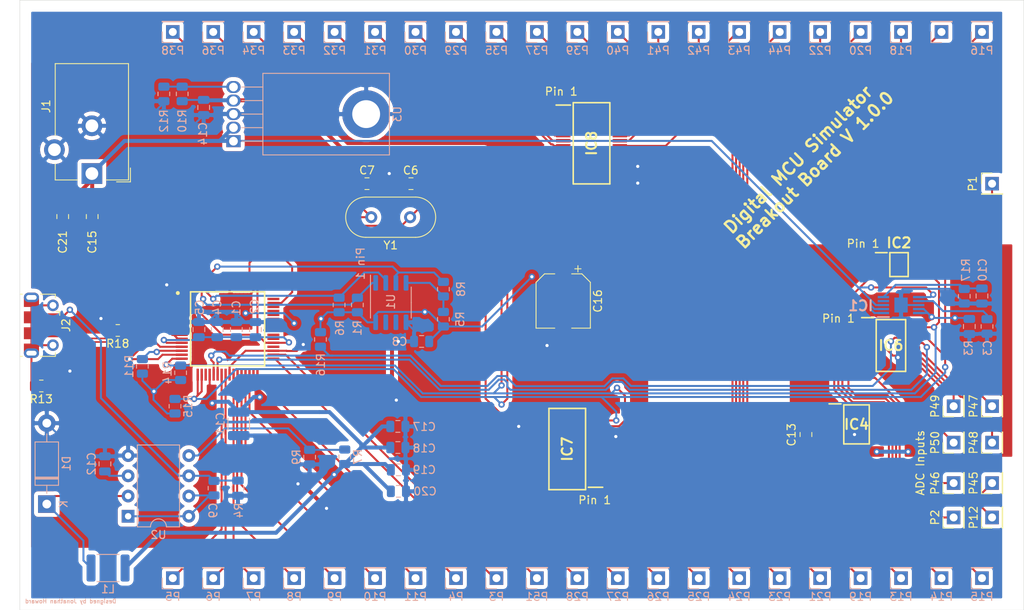
<source format=kicad_pcb>
(kicad_pcb (version 20171130) (host pcbnew "(5.1.7)-1")
  (layers (0 F.Cu signal) (31 B.Cu signal) (35 F.Paste user) (36 B.SilkS user) (37 F.SilkS user) (38 B.Mask user) (39 F.Mask user) (44 Edge.Cuts user))
  (net 0 "")
  (net 1 1.8V)
  (net 2 AnalogGround)
  (net 3 Analog3.3V)
  (net 4 GlobalOscIn)
  (net 5 GlobalOscOut)
  (net 6 3.3V)
  (net 7 VBus)
  (net 8 "Net-(C10-Pad1)")
  (net 9 4V)
  (net 10 ExtPower)
  (net 11 "Net-(D1-Pad1)")
  (net 12 "Net-(IC1-Pad4)")
  (net 13 "Net-(IC1-Pad7)")
  (net 14 "Net-(IC4-Pad2)")
  (net 15 "Net-(IC5-Pad6)")
  (net 16 "Net-(IC5-Pad14)")
  (net 17 I2C_Clock)
  (net 18 I2C_Data)
  (net 19 "Net-(IC5-Pad19)")
  (net 20 "Net-(IC5-Pad21)")
  (net 21 "Net-(IC5-Pad23)")
  (net 22 "Net-(IC5-Pad24)")
  (net 23 "Net-(IC5-Pad26)")
  (net 24 "Net-(IC5-Pad27)")
  (net 25 "Net-(IC5-Pad28)")
  (net 26 "Net-(IC5-Pad29)")
  (net 27 "Net-(IC5-Pad30)")
  (net 28 "Net-(IC5-Pad33)")
  (net 29 "Net-(IC5-Pad34)")
  (net 30 "Net-(IC5-Pad36)")
  (net 31 "Net-(IC5-Pad38)")
  (net 32 "Net-(IC5-Pad39)")
  (net 33 "Net-(IC5-Pad40)")
  (net 34 "Net-(IC5-Pad41)")
  (net 35 "Net-(IC5-Pad60)")
  (net 36 ROM_DATA)
  (net 37 ROM_CLK)
  (net 38 ROM_CS)
  (net 39 "Net-(IC6-Pad7)")
  (net 40 "Net-(IC7-Pad1)")
  (net 41 "Net-(IC7-Pad2)")
  (net 42 "Net-(IC7-Pad3)")
  (net 43 "Net-(IC7-Pad4)")
  (net 44 "Net-(IC7-Pad5)")
  (net 45 "Net-(IC7-Pad6)")
  (net 46 "Net-(IC7-Pad7)")
  (net 47 "Net-(IC7-Pad8)")
  (net 48 "Net-(IC7-Pad11)")
  (net 49 "Net-(IC7-Pad14)")
  (net 50 "Net-(IC7-Pad18)")
  (net 51 "Net-(IC7-Pad19)")
  (net 52 "Net-(IC7-Pad20)")
  (net 53 "Net-(IC7-Pad21)")
  (net 54 "Net-(IC7-Pad22)")
  (net 55 "Net-(IC7-Pad23)")
  (net 56 "Net-(IC7-Pad24)")
  (net 57 "Net-(IC7-Pad25)")
  (net 58 "Net-(IC7-Pad26)")
  (net 59 "Net-(IC7-Pad27)")
  (net 60 "Net-(IC7-Pad28)")
  (net 61 "Net-(IC8-Pad28)")
  (net 62 "Net-(IC8-Pad27)")
  (net 63 "Net-(IC8-Pad26)")
  (net 64 "Net-(IC8-Pad25)")
  (net 65 "Net-(IC8-Pad24)")
  (net 66 "Net-(IC8-Pad23)")
  (net 67 "Net-(IC8-Pad22)")
  (net 68 "Net-(IC8-Pad21)")
  (net 69 "Net-(IC8-Pad20)")
  (net 70 "Net-(IC8-Pad19)")
  (net 71 "Net-(IC8-Pad14)")
  (net 72 "Net-(IC8-Pad11)")
  (net 73 "Net-(IC8-Pad8)")
  (net 74 "Net-(IC8-Pad7)")
  (net 75 "Net-(IC8-Pad6)")
  (net 76 "Net-(IC8-Pad5)")
  (net 77 "Net-(IC8-Pad4)")
  (net 78 "Net-(IC8-Pad3)")
  (net 79 "Net-(IC8-Pad2)")
  (net 80 "Net-(IC8-Pad1)")
  (net 81 "Net-(J2-Pad6)")
  (net 82 "Net-(J2-Pad4)")
  (net 83 "Net-(R4-Pad1)")
  (net 84 "Net-(R5-Pad1)")
  (net 85 "Net-(R7-Pad2)")
  (net 86 "Net-(R10-Pad2)")
  (net 87 "Net-(U1-Pad6)")
  (net 88 "Net-(U1-Pad7)")
  (net 89 "Net-(C12-Pad2)")
  (net 90 USB_N)
  (net 91 USB_P)
  (net 92 "Net-(IC2-Pad9)")
  (net 93 "Net-(IC2-Pad10)")
  (net 94 "Net-(IC4-Pad7)")
  (net 95 "Net-(IC5-Pad32)")
  (net 96 "Net-(IC5-Pad43)")
  (net 97 "Net-(IC5-Pad44)")
  (net 98 "Net-(IC5-Pad45)")
  (net 99 "Net-(IC5-Pad46)")
  (net 100 "Net-(IC5-Pad48)")
  (net 101 "Net-(IC5-Pad52)")
  (net 102 "Net-(IC5-Pad53)")
  (net 103 "Net-(IC5-Pad54)")
  (net 104 "Net-(IC5-Pad55)")
  (net 105 "Net-(IC5-Pad57)")
  (net 106 "Net-(IC5-Pad58)")
  (net 107 "Net-(IC5-Pad59)")
  (net 108 "Net-(IC5-Pad22)")
  (net 109 "Net-(IC6-Pad8)")
  (net 110 "Net-(IC6-Pad9)")
  (net 111 "Net-(IC6-Pad10)")
  (net 112 "Net-(IC6-Pad11)")
  (net 113 "Net-(IC6-Pad12)")
  (net 114 "Net-(IC6-Pad13)")
  (net 115 "Net-(IC6-Pad14)")
  (module Downloaded_Parts:TO-220-5_Horizontal_TabDown_tab_pin_6 (layer B.Cu) (at 78.74 97.536 90)
    (fp_text reference U3 (at 3.4 20.58 -90) (layer B.SilkS) (effects (justify mirror)))
    (fp_text value MCP1826)
    (pad 5 thru_hole oval (at 6.8 0 90) (size 1.5 1.8) (drill 1.1) (layers *.Cu *.Mask) (net 86 "Net-(R10-Pad2)"))
    (pad 4 thru_hole oval (at 5.1 0 90) (size 1.5 1.8) (drill 1.1) (layers *.Cu *.Mask) (net 9 4V))
    (pad 3 thru_hole oval (at 3.4 0 90) (size 1.5 1.8) (drill 1.1) (layers *.Cu *.Mask) (net 2 AnalogGround))
    (pad 2 thru_hole oval (at 1.7 0 90) (size 1.5 1.8) (drill 1.1) (layers *.Cu *.Mask) (net 10 ExtPower))
    (pad 1 thru_hole rect (at 0 0 90) (size 1.5 1.8) (drill 1.1) (layers *.Cu *.Mask) (net 10 ExtPower))
    (pad 6 thru_hole oval (at 3.4 16.66 90) (size 6 6) (drill 3.5) (layers *.Cu *.Mask) (net 2 AnalogGround))
  )
  (module Capacitor_SMD:CP_Elec_6.3x5.8 (layer F.Cu) (at 120.142 117.602 270)
    (fp_text reference C16 (at 0 -4.35 90) (layer F.SilkS))
    (fp_text value 4.7u)
    (pad 1 smd roundrect (at -2.7 0 270) (size 3.5 1.6) (layers F.Cu F.Paste F.Mask) (roundrect_rratio 0.15625) (net 6 3.3V))
    (pad 2 smd roundrect (at 2.7 0 270) (size 3.5 1.6) (layers F.Cu F.Paste F.Mask) (roundrect_rratio 0.15625) (net 2 AnalogGround))
  )
  (module Connector_PinHeader_2.54mm:PinHeader_1x01_P2.54mm_Vertical (layer F.Cu) (at 169.164 144.78 90)
    (fp_text reference P2 (at 0 -2.33 90) (layer F.SilkS))
    (fp_text value pin)
    (pad 1 thru_hole rect (at 0 0 90) (size 1.7 1.7) (drill 1) (layers *.Cu *.Mask) (net 39 "Net-(IC6-Pad7)"))
  )
  (module Package_DIP:DIP-8_W7.62mm (layer B.Cu) (at 65.51 144.63)
    (fp_text reference U2 (at 3.81 2.33) (layer B.SilkS) (effects (justify mirror)))
    (fp_text value MC34063AP)
    (pad 1 thru_hole rect (at 0 0) (size 1.6 1.6) (drill 0.8) (layers *.Cu *.Mask) (net 83 "Net-(R4-Pad1)"))
    (pad 5 thru_hole oval (at 7.62 -7.62) (size 1.6 1.6) (drill 0.8) (layers *.Cu *.Mask) (net 85 "Net-(R7-Pad2)"))
    (pad 2 thru_hole oval (at 0 -2.54) (size 1.6 1.6) (drill 0.8) (layers *.Cu *.Mask) (net 11 "Net-(D1-Pad1)"))
    (pad 6 thru_hole oval (at 7.62 -5.08) (size 1.6 1.6) (drill 0.8) (layers *.Cu *.Mask) (net 7 VBus))
    (pad 3 thru_hole oval (at 0 -5.08) (size 1.6 1.6) (drill 0.8) (layers *.Cu *.Mask) (net 89 "Net-(C12-Pad2)"))
    (pad 7 thru_hole oval (at 7.62 -2.54) (size 1.6 1.6) (drill 0.8) (layers *.Cu *.Mask) (net 83 "Net-(R4-Pad1)"))
    (pad 4 thru_hole oval (at 0 -7.62) (size 1.6 1.6) (drill 0.8) (layers *.Cu *.Mask) (net 2 AnalogGround))
    (pad 8 thru_hole oval (at 7.62 0) (size 1.6 1.6) (drill 0.8) (layers *.Cu *.Mask) (net 83 "Net-(R4-Pad1)"))
  )
  (module SOP65P780X200-28N (layer F.Cu) (at 123.7 97.8)
    (fp_text reference IC8 (at 0 0 90) (layer F.SilkS) (effects (font (size 1.27 1.27) (thickness 0.254))))
    (fp_text value MCP23017T-E_SS hide)
    (pad 28 smd rect (at 3.55 -4.225 90) (size 0.45 1.8) (layers F.Cu F.Paste F.Mask) (net 61 "Net-(IC8-Pad28)"))
    (pad 27 smd rect (at 3.55 -3.575 90) (size 0.45 1.8) (layers F.Cu F.Paste F.Mask) (net 62 "Net-(IC8-Pad27)"))
    (pad 26 smd rect (at 3.55 -2.925 90) (size 0.45 1.8) (layers F.Cu F.Paste F.Mask) (net 63 "Net-(IC8-Pad26)"))
    (pad 25 smd rect (at 3.55 -2.275 90) (size 0.45 1.8) (layers F.Cu F.Paste F.Mask) (net 64 "Net-(IC8-Pad25)"))
    (pad 24 smd rect (at 3.55 -1.625 90) (size 0.45 1.8) (layers F.Cu F.Paste F.Mask) (net 65 "Net-(IC8-Pad24)"))
    (pad 23 smd rect (at 3.55 -0.975 90) (size 0.45 1.8) (layers F.Cu F.Paste F.Mask) (net 66 "Net-(IC8-Pad23)"))
    (pad 22 smd rect (at 3.55 -0.325 90) (size 0.45 1.8) (layers F.Cu F.Paste F.Mask) (net 67 "Net-(IC8-Pad22)"))
    (pad 21 smd rect (at 3.55 0.325 90) (size 0.45 1.8) (layers F.Cu F.Paste F.Mask) (net 68 "Net-(IC8-Pad21)"))
    (pad 20 smd rect (at 3.55 0.975 90) (size 0.45 1.8) (layers F.Cu F.Paste F.Mask) (net 69 "Net-(IC8-Pad20)"))
    (pad 19 smd rect (at 3.55 1.625 90) (size 0.45 1.8) (layers F.Cu F.Paste F.Mask) (net 70 "Net-(IC8-Pad19)"))
    (pad 18 smd rect (at 3.55 2.275 90) (size 0.45 1.8) (layers F.Cu F.Paste F.Mask) (net 9 4V))
    (pad 17 smd rect (at 3.55 2.925 90) (size 0.45 1.8) (layers F.Cu F.Paste F.Mask) (net 2 AnalogGround))
    (pad 16 smd rect (at 3.55 3.575 90) (size 0.45 1.8) (layers F.Cu F.Paste F.Mask) (net 9 4V))
    (pad 15 smd rect (at 3.55 4.225 90) (size 0.45 1.8) (layers F.Cu F.Paste F.Mask) (net 2 AnalogGround))
    (pad 14 smd rect (at -3.55 4.225 90) (size 0.45 1.8) (layers F.Cu F.Paste F.Mask) (net 71 "Net-(IC8-Pad14)"))
    (pad 13 smd rect (at -3.55 3.575 90) (size 0.45 1.8) (layers F.Cu F.Paste F.Mask) (net 18 I2C_Data))
    (pad 12 smd rect (at -3.55 2.925 90) (size 0.45 1.8) (layers F.Cu F.Paste F.Mask) (net 17 I2C_Clock))
    (pad 11 smd rect (at -3.55 2.275 90) (size 0.45 1.8) (layers F.Cu F.Paste F.Mask) (net 72 "Net-(IC8-Pad11)"))
    (pad 10 smd rect (at -3.55 1.625 90) (size 0.45 1.8) (layers F.Cu F.Paste F.Mask) (net 2 AnalogGround))
    (pad 9 smd rect (at -3.55 0.975 90) (size 0.45 1.8) (layers F.Cu F.Paste F.Mask) (net 9 4V))
    (pad 8 smd rect (at -3.55 0.325 90) (size 0.45 1.8) (layers F.Cu F.Paste F.Mask) (net 73 "Net-(IC8-Pad8)"))
    (pad 7 smd rect (at -3.55 -0.325 90) (size 0.45 1.8) (layers F.Cu F.Paste F.Mask) (net 74 "Net-(IC8-Pad7)"))
    (pad 6 smd rect (at -3.55 -0.975 90) (size 0.45 1.8) (layers F.Cu F.Paste F.Mask) (net 75 "Net-(IC8-Pad6)"))
    (pad 5 smd rect (at -3.55 -1.625 90) (size 0.45 1.8) (layers F.Cu F.Paste F.Mask) (net 76 "Net-(IC8-Pad5)"))
    (pad 4 smd rect (at -3.55 -2.275 90) (size 0.45 1.8) (layers F.Cu F.Paste F.Mask) (net 77 "Net-(IC8-Pad4)"))
    (pad 3 smd rect (at -3.55 -2.925 90) (size 0.45 1.8) (layers F.Cu F.Paste F.Mask) (net 78 "Net-(IC8-Pad3)"))
    (pad 2 smd rect (at -3.55 -3.575 90) (size 0.45 1.8) (layers F.Cu F.Paste F.Mask) (net 79 "Net-(IC8-Pad2)"))
    (pad 1 smd rect (at -3.55 -4.225 90) (size 0.45 1.8) (layers F.Cu F.Paste F.Mask) (net 80 "Net-(IC8-Pad1)"))
  )
  (module Capacitor_SMD:C_0805_2012Metric (layer B.Cu) (at 79.1 121.19 90)
    (fp_text reference C1 (at 2.69 0 90) (layer B.SilkS) (effects (justify mirror)))
    (fp_text value 3.3u)
    (pad 2 smd roundrect (at 0.95 0 90) (size 1 1.45) (layers B.Cu B.Paste B.Mask) (net 2 AnalogGround))
    (pad 1 smd roundrect (at -0.95 0 90) (size 1 1.45) (layers B.Cu B.Paste B.Mask) (net 1 1.8V))
  )
  (module Capacitor_SMD:C_0805_2012Metric (layer B.Cu) (at 81.5 121.2 90)
    (fp_text reference C2 (at 2.9 -0.1 90) (layer B.SilkS) (effects (justify mirror)))
    (fp_text value 100n)
    (pad 2 smd roundrect (at 0.95 0 90) (size 1 1.45) (layers B.Cu B.Paste B.Mask) (net 2 AnalogGround))
    (pad 1 smd roundrect (at -0.95 0 90) (size 1 1.45) (layers B.Cu B.Paste B.Mask) (net 1 1.8V))
  )
  (module Capacitor_SMD:C_0805_2012Metric (layer B.Cu) (at 171.135 120.8 90)
    (fp_text reference C3 (at -2.7 2.3 270) (layer B.SilkS) (effects (justify mirror)))
    (fp_text value 4.7u)
    (pad 1 smd roundrect (at -0.95 0 90) (size 1 1.45) (layers B.Cu B.Paste B.Mask) (net 2 AnalogGround))
    (pad 2 smd roundrect (at 0.95 0 90) (size 1 1.45) (layers B.Cu B.Paste B.Mask) (net 3 Analog3.3V))
  )
  (module Capacitor_SMD:C_0805_2012Metric (layer B.Cu) (at 76.7 121.19 90)
    (fp_text reference C4 (at 2.79 0 90) (layer B.SilkS) (effects (justify mirror)))
    (fp_text value 100n)
    (pad 1 smd roundrect (at -0.95 0 90) (size 1 1.45) (layers B.Cu B.Paste B.Mask) (net 1 1.8V))
    (pad 2 smd roundrect (at 0.95 0 90) (size 1 1.45) (layers B.Cu B.Paste B.Mask) (net 2 AnalogGround))
  )
  (module Capacitor_SMD:C_0805_2012Metric (layer B.Cu) (at 74.4 121.19 90)
    (fp_text reference C5 (at 2.79 0.1 90) (layer B.SilkS) (effects (justify mirror)))
    (fp_text value 100n)
    (pad 2 smd roundrect (at 0.95 0 90) (size 1 1.45) (layers B.Cu B.Paste B.Mask) (net 2 AnalogGround))
    (pad 1 smd roundrect (at -0.95 0 90) (size 1 1.45) (layers B.Cu B.Paste B.Mask) (net 1 1.8V))
  )
  (module Capacitor_SMD:C_0805_2012Metric (layer F.Cu) (at 101.026 102.87 180)
    (fp_text reference C6 (at 0.026 1.67) (layer F.SilkS))
    (fp_text value 27p)
    (pad 2 smd roundrect (at 0.95 0 180) (size 1 1.45) (layers F.Cu F.Paste F.Mask) (net 2 AnalogGround))
    (pad 1 smd roundrect (at -0.95 0 180) (size 1 1.45) (layers F.Cu F.Paste F.Mask) (net 4 GlobalOscIn))
  )
  (module Capacitor_SMD:C_0805_2012Metric (layer F.Cu) (at 95.504 102.87)
    (fp_text reference C7 (at 0 -1.68) (layer F.SilkS))
    (fp_text value 27p)
    (pad 1 smd roundrect (at -0.95 0) (size 1 1.45) (layers F.Cu F.Paste F.Mask) (net 5 GlobalOscOut))
    (pad 2 smd roundrect (at 0.95 0) (size 1 1.45) (layers F.Cu F.Paste F.Mask) (net 2 AnalogGround))
  )
  (module Capacitor_SMD:C_0805_2012Metric (layer B.Cu) (at 102.362 122.682 180)
    (fp_text reference C8 (at 2.762 -0.018 180) (layer B.SilkS) (effects (justify mirror)))
    (fp_text value 100n)
    (pad 1 smd roundrect (at -0.95 0 180) (size 1 1.45) (layers B.Cu B.Paste B.Mask) (net 6 3.3V))
    (pad 2 smd roundrect (at 0.95 0 180) (size 1 1.45) (layers B.Cu B.Paste B.Mask) (net 2 AnalogGround))
  )
  (module Capacitor_SMD:C_0805_2012Metric (layer B.Cu) (at 79.3 141.1 270)
    (fp_text reference C9 (at 2.8 3.1 90) (layer B.SilkS) (effects (justify mirror)))
    (fp_text value 100u)
    (pad 1 smd roundrect (at -0.95 0 270) (size 1 1.45) (layers B.Cu B.Paste B.Mask) (net 7 VBus))
    (pad 2 smd roundrect (at 0.95 0 270) (size 1 1.45) (layers B.Cu B.Paste B.Mask) (net 2 AnalogGround))
  )
  (module Capacitor_SMD:C_0805_2012Metric (layer B.Cu) (at 172.72 116.97 270)
    (fp_text reference C10 (at -3.27 -0.08 270) (layer B.SilkS) (effects (justify mirror)))
    (fp_text value 10n)
    (pad 1 smd roundrect (at -0.95 0 270) (size 1 1.45) (layers B.Cu B.Paste B.Mask) (net 8 "Net-(C10-Pad1)"))
    (pad 2 smd roundrect (at 0.95 0 270) (size 1 1.45) (layers B.Cu B.Paste B.Mask) (net 2 AnalogGround))
  )
  (module Capacitor_SMD:C_1210_3225Metric (layer B.Cu) (at 79.4 133.025 270)
    (fp_text reference C11 (at 0 2.3 270) (layer B.SilkS) (effects (justify mirror)))
    (fp_text value 220u)
    (pad 1 smd roundrect (at -1.475 0 270) (size 1.15 2.7) (layers B.Cu B.Paste B.Mask) (roundrect_rratio 0.2173904347826087) (net 6 3.3V))
    (pad 2 smd roundrect (at 1.475 0 270) (size 1.15 2.7) (layers B.Cu B.Paste B.Mask) (roundrect_rratio 0.2173904347826087) (net 2 AnalogGround))
  )
  (module Capacitor_SMD:C_0805_2012Metric (layer B.Cu) (at 62.6 138.05 270)
    (fp_text reference C12 (at 0 1.68 90) (layer B.SilkS) (effects (justify mirror)))
    (fp_text value 1.2n)
    (pad 2 smd roundrect (at 0.95 0 270) (size 1 1.45) (layers B.Cu B.Paste B.Mask) (net 89 "Net-(C12-Pad2)"))
    (pad 1 smd roundrect (at -0.95 0 270) (size 1 1.45) (layers B.Cu B.Paste B.Mask) (net 2 AnalogGround))
  )
  (module Capacitor_SMD:C_0805_2012Metric (layer F.Cu) (at 150.622 134.366 270)
    (fp_text reference C13 (at 0.034 1.822 90) (layer F.SilkS))
    (fp_text value 2.2u)
    (pad 2 smd roundrect (at 0.95 0 270) (size 1 1.45) (layers F.Cu F.Paste F.Mask) (net 2 AnalogGround))
    (pad 1 smd roundrect (at -0.95 0 270) (size 1 1.45) (layers F.Cu F.Paste F.Mask) (net 3 Analog3.3V))
  )
  (module Capacitor_SMD:C_0805_2012Metric (layer B.Cu) (at 75 93.3 270)
    (fp_text reference C14 (at 3.3 0.1 270) (layer B.SilkS) (effects (justify mirror)))
    (fp_text value 1u)
    (pad 1 smd roundrect (at -0.95 0 270) (size 1 1.45) (layers B.Cu B.Paste B.Mask) (net 9 4V))
    (pad 2 smd roundrect (at 0.95 0 270) (size 1 1.45) (layers B.Cu B.Paste B.Mask) (net 2 AnalogGround))
  )
  (module Capacitor_SMD:C_0805_2012Metric (layer F.Cu) (at 61 107 270)
    (fp_text reference C15 (at 3.2 0 90) (layer F.SilkS))
    (fp_text value 1u)
    (pad 2 smd roundrect (at 0.95 0 270) (size 1 1.45) (layers F.Cu F.Paste F.Mask) (net 2 AnalogGround))
    (pad 1 smd roundrect (at -0.95 0 270) (size 1 1.45) (layers F.Cu F.Paste F.Mask) (net 10 ExtPower))
  )
  (module Capacitor_SMD:C_0805_2012Metric (layer B.Cu) (at 99.38 133.35)
    (fp_text reference C17 (at 3.32 0.05) (layer B.SilkS) (effects (justify mirror)))
    (fp_text value 100n)
    (pad 1 smd roundrect (at -0.95 0) (size 1 1.45) (layers B.Cu B.Paste B.Mask) (net 6 3.3V))
    (pad 2 smd roundrect (at 0.95 0) (size 1 1.45) (layers B.Cu B.Paste B.Mask) (net 2 AnalogGround))
  )
  (module Capacitor_SMD:C_0805_2012Metric (layer B.Cu) (at 99.38 136)
    (fp_text reference C18 (at 3.32 0.1) (layer B.SilkS) (effects (justify mirror)))
    (fp_text value 100n)
    (pad 2 smd roundrect (at 0.95 0) (size 1 1.45) (layers B.Cu B.Paste B.Mask) (net 2 AnalogGround))
    (pad 1 smd roundrect (at -0.95 0) (size 1 1.45) (layers B.Cu B.Paste B.Mask) (net 6 3.3V))
  )
  (module Capacitor_SMD:C_0805_2012Metric (layer B.Cu) (at 99.45 138.8)
    (fp_text reference C19 (at 3.25 0) (layer B.SilkS) (effects (justify mirror)))
    (fp_text value 100n)
    (pad 1 smd roundrect (at -0.95 0) (size 1 1.45) (layers B.Cu B.Paste B.Mask) (net 6 3.3V))
    (pad 2 smd roundrect (at 0.95 0) (size 1 1.45) (layers B.Cu B.Paste B.Mask) (net 2 AnalogGround))
  )
  (module Capacitor_SMD:C_0805_2012Metric (layer B.Cu) (at 99.45 141.5)
    (fp_text reference C20 (at 3.35 0) (layer B.SilkS) (effects (justify mirror)))
    (fp_text value 100n)
    (pad 2 smd roundrect (at 0.95 0) (size 1 1.45) (layers B.Cu B.Paste B.Mask) (net 2 AnalogGround))
    (pad 1 smd roundrect (at -0.95 0) (size 1 1.45) (layers B.Cu B.Paste B.Mask) (net 6 3.3V))
  )
  (module Capacitor_SMD:C_0805_2012Metric (layer F.Cu) (at 57.3 107 270)
    (fp_text reference C21 (at 3.2 0 270) (layer F.SilkS))
    (fp_text value 100p)
    (pad 1 smd roundrect (at -0.95 0 270) (size 1 1.45) (layers F.Cu F.Paste F.Mask) (net 10 ExtPower))
    (pad 2 smd roundrect (at 0.95 0 270) (size 1 1.45) (layers F.Cu F.Paste F.Mask) (net 2 AnalogGround))
  )
  (module Diode_THT:D_DO-41_SOD81_P10.16mm_Horizontal (layer B.Cu) (at 55.3 143.1 90)
    (fp_text reference D1 (at 5.08 2.47 -90) (layer B.SilkS) (effects (justify mirror)))
    (fp_text value 1N5819)
    (fp_text user K (at 0 2.1 -90) (layer B.SilkS) (effects (justify mirror)))
    (pad 1 thru_hole rect (at 0 0 90) (size 2.2 2.2) (drill 1.1) (layers *.Cu *.Mask) (net 11 "Net-(D1-Pad1)"))
    (pad 2 thru_hole oval (at 10.16 0 90) (size 2.2 2.2) (drill 1.1) (layers *.Cu *.Mask) (net 2 AnalogGround))
  )
  (module SOP50P490X110-11N (layer B.Cu) (at 162.56 118.11)
    (fp_text reference IC1 (at -5.06 0.09) (layer B.SilkS) (effects (font (size 1.27 1.27) (thickness 0.254)) (justify mirror)))
    (fp_text value LT3042EMSE#TRPBF hide)
    (pad 1 smd rect (at -2.212 1 270) (size 0.3 1.425) (layers B.Cu B.Paste B.Mask) (net 10 ExtPower))
    (pad 2 smd rect (at -2.212 0.5 270) (size 0.3 1.425) (layers B.Cu B.Paste B.Mask) (net 10 ExtPower))
    (pad 3 smd rect (at -2.212 0 270) (size 0.3 1.425) (layers B.Cu B.Paste B.Mask) (net 10 ExtPower))
    (pad 4 smd rect (at -2.212 -0.5 270) (size 0.3 1.425) (layers B.Cu B.Paste B.Mask) (net 12 "Net-(IC1-Pad4)"))
    (pad 5 smd rect (at -2.212 -1 270) (size 0.3 1.425) (layers B.Cu B.Paste B.Mask) (net 8 "Net-(C10-Pad1)"))
    (pad 6 smd rect (at 2.212 -1 270) (size 0.3 1.425) (layers B.Cu B.Paste B.Mask) (net 10 ExtPower))
    (pad 7 smd rect (at 2.212 -0.5 270) (size 0.3 1.425) (layers B.Cu B.Paste B.Mask) (net 13 "Net-(IC1-Pad7)"))
    (pad 8 smd rect (at 2.212 0 270) (size 0.3 1.425) (layers B.Cu B.Paste B.Mask) (net 2 AnalogGround))
    (pad 9 smd rect (at 2.212 0.5 270) (size 0.3 1.425) (layers B.Cu B.Paste B.Mask) (net 3 Analog3.3V))
    (pad 10 smd rect (at 2.212 1 270) (size 0.3 1.425) (layers B.Cu B.Paste B.Mask) (net 3 Analog3.3V))
    (pad 11 smd rect (at 0 0) (size 1.68 1.88) (layers B.Cu B.Paste B.Mask) (net 2 AnalogGround))
  )
  (module SOIC127P600X175-8N (layer F.Cu) (at 156.972 133.096)
    (fp_text reference IC4 (at 0 0) (layer F.SilkS) (effects (font (size 1.27 1.27) (thickness 0.254))))
    (fp_text value MCP1501-25E_SN hide)
    (pad 8 smd rect (at 2.7 -1.905 90) (size 0.65 1.5) (layers F.Cu F.Paste F.Mask) (net 94 "Net-(IC4-Pad7)"))
    (pad 7 smd rect (at 2.7 -0.635 90) (size 0.65 1.5) (layers F.Cu F.Paste F.Mask) (net 94 "Net-(IC4-Pad7)"))
    (pad 6 smd rect (at 2.7 0.635 90) (size 0.65 1.5) (layers F.Cu F.Paste F.Mask) (net 2 AnalogGround))
    (pad 5 smd rect (at 2.7 1.905 90) (size 0.65 1.5) (layers F.Cu F.Paste F.Mask) (net 2 AnalogGround))
    (pad 4 smd rect (at -2.7 1.905 90) (size 0.65 1.5) (layers F.Cu F.Paste F.Mask) (net 2 AnalogGround))
    (pad 3 smd rect (at -2.7 0.635 90) (size 0.65 1.5) (layers F.Cu F.Paste F.Mask) (net 3 Analog3.3V))
    (pad 2 smd rect (at -2.7 -0.635 90) (size 0.65 1.5) (layers F.Cu F.Paste F.Mask) (net 14 "Net-(IC4-Pad2)"))
    (pad 1 smd rect (at -2.7 -1.905 90) (size 0.65 1.5) (layers F.Cu F.Paste F.Mask) (net 3 Analog3.3V))
  )
  (module QFP50P1200X1200X160-64N (layer F.Cu) (at 78 121.1)
    (fp_text reference IC5 hide)
    (fp_text value FT2232HL-TRAY hide)
    (pad 1 smd rect (at -5.75 -3.75 90) (size 0.3 1.5) (layers F.Cu F.Paste F.Mask) (net 2 AnalogGround))
    (pad 2 smd rect (at -5.75 -3.25 90) (size 0.3 1.5) (layers F.Cu F.Paste F.Mask) (net 4 GlobalOscIn))
    (pad 3 smd rect (at -5.75 -2.75 90) (size 0.3 1.5) (layers F.Cu F.Paste F.Mask) (net 5 GlobalOscOut))
    (pad 4 smd rect (at -5.75 -2.25 90) (size 0.3 1.5) (layers F.Cu F.Paste F.Mask) (net 6 3.3V))
    (pad 5 smd rect (at -5.75 -1.75 90) (size 0.3 1.5) (layers F.Cu F.Paste F.Mask) (net 2 AnalogGround))
    (pad 6 smd rect (at -5.75 -1.25 90) (size 0.3 1.5) (layers F.Cu F.Paste F.Mask) (net 15 "Net-(IC5-Pad6)"))
    (pad 7 smd rect (at -5.75 -0.75 90) (size 0.3 1.5) (layers F.Cu F.Paste F.Mask) (net 90 USB_N))
    (pad 8 smd rect (at -5.75 -0.25 90) (size 0.3 1.5) (layers F.Cu F.Paste F.Mask) (net 91 USB_P))
    (pad 9 smd rect (at -5.75 0.25 90) (size 0.3 1.5) (layers F.Cu F.Paste F.Mask) (net 6 3.3V))
    (pad 10 smd rect (at -5.75 0.75 90) (size 0.3 1.5) (layers F.Cu F.Paste F.Mask) (net 2 AnalogGround))
    (pad 11 smd rect (at -5.75 1.25 90) (size 0.3 1.5) (layers F.Cu F.Paste F.Mask) (net 2 AnalogGround))
    (pad 12 smd rect (at -5.75 1.75 90) (size 0.3 1.5) (layers F.Cu F.Paste F.Mask) (net 1 1.8V))
    (pad 13 smd rect (at -5.75 2.25 90) (size 0.3 1.5) (layers F.Cu F.Paste F.Mask) (net 2 AnalogGround))
    (pad 14 smd rect (at -5.75 2.75 90) (size 0.3 1.5) (layers F.Cu F.Paste F.Mask) (net 16 "Net-(IC5-Pad14)"))
    (pad 15 smd rect (at -5.75 3.25 90) (size 0.3 1.5) (layers F.Cu F.Paste F.Mask) (net 2 AnalogGround))
    (pad 16 smd rect (at -5.75 3.75 90) (size 0.3 1.5) (layers F.Cu F.Paste F.Mask) (net 17 I2C_Clock))
    (pad 17 smd rect (at -3.75 5.75) (size 0.3 1.5) (layers F.Cu F.Paste F.Mask) (net 18 I2C_Data))
    (pad 18 smd rect (at -3.25 5.75) (size 0.3 1.5) (layers F.Cu F.Paste F.Mask) (net 18 I2C_Data))
    (pad 19 smd rect (at -2.75 5.75) (size 0.3 1.5) (layers F.Cu F.Paste F.Mask) (net 19 "Net-(IC5-Pad19)"))
    (pad 20 smd rect (at -2.25 5.75) (size 0.3 1.5) (layers F.Cu F.Paste F.Mask) (net 6 3.3V))
    (pad 21 smd rect (at -1.75 5.75) (size 0.3 1.5) (layers F.Cu F.Paste F.Mask) (net 20 "Net-(IC5-Pad21)"))
    (pad 22 smd rect (at -1.25 5.75) (size 0.3 1.5) (layers F.Cu F.Paste F.Mask) (net 108 "Net-(IC5-Pad22)"))
    (pad 23 smd rect (at -0.75 5.75) (size 0.3 1.5) (layers F.Cu F.Paste F.Mask) (net 21 "Net-(IC5-Pad23)"))
    (pad 24 smd rect (at -0.25 5.75) (size 0.3 1.5) (layers F.Cu F.Paste F.Mask) (net 22 "Net-(IC5-Pad24)"))
    (pad 25 smd rect (at 0.25 5.75) (size 0.3 1.5) (layers F.Cu F.Paste F.Mask) (net 2 AnalogGround))
    (pad 26 smd rect (at 0.75 5.75) (size 0.3 1.5) (layers F.Cu F.Paste F.Mask) (net 23 "Net-(IC5-Pad26)"))
    (pad 27 smd rect (at 1.25 5.75) (size 0.3 1.5) (layers F.Cu F.Paste F.Mask) (net 24 "Net-(IC5-Pad27)"))
    (pad 28 smd rect (at 1.75 5.75) (size 0.3 1.5) (layers F.Cu F.Paste F.Mask) (net 25 "Net-(IC5-Pad28)"))
    (pad 29 smd rect (at 2.25 5.75) (size 0.3 1.5) (layers F.Cu F.Paste F.Mask) (net 26 "Net-(IC5-Pad29)"))
    (pad 30 smd rect (at 2.75 5.75) (size 0.3 1.5) (layers F.Cu F.Paste F.Mask) (net 27 "Net-(IC5-Pad30)"))
    (pad 31 smd rect (at 3.25 5.75) (size 0.3 1.5) (layers F.Cu F.Paste F.Mask) (net 6 3.3V))
    (pad 32 smd rect (at 3.75 5.75) (size 0.3 1.5) (layers F.Cu F.Paste F.Mask) (net 95 "Net-(IC5-Pad32)"))
    (pad 33 smd rect (at 5.75 3.75 90) (size 0.3 1.5) (layers F.Cu F.Paste F.Mask) (net 28 "Net-(IC5-Pad33)"))
    (pad 34 smd rect (at 5.75 3.25 90) (size 0.3 1.5) (layers F.Cu F.Paste F.Mask) (net 29 "Net-(IC5-Pad34)"))
    (pad 35 smd rect (at 5.75 2.75 90) (size 0.3 1.5) (layers F.Cu F.Paste F.Mask) (net 2 AnalogGround))
    (pad 36 smd rect (at 5.75 2.25 90) (size 0.3 1.5) (layers F.Cu F.Paste F.Mask) (net 30 "Net-(IC5-Pad36)"))
    (pad 37 smd rect (at 5.75 1.75 90) (size 0.3 1.5) (layers F.Cu F.Paste F.Mask) (net 1 1.8V))
    (pad 38 smd rect (at 5.75 1.25 90) (size 0.3 1.5) (layers F.Cu F.Paste F.Mask) (net 31 "Net-(IC5-Pad38)"))
    (pad 39 smd rect (at 5.75 0.75 90) (size 0.3 1.5) (layers F.Cu F.Paste F.Mask) (net 32 "Net-(IC5-Pad39)"))
    (pad 40 smd rect (at 5.75 0.25 90) (size 0.3 1.5) (layers F.Cu F.Paste F.Mask) (net 33 "Net-(IC5-Pad40)"))
    (pad 41 smd rect (at 5.75 -0.25 90) (size 0.3 1.5) (layers F.Cu F.Paste F.Mask) (net 34 "Net-(IC5-Pad41)"))
    (pad 42 smd rect (at 5.75 -0.75 90) (size 0.3 1.5) (layers F.Cu F.Paste F.Mask) (net 6 3.3V))
    (pad 43 smd rect (at 5.75 -1.25 90) (size 0.3 1.5) (layers F.Cu F.Paste F.Mask) (net 96 "Net-(IC5-Pad43)"))
    (pad 44 smd rect (at 5.75 -1.75 90) (size 0.3 1.5) (layers F.Cu F.Paste F.Mask) (net 97 "Net-(IC5-Pad44)"))
    (pad 45 smd rect (at 5.75 -2.25 90) (size 0.3 1.5) (layers F.Cu F.Paste F.Mask) (net 98 "Net-(IC5-Pad45)"))
    (pad 46 smd rect (at 5.75 -2.75 90) (size 0.3 1.5) (layers F.Cu F.Paste F.Mask) (net 99 "Net-(IC5-Pad46)"))
    (pad 47 smd rect (at 5.75 -3.25 90) (size 0.3 1.5) (layers F.Cu F.Paste F.Mask) (net 2 AnalogGround))
    (pad 48 smd rect (at 5.75 -3.75 90) (size 0.3 1.5) (layers F.Cu F.Paste F.Mask) (net 100 "Net-(IC5-Pad48)"))
    (pad 49 smd rect (at 3.75 -5.75) (size 0.3 1.5) (layers F.Cu F.Paste F.Mask) (net 1 1.8V))
    (pad 50 smd rect (at 3.25 -5.75) (size 0.3 1.5) (layers F.Cu F.Paste F.Mask) (net 6 3.3V))
    (pad 51 smd rect (at 2.75 -5.75) (size 0.3 1.5) (layers F.Cu F.Paste F.Mask) (net 2 AnalogGround))
    (pad 52 smd rect (at 2.25 -5.75) (size 0.3 1.5) (layers F.Cu F.Paste F.Mask) (net 101 "Net-(IC5-Pad52)"))
    (pad 53 smd rect (at 1.75 -5.75) (size 0.3 1.5) (layers F.Cu F.Paste F.Mask) (net 102 "Net-(IC5-Pad53)"))
    (pad 54 smd rect (at 1.25 -5.75) (size 0.3 1.5) (layers F.Cu F.Paste F.Mask) (net 103 "Net-(IC5-Pad54)"))
    (pad 55 smd rect (at 0.75 -5.75) (size 0.3 1.5) (layers F.Cu F.Paste F.Mask) (net 104 "Net-(IC5-Pad55)"))
    (pad 56 smd rect (at 0.25 -5.75) (size 0.3 1.5) (layers F.Cu F.Paste F.Mask) (net 6 3.3V))
    (pad 57 smd rect (at -0.25 -5.75) (size 0.3 1.5) (layers F.Cu F.Paste F.Mask) (net 105 "Net-(IC5-Pad57)"))
    (pad 58 smd rect (at -0.75 -5.75) (size 0.3 1.5) (layers F.Cu F.Paste F.Mask) (net 106 "Net-(IC5-Pad58)"))
    (pad 59 smd rect (at -1.25 -5.75) (size 0.3 1.5) (layers F.Cu F.Paste F.Mask) (net 107 "Net-(IC5-Pad59)"))
    (pad 60 smd rect (at -1.75 -5.75) (size 0.3 1.5) (layers F.Cu F.Paste F.Mask) (net 35 "Net-(IC5-Pad60)"))
    (pad 61 smd rect (at -2.25 -5.75) (size 0.3 1.5) (layers F.Cu F.Paste F.Mask) (net 36 ROM_DATA))
    (pad 62 smd rect (at -2.75 -5.75) (size 0.3 1.5) (layers F.Cu F.Paste F.Mask) (net 37 ROM_CLK))
    (pad 63 smd rect (at -3.25 -5.75) (size 0.3 1.5) (layers F.Cu F.Paste F.Mask) (net 38 ROM_CS))
    (pad 64 smd rect (at -3.75 -5.75) (size 0.3 1.5) (layers F.Cu F.Paste F.Mask) (net 1 1.8V))
  )
  (module SOP65P640X120-20N (layer F.Cu) (at 161.29 123.19)
    (fp_text reference IC6 (at 0 0) (layer F.SilkS) (effects (font (size 1.27 1.27) (thickness 0.254))))
    (fp_text value AD7998BRUZ-0 hide)
    (pad 1 smd rect (at -2.938 -2.925 90) (size 0.45 1.475) (layers F.Cu F.Paste F.Mask) (net 2 AnalogGround))
    (pad 2 smd rect (at -2.938 -2.275 90) (size 0.45 1.475) (layers F.Cu F.Paste F.Mask) (net 3 Analog3.3V))
    (pad 3 smd rect (at -2.938 -1.625 90) (size 0.45 1.475) (layers F.Cu F.Paste F.Mask) (net 2 AnalogGround))
    (pad 4 smd rect (at -2.938 -0.975 90) (size 0.45 1.475) (layers F.Cu F.Paste F.Mask) (net 2 AnalogGround))
    (pad 5 smd rect (at -2.938 -0.325 90) (size 0.45 1.475) (layers F.Cu F.Paste F.Mask) (net 3 Analog3.3V))
    (pad 6 smd rect (at -2.938 0.325 90) (size 0.45 1.475) (layers F.Cu F.Paste F.Mask) (net 94 "Net-(IC4-Pad7)"))
    (pad 7 smd rect (at -2.938 0.975 90) (size 0.45 1.475) (layers F.Cu F.Paste F.Mask) (net 39 "Net-(IC6-Pad7)"))
    (pad 8 smd rect (at -2.938 1.625 90) (size 0.45 1.475) (layers F.Cu F.Paste F.Mask) (net 109 "Net-(IC6-Pad8)"))
    (pad 9 smd rect (at -2.938 2.275 90) (size 0.45 1.475) (layers F.Cu F.Paste F.Mask) (net 110 "Net-(IC6-Pad9)"))
    (pad 10 smd rect (at -2.938 2.925 90) (size 0.45 1.475) (layers F.Cu F.Paste F.Mask) (net 111 "Net-(IC6-Pad10)"))
    (pad 11 smd rect (at 2.938 2.925 90) (size 0.45 1.475) (layers F.Cu F.Paste F.Mask) (net 112 "Net-(IC6-Pad11)"))
    (pad 12 smd rect (at 2.938 2.275 90) (size 0.45 1.475) (layers F.Cu F.Paste F.Mask) (net 113 "Net-(IC6-Pad12)"))
    (pad 13 smd rect (at 2.938 1.625 90) (size 0.45 1.475) (layers F.Cu F.Paste F.Mask) (net 114 "Net-(IC6-Pad13)"))
    (pad 14 smd rect (at 2.938 0.975 90) (size 0.45 1.475) (layers F.Cu F.Paste F.Mask) (net 115 "Net-(IC6-Pad14)"))
    (pad 15 smd rect (at 2.938 0.325 90) (size 0.45 1.475) (layers F.Cu F.Paste F.Mask) (net 2 AnalogGround))
    (pad 16 smd rect (at 2.938 -0.325 90) (size 0.45 1.475) (layers F.Cu F.Paste F.Mask) (net 108 "Net-(IC5-Pad22)"))
    (pad 17 smd rect (at 2.938 -0.975 90) (size 0.45 1.475) (layers F.Cu F.Paste F.Mask) (net 20 "Net-(IC5-Pad21)"))
    (pad 18 smd rect (at 2.938 -1.625 90) (size 0.45 1.475) (layers F.Cu F.Paste F.Mask) (net 18 I2C_Data))
    (pad 19 smd rect (at 2.938 -2.275 90) (size 0.45 1.475) (layers F.Cu F.Paste F.Mask) (net 17 I2C_Clock))
    (pad 20 smd rect (at 2.938 -2.925 90) (size 0.45 1.475) (layers F.Cu F.Paste F.Mask) (net 2 AnalogGround))
  )
  (module SOP65P780X200-28N (layer F.Cu) (at 120.65 136.19 180)
    (fp_text reference IC7 (at 0 0 90) (layer F.SilkS) (effects (font (size 1.27 1.27) (thickness 0.254))))
    (fp_text value MCP23017T-E_SS hide)
    (pad 1 smd rect (at -3.55 -4.225 270) (size 0.45 1.8) (layers F.Cu F.Paste F.Mask) (net 40 "Net-(IC7-Pad1)"))
    (pad 2 smd rect (at -3.55 -3.575 270) (size 0.45 1.8) (layers F.Cu F.Paste F.Mask) (net 41 "Net-(IC7-Pad2)"))
    (pad 3 smd rect (at -3.55 -2.925 270) (size 0.45 1.8) (layers F.Cu F.Paste F.Mask) (net 42 "Net-(IC7-Pad3)"))
    (pad 4 smd rect (at -3.55 -2.275 270) (size 0.45 1.8) (layers F.Cu F.Paste F.Mask) (net 43 "Net-(IC7-Pad4)"))
    (pad 5 smd rect (at -3.55 -1.625 270) (size 0.45 1.8) (layers F.Cu F.Paste F.Mask) (net 44 "Net-(IC7-Pad5)"))
    (pad 6 smd rect (at -3.55 -0.975 270) (size 0.45 1.8) (layers F.Cu F.Paste F.Mask) (net 45 "Net-(IC7-Pad6)"))
    (pad 7 smd rect (at -3.55 -0.325 270) (size 0.45 1.8) (layers F.Cu F.Paste F.Mask) (net 46 "Net-(IC7-Pad7)"))
    (pad 8 smd rect (at -3.55 0.325 270) (size 0.45 1.8) (layers F.Cu F.Paste F.Mask) (net 47 "Net-(IC7-Pad8)"))
    (pad 9 smd rect (at -3.55 0.975 270) (size 0.45 1.8) (layers F.Cu F.Paste F.Mask) (net 9 4V))
    (pad 10 smd rect (at -3.55 1.625 270) (size 0.45 1.8) (layers F.Cu F.Paste F.Mask) (net 2 AnalogGround))
    (pad 11 smd rect (at -3.55 2.275 270) (size 0.45 1.8) (layers F.Cu F.Paste F.Mask) (net 48 "Net-(IC7-Pad11)"))
    (pad 12 smd rect (at -3.55 2.925 270) (size 0.45 1.8) (layers F.Cu F.Paste F.Mask) (net 17 I2C_Clock))
    (pad 13 smd rect (at -3.55 3.575 270) (size 0.45 1.8) (layers F.Cu F.Paste F.Mask) (net 18 I2C_Data))
    (pad 14 smd rect (at -3.55 4.225 270) (size 0.45 1.8) (layers F.Cu F.Paste F.Mask) (net 49 "Net-(IC7-Pad14)"))
    (pad 15 smd rect (at 3.55 4.225 270) (size 0.45 1.8) (layers F.Cu F.Paste F.Mask) (net 9 4V))
    (pad 16 smd rect (at 3.55 3.575 270) (size 0.45 1.8) (layers F.Cu F.Paste F.Mask) (net 9 4V))
    (pad 17 smd rect (at 3.55 2.925 270) (size 0.45 1.8) (layers F.Cu F.Paste F.Mask) (net 2 AnalogGround))
    (pad 18 smd rect (at 3.55 2.275 270) (size 0.45 1.8) (layers F.Cu F.Paste F.Mask) (net 50 "Net-(IC7-Pad18)"))
    (pad 19 smd rect (at 3.55 1.625 270) (size 0.45 1.8) (layers F.Cu F.Paste F.Mask) (net 51 "Net-(IC7-Pad19)"))
    (pad 20 smd rect (at 3.55 0.975 270) (size 0.45 1.8) (layers F.Cu F.Paste F.Mask) (net 52 "Net-(IC7-Pad20)"))
    (pad 21 smd rect (at 3.55 0.325 270) (size 0.45 1.8) (layers F.Cu F.Paste F.Mask) (net 53 "Net-(IC7-Pad21)"))
    (pad 22 smd rect (at 3.55 -0.325 270) (size 0.45 1.8) (layers F.Cu F.Paste F.Mask) (net 54 "Net-(IC7-Pad22)"))
    (pad 23 smd rect (at 3.55 -0.975 270) (size 0.45 1.8) (layers F.Cu F.Paste F.Mask) (net 55 "Net-(IC7-Pad23)"))
    (pad 24 smd rect (at 3.55 -1.625 270) (size 0.45 1.8) (layers F.Cu F.Paste F.Mask) (net 56 "Net-(IC7-Pad24)"))
    (pad 25 smd rect (at 3.55 -2.275 270) (size 0.45 1.8) (layers F.Cu F.Paste F.Mask) (net 57 "Net-(IC7-Pad25)"))
    (pad 26 smd rect (at 3.55 -2.925 270) (size 0.45 1.8) (layers F.Cu F.Paste F.Mask) (net 58 "Net-(IC7-Pad26)"))
    (pad 27 smd rect (at 3.55 -3.575 270) (size 0.45 1.8) (layers F.Cu F.Paste F.Mask) (net 59 "Net-(IC7-Pad27)"))
    (pad 28 smd rect (at 3.55 -4.225 270) (size 0.45 1.8) (layers F.Cu F.Paste F.Mask) (net 60 "Net-(IC7-Pad28)"))
  )
  (module Connector_BarrelJack:BarrelJack_CUI_PJ-102AH_Horizontal (layer F.Cu) (at 60.96 101.6 180)
    (fp_text reference J1 (at 5.75 8.45 90) (layer F.SilkS))
    (fp_text value Barrel_Jack_Switch)
    (pad 1 thru_hole rect (at 0 0 180) (size 2.6 2.6) (drill 1.6) (layers *.Cu *.Mask) (net 10 ExtPower))
    (pad 2 thru_hole circle (at 0 6 180) (size 2.6 2.6) (drill 1.6) (layers *.Cu *.Mask) (net 2 AnalogGround))
    (pad 3 thru_hole circle (at 4.7 3 180) (size 2.6 2.6) (drill 1.6) (layers *.Cu *.Mask) (net 2 AnalogGround))
  )
  (module Connector_USB:USB_Micro-B_Molex-105017-0001 (layer F.Cu) (at 54.61 120.65 270)
    (fp_text reference J2 (at 0 -3.1125 90) (layer F.SilkS))
    (fp_text value USB_B_Micro)
    (pad 6 smd rect (at 1 1.2375 270) (size 1.5 1.9) (layers F.Cu F.Paste F.Mask) (net 81 "Net-(J2-Pad6)"))
    (pad 6 thru_hole circle (at -2.5 -1.4625 270) (size 1.45 1.45) (drill 0.85) (layers *.Cu *.Mask) (net 81 "Net-(J2-Pad6)"))
    (pad 2 smd rect (at -0.65 -1.4625 270) (size 0.4 1.35) (layers F.Cu F.Paste F.Mask) (net 90 USB_N))
    (pad 1 smd rect (at -1.3 -1.4625 270) (size 0.4 1.35) (layers F.Cu F.Paste F.Mask) (net 7 VBus))
    (pad 5 smd rect (at 1.3 -1.4625 270) (size 0.4 1.35) (layers F.Cu F.Paste F.Mask) (net 2 AnalogGround))
    (pad 4 smd rect (at 0.65 -1.4625 270) (size 0.4 1.35) (layers F.Cu F.Paste F.Mask) (net 82 "Net-(J2-Pad4)"))
    (pad 3 smd rect (at 0 -1.4625 270) (size 0.4 1.35) (layers F.Cu F.Paste F.Mask) (net 91 USB_P))
    (pad 6 thru_hole circle (at 2.5 -1.4625 270) (size 1.45 1.45) (drill 0.85) (layers *.Cu *.Mask) (net 81 "Net-(J2-Pad6)"))
    (pad 6 smd rect (at -1 1.2375 270) (size 1.5 1.9) (layers F.Cu F.Paste F.Mask) (net 81 "Net-(J2-Pad6)"))
    (pad 6 thru_hole oval (at -3.5 1.2375 90) (size 1.2 1.9) (drill oval 0.6 1.3) (layers *.Cu *.Mask) (net 81 "Net-(J2-Pad6)"))
    (pad 6 thru_hole oval (at 3.5 1.2375 270) (size 1.2 1.9) (drill oval 0.6 1.3) (layers *.Cu *.Mask) (net 81 "Net-(J2-Pad6)"))
    (pad 6 smd rect (at 2.9 1.2375 270) (size 1.2 1.9) (layers F.Cu F.Mask) (net 81 "Net-(J2-Pad6)"))
    (pad 6 smd rect (at -2.9 1.2375 270) (size 1.2 1.9) (layers F.Cu F.Mask) (net 81 "Net-(J2-Pad6)"))
  )
  (module Connector_PinHeader_2.54mm:PinHeader_1x01_P2.54mm_Vertical (layer B.Cu) (at 111.76 152.4)
    (fp_text reference P3 (at 0 2.33) (layer B.SilkS) (effects (justify mirror)))
    (fp_text value pin)
    (pad 1 thru_hole rect (at 0 0) (size 1.7 1.7) (drill 1) (layers *.Cu *.Mask) (net 28 "Net-(IC5-Pad33)"))
  )
  (module Connector_PinHeader_2.54mm:PinHeader_1x01_P2.54mm_Vertical (layer B.Cu) (at 106.68 152.4)
    (fp_text reference P4 (at 0 2.33) (layer B.SilkS) (effects (justify mirror)))
    (fp_text value pin)
    (pad 1 thru_hole rect (at 0 0) (size 1.7 1.7) (drill 1) (layers *.Cu *.Mask) (net 95 "Net-(IC5-Pad32)"))
  )
  (module Connector_PinHeader_2.54mm:PinHeader_1x01_P2.54mm_Vertical (layer B.Cu) (at 71.12 152.4)
    (fp_text reference P5 (at 0 2.33) (layer B.SilkS) (effects (justify mirror)))
    (fp_text value pin)
    (pad 1 thru_hole rect (at 0 0) (size 1.7 1.7) (drill 1) (layers *.Cu *.Mask) (net 21 "Net-(IC5-Pad23)"))
  )
  (module Connector_PinHeader_2.54mm:PinHeader_1x01_P2.54mm_Vertical (layer B.Cu) (at 76.2 152.4)
    (fp_text reference P6 (at 0 2.33) (layer B.SilkS) (effects (justify mirror)))
    (fp_text value pin)
    (pad 1 thru_hole rect (at 0 0) (size 1.7 1.7) (drill 1) (layers *.Cu *.Mask) (net 22 "Net-(IC5-Pad24)"))
  )
  (module Connector_PinHeader_2.54mm:PinHeader_1x01_P2.54mm_Vertical (layer B.Cu) (at 81.28 152.4)
    (fp_text reference P7 (at 0 2.33) (layer B.SilkS) (effects (justify mirror)))
    (fp_text value pin)
    (pad 1 thru_hole rect (at 0 0) (size 1.7 1.7) (drill 1) (layers *.Cu *.Mask) (net 23 "Net-(IC5-Pad26)"))
  )
  (module Connector_PinHeader_2.54mm:PinHeader_1x01_P2.54mm_Vertical (layer B.Cu) (at 86.36 152.4)
    (fp_text reference P8 (at 0 2.33) (layer B.SilkS) (effects (justify mirror)))
    (fp_text value pin)
    (pad 1 thru_hole rect (at 0 0) (size 1.7 1.7) (drill 1) (layers *.Cu *.Mask) (net 24 "Net-(IC5-Pad27)"))
  )
  (module Connector_PinHeader_2.54mm:PinHeader_1x01_P2.54mm_Vertical (layer B.Cu) (at 91.44 152.4)
    (fp_text reference P9 (at 0 2.33) (layer B.SilkS) (effects (justify mirror)))
    (fp_text value pin)
    (pad 1 thru_hole rect (at 0 0) (size 1.7 1.7) (drill 1) (layers *.Cu *.Mask) (net 25 "Net-(IC5-Pad28)"))
  )
  (module Connector_PinHeader_2.54mm:PinHeader_1x01_P2.54mm_Vertical (layer B.Cu) (at 96.52 152.4)
    (fp_text reference P10 (at 0 2.33) (layer B.SilkS) (effects (justify mirror)))
    (fp_text value pin)
    (pad 1 thru_hole rect (at 0 0) (size 1.7 1.7) (drill 1) (layers *.Cu *.Mask) (net 26 "Net-(IC5-Pad29)"))
  )
  (module Connector_PinHeader_2.54mm:PinHeader_1x01_P2.54mm_Vertical (layer B.Cu) (at 101.6 152.4)
    (fp_text reference P11 (at 0 2.33) (layer B.SilkS) (effects (justify mirror)))
    (fp_text value pin)
    (pad 1 thru_hole rect (at 0 0) (size 1.7 1.7) (drill 1) (layers *.Cu *.Mask) (net 27 "Net-(IC5-Pad30)"))
  )
  (module Connector_PinHeader_2.54mm:PinHeader_1x01_P2.54mm_Vertical (layer B.Cu) (at 162.56 152.4)
    (fp_text reference P13 (at 0 2.33) (layer B.SilkS) (effects (justify mirror)))
    (fp_text value pin)
    (pad 1 thru_hole rect (at 0 0) (size 1.7 1.7) (drill 1) (layers *.Cu *.Mask) (net 40 "Net-(IC7-Pad1)"))
  )
  (module Connector_PinHeader_2.54mm:PinHeader_1x01_P2.54mm_Vertical (layer B.Cu) (at 172.72 152.4)
    (fp_text reference P15 (at 0 2.33) (layer B.SilkS) (effects (justify mirror)))
    (fp_text value pin)
    (pad 1 thru_hole rect (at 0 0) (size 1.7 1.7) (drill 1) (layers *.Cu *.Mask) (net 42 "Net-(IC7-Pad3)"))
  )
  (module Connector_PinHeader_2.54mm:PinHeader_1x01_P2.54mm_Vertical (layer B.Cu) (at 172.72 83.82)
    (fp_text reference P16 (at 0 2.33) (layer B.SilkS) (effects (justify mirror)))
    (fp_text value pin)
    (pad 1 thru_hole rect (at 0 0) (size 1.7 1.7) (drill 1) (layers *.Cu *.Mask) (net 43 "Net-(IC7-Pad4)"))
  )
  (module Connector_PinHeader_2.54mm:PinHeader_1x01_P2.54mm_Vertical (layer B.Cu) (at 167.64 83.82)
    (fp_text reference P17 hide)
    (fp_text value pin hide)
    (pad 1 thru_hole rect (at 0 0) (size 1.7 1.7) (drill 1) (layers *.Cu *.Mask) (net 44 "Net-(IC7-Pad5)"))
  )
  (module Connector_PinHeader_2.54mm:PinHeader_1x01_P2.54mm_Vertical (layer B.Cu) (at 162.56 83.82)
    (fp_text reference P18 (at 0 2.33) (layer B.SilkS) (effects (justify mirror)))
    (fp_text value pin)
    (pad 1 thru_hole rect (at 0 0) (size 1.7 1.7) (drill 1) (layers *.Cu *.Mask) (net 45 "Net-(IC7-Pad6)"))
  )
  (module Connector_PinHeader_2.54mm:PinHeader_1x01_P2.54mm_Vertical (layer B.Cu) (at 157.48 152.4)
    (fp_text reference P19 (at 0 2.33) (layer B.SilkS) (effects (justify mirror)))
    (fp_text value pin)
    (pad 1 thru_hole rect (at 0 0) (size 1.7 1.7) (drill 1) (layers *.Cu *.Mask) (net 60 "Net-(IC7-Pad28)"))
  )
  (module Connector_PinHeader_2.54mm:PinHeader_1x01_P2.54mm_Vertical (layer B.Cu) (at 157.48 83.82)
    (fp_text reference P20 (at 0 2.33) (layer B.SilkS) (effects (justify mirror)))
    (fp_text value pin)
    (pad 1 thru_hole rect (at 0 0) (size 1.7 1.7) (drill 1) (layers *.Cu *.Mask) (net 46 "Net-(IC7-Pad7)"))
  )
  (module Connector_PinHeader_2.54mm:PinHeader_1x01_P2.54mm_Vertical (layer B.Cu) (at 152.4 152.4)
    (fp_text reference P21 (at 0 2.33) (layer B.SilkS) (effects (justify mirror)))
    (fp_text value pin)
    (pad 1 thru_hole rect (at 0 0) (size 1.7 1.7) (drill 1) (layers *.Cu *.Mask) (net 59 "Net-(IC7-Pad27)"))
  )
  (module Connector_PinHeader_2.54mm:PinHeader_1x01_P2.54mm_Vertical (layer B.Cu) (at 152.4 83.82)
    (fp_text reference P22 (at 0 2.33) (layer B.SilkS) (effects (justify mirror)))
    (fp_text value pin)
    (pad 1 thru_hole rect (at 0 0) (size 1.7 1.7) (drill 1) (layers *.Cu *.Mask) (net 47 "Net-(IC7-Pad8)"))
  )
  (module Connector_PinHeader_2.54mm:PinHeader_1x01_P2.54mm_Vertical (layer B.Cu) (at 147.32 152.4)
    (fp_text reference P23 (at 0 2.33) (layer B.SilkS) (effects (justify mirror)))
    (fp_text value pin)
    (pad 1 thru_hole rect (at 0 0) (size 1.7 1.7) (drill 1) (layers *.Cu *.Mask) (net 58 "Net-(IC7-Pad26)"))
  )
  (module Connector_PinHeader_2.54mm:PinHeader_1x01_P2.54mm_Vertical (layer B.Cu) (at 142.24 152.4)
    (fp_text reference P24 (at 0 2.33) (layer B.SilkS) (effects (justify mirror)))
    (fp_text value pin)
    (pad 1 thru_hole rect (at 0 0) (size 1.7 1.7) (drill 1) (layers *.Cu *.Mask) (net 57 "Net-(IC7-Pad25)"))
  )
  (module Connector_PinHeader_2.54mm:PinHeader_1x01_P2.54mm_Vertical (layer B.Cu) (at 137.16 152.4)
    (fp_text reference P25 (at 0 2.33) (layer B.SilkS) (effects (justify mirror)))
    (fp_text value pin)
    (pad 1 thru_hole rect (at 0 0) (size 1.7 1.7) (drill 1) (layers *.Cu *.Mask) (net 56 "Net-(IC7-Pad24)"))
  )
  (module Connector_PinHeader_2.54mm:PinHeader_1x01_P2.54mm_Vertical (layer B.Cu) (at 132.08 152.4)
    (fp_text reference P26 (at 0 2.33) (layer B.SilkS) (effects (justify mirror)))
    (fp_text value pin)
    (pad 1 thru_hole rect (at 0 0) (size 1.7 1.7) (drill 1) (layers *.Cu *.Mask) (net 55 "Net-(IC7-Pad23)"))
  )
  (module Connector_PinHeader_2.54mm:PinHeader_1x01_P2.54mm_Vertical (layer B.Cu) (at 127 152.4)
    (fp_text reference P27 (at 0 2.33) (layer B.SilkS) (effects (justify mirror)))
    (fp_text value pin)
    (pad 1 thru_hole rect (at 0 0) (size 1.7 1.7) (drill 1) (layers *.Cu *.Mask) (net 54 "Net-(IC7-Pad22)"))
  )
  (module Connector_PinHeader_2.54mm:PinHeader_1x01_P2.54mm_Vertical (layer B.Cu) (at 121.92 152.4)
    (fp_text reference P28 (at 0 2.33) (layer B.SilkS) (effects (justify mirror)))
    (fp_text value pin)
    (pad 1 thru_hole rect (at 0 0) (size 1.7 1.7) (drill 1) (layers *.Cu *.Mask) (net 53 "Net-(IC7-Pad21)"))
  )
  (module Connector_PinHeader_2.54mm:PinHeader_1x01_P2.54mm_Vertical (layer B.Cu) (at 106.68 83.82)
    (fp_text reference P29 (at 0 2.33) (layer B.SilkS) (effects (justify mirror)))
    (fp_text value pin)
    (pad 1 thru_hole rect (at 0 0) (size 1.7 1.7) (drill 1) (layers *.Cu *.Mask) (net 80 "Net-(IC8-Pad1)"))
  )
  (module Connector_PinHeader_2.54mm:PinHeader_1x01_P2.54mm_Vertical (layer B.Cu) (at 101.6 83.82)
    (fp_text reference P30 (at 0 2.33) (layer B.SilkS) (effects (justify mirror)))
    (fp_text value pin)
    (pad 1 thru_hole rect (at 0 0) (size 1.7 1.7) (drill 1) (layers *.Cu *.Mask) (net 79 "Net-(IC8-Pad2)"))
  )
  (module Connector_PinHeader_2.54mm:PinHeader_1x01_P2.54mm_Vertical (layer B.Cu) (at 96.52 83.82)
    (fp_text reference P31 (at 0 2.33) (layer B.SilkS) (effects (justify mirror)))
    (fp_text value pin)
    (pad 1 thru_hole rect (at 0 0) (size 1.7 1.7) (drill 1) (layers *.Cu *.Mask) (net 78 "Net-(IC8-Pad3)"))
  )
  (module Connector_PinHeader_2.54mm:PinHeader_1x01_P2.54mm_Vertical (layer B.Cu) (at 91.44 83.82)
    (fp_text reference P32 (at 0 2.33) (layer B.SilkS) (effects (justify mirror)))
    (fp_text value pin)
    (pad 1 thru_hole rect (at 0 0) (size 1.7 1.7) (drill 1) (layers *.Cu *.Mask) (net 77 "Net-(IC8-Pad4)"))
  )
  (module Connector_PinHeader_2.54mm:PinHeader_1x01_P2.54mm_Vertical (layer B.Cu) (at 86.36 83.82)
    (fp_text reference P33 (at 0 2.33) (layer B.SilkS) (effects (justify mirror)))
    (fp_text value pin)
    (pad 1 thru_hole rect (at 0 0) (size 1.7 1.7) (drill 1) (layers *.Cu *.Mask) (net 76 "Net-(IC8-Pad5)"))
  )
  (module Connector_PinHeader_2.54mm:PinHeader_1x01_P2.54mm_Vertical (layer B.Cu) (at 81.28 83.82)
    (fp_text reference P34 (at 0 2.33) (layer B.SilkS) (effects (justify mirror)))
    (fp_text value pin)
    (pad 1 thru_hole rect (at 0 0) (size 1.7 1.7) (drill 1) (layers *.Cu *.Mask) (net 75 "Net-(IC8-Pad6)"))
  )
  (module Connector_PinHeader_2.54mm:PinHeader_1x01_P2.54mm_Vertical (layer B.Cu) (at 111.76 83.82)
    (fp_text reference P35 (at 0 2.33) (layer B.SilkS) (effects (justify mirror)))
    (fp_text value pin)
    (pad 1 thru_hole rect (at 0 0) (size 1.7 1.7) (drill 1) (layers *.Cu *.Mask) (net 61 "Net-(IC8-Pad28)"))
  )
  (module Connector_PinHeader_2.54mm:PinHeader_1x01_P2.54mm_Vertical (layer B.Cu) (at 76.2 83.82)
    (fp_text reference P36 (at 0 2.33) (layer B.SilkS) (effects (justify mirror)))
    (fp_text value pin)
    (pad 1 thru_hole rect (at 0 0) (size 1.7 1.7) (drill 1) (layers *.Cu *.Mask) (net 74 "Net-(IC8-Pad7)"))
  )
  (module Connector_PinHeader_2.54mm:PinHeader_1x01_P2.54mm_Vertical (layer B.Cu) (at 116.84 83.82)
    (fp_text reference P37 (at 0 2.33) (layer B.SilkS) (effects (justify mirror)))
    (fp_text value pin)
    (pad 1 thru_hole rect (at 0 0) (size 1.7 1.7) (drill 1) (layers *.Cu *.Mask) (net 62 "Net-(IC8-Pad27)"))
  )
  (module Connector_PinHeader_2.54mm:PinHeader_1x01_P2.54mm_Vertical (layer B.Cu) (at 71.12 83.82)
    (fp_text reference P38 (at 0 2.33) (layer B.SilkS) (effects (justify mirror)))
    (fp_text value pin)
    (pad 1 thru_hole rect (at 0 0) (size 1.7 1.7) (drill 1) (layers *.Cu *.Mask) (net 73 "Net-(IC8-Pad8)"))
  )
  (module Connector_PinHeader_2.54mm:PinHeader_1x01_P2.54mm_Vertical (layer B.Cu) (at 121.92 83.82)
    (fp_text reference P39 (at 0 2.33) (layer B.SilkS) (effects (justify mirror)))
    (fp_text value pin)
    (pad 1 thru_hole rect (at 0 0) (size 1.7 1.7) (drill 1) (layers *.Cu *.Mask) (net 63 "Net-(IC8-Pad26)"))
  )
  (module Connector_PinHeader_2.54mm:PinHeader_1x01_P2.54mm_Vertical (layer B.Cu) (at 127 83.82)
    (fp_text reference P40 (at 0 2.33) (layer B.SilkS) (effects (justify mirror)))
    (fp_text value pin)
    (pad 1 thru_hole rect (at 0 0) (size 1.7 1.7) (drill 1) (layers *.Cu *.Mask) (net 64 "Net-(IC8-Pad25)"))
  )
  (module Connector_PinHeader_2.54mm:PinHeader_1x01_P2.54mm_Vertical (layer B.Cu) (at 132.08 83.82)
    (fp_text reference P41 (at 0 2.33) (layer B.SilkS) (effects (justify mirror)))
    (fp_text value pin)
    (pad 1 thru_hole rect (at 0 0) (size 1.7 1.7) (drill 1) (layers *.Cu *.Mask) (net 65 "Net-(IC8-Pad24)"))
  )
  (module Connector_PinHeader_2.54mm:PinHeader_1x01_P2.54mm_Vertical (layer B.Cu) (at 137.16 83.82)
    (fp_text reference P42 (at 0 2.33) (layer B.SilkS) (effects (justify mirror)))
    (fp_text value pin)
    (pad 1 thru_hole rect (at 0 0) (size 1.7 1.7) (drill 1) (layers *.Cu *.Mask) (net 66 "Net-(IC8-Pad23)"))
  )
  (module Connector_PinHeader_2.54mm:PinHeader_1x01_P2.54mm_Vertical (layer B.Cu) (at 142.24 83.82)
    (fp_text reference P43 (at 0 2.33) (layer B.SilkS) (effects (justify mirror)))
    (fp_text value pin)
    (pad 1 thru_hole rect (at 0 0) (size 1.7 1.7) (drill 1) (layers *.Cu *.Mask) (net 67 "Net-(IC8-Pad22)"))
  )
  (module Connector_PinHeader_2.54mm:PinHeader_1x01_P2.54mm_Vertical (layer B.Cu) (at 147.32 83.82)
    (fp_text reference P44 (at 0 2.33) (layer B.SilkS) (effects (justify mirror)))
    (fp_text value pin)
    (pad 1 thru_hole rect (at 0 0) (size 1.7 1.7) (drill 1) (layers *.Cu *.Mask) (net 68 "Net-(IC8-Pad21)"))
  )
  (module Resistor_SMD:R_0805_2012Metric (layer B.Cu) (at 94.3 118.1 270)
    (fp_text reference R1 (at 2.9 0 90) (layer B.SilkS) (effects (justify mirror)))
    (fp_text value 10k)
    (pad 2 smd roundrect (at 0.9125 0 270) (size 1.025 1.4) (layers B.Cu B.Paste B.Mask) (roundrect_rratio 0.2439004878048781) (net 6 3.3V))
    (pad 1 smd roundrect (at -0.9125 0 270) (size 1.025 1.4) (layers B.Cu B.Paste B.Mask) (roundrect_rratio 0.2439004878048781) (net 38 ROM_CS))
  )
  (module Resistor_SMD:R_0805_2012Metric (layer B.Cu) (at 173.355 120.7975 270)
    (fp_text reference R3 (at 2.7025 2.32 270) (layer B.SilkS) (effects (justify mirror)))
    (fp_text value "33k(1%)")
    (pad 1 smd roundrect (at -0.9125 0 270) (size 1.025 1.4) (layers B.Cu B.Paste B.Mask) (roundrect_rratio 0.2439004878048781) (net 13 "Net-(IC1-Pad7)"))
    (pad 2 smd roundrect (at 0.9125 0 270) (size 1.025 1.4) (layers B.Cu B.Paste B.Mask) (roundrect_rratio 0.2439004878048781) (net 2 AnalogGround))
  )
  (module Resistor_SMD:R_0805_2012Metric (layer B.Cu) (at 76.3 141.1 90)
    (fp_text reference R4 (at -2.8 3.1 90) (layer B.SilkS) (effects (justify mirror)))
    (fp_text value 0.36)
    (pad 1 smd roundrect (at -0.9125 0 90) (size 1.025 1.4) (layers B.Cu B.Paste B.Mask) (roundrect_rratio 0.2439004878048781) (net 83 "Net-(R4-Pad1)"))
    (pad 2 smd roundrect (at 0.9125 0 90) (size 1.025 1.4) (layers B.Cu B.Paste B.Mask) (roundrect_rratio 0.2439004878048781) (net 7 VBus))
  )
  (module Resistor_SMD:R_0805_2012Metric (layer B.Cu) (at 105.1 119.8875 270)
    (fp_text reference R5 (at 0 -2.1 90) (layer B.SilkS) (effects (justify mirror)))
    (fp_text value 10k)
    (pad 1 smd roundrect (at -0.9125 0 270) (size 1.025 1.4) (layers B.Cu B.Paste B.Mask) (roundrect_rratio 0.2439004878048781) (net 84 "Net-(R5-Pad1)"))
    (pad 2 smd roundrect (at 0.9125 0 270) (size 1.025 1.4) (layers B.Cu B.Paste B.Mask) (roundrect_rratio 0.2439004878048781) (net 6 3.3V))
  )
  (module Resistor_SMD:R_0805_2012Metric (layer B.Cu) (at 92 118.1 270)
    (fp_text reference R6 (at 2.9 -0.1 90) (layer B.SilkS) (effects (justify mirror)))
    (fp_text value 10k)
    (pad 2 smd roundrect (at 0.9125 0 270) (size 1.025 1.4) (layers B.Cu B.Paste B.Mask) (roundrect_rratio 0.2439004878048781) (net 6 3.3V))
    (pad 1 smd roundrect (at -0.9125 0 270) (size 1.025 1.4) (layers B.Cu B.Paste B.Mask) (roundrect_rratio 0.2439004878048781) (net 37 ROM_CLK))
  )
  (module Resistor_SMD:R_0805_2012Metric (layer B.Cu) (at 92.71 137.16 90)
    (fp_text reference R7 (at 0 1.65 90) (layer B.SilkS) (effects (justify mirror)))
    (fp_text value 164k)
    (pad 1 smd roundrect (at -0.9125 0 90) (size 1.025 1.4) (layers B.Cu B.Paste B.Mask) (roundrect_rratio 0.2439004878048781) (net 6 3.3V))
    (pad 2 smd roundrect (at 0.9125 0 90) (size 1.025 1.4) (layers B.Cu B.Paste B.Mask) (roundrect_rratio 0.2439004878048781) (net 85 "Net-(R7-Pad2)"))
  )
  (module Resistor_SMD:R_0805_2012Metric (layer B.Cu) (at 105.1 116.1125 270)
    (fp_text reference R8 (at -0.0125 -2.2 90) (layer B.SilkS) (effects (justify mirror)))
    (fp_text value 2.2k)
    (pad 2 smd roundrect (at 0.9125 0 270) (size 1.025 1.4) (layers B.Cu B.Paste B.Mask) (roundrect_rratio 0.2439004878048781) (net 84 "Net-(R5-Pad1)"))
    (pad 1 smd roundrect (at -0.9125 0 270) (size 1.025 1.4) (layers B.Cu B.Paste B.Mask) (roundrect_rratio 0.2439004878048781) (net 36 ROM_DATA))
  )
  (module Resistor_SMD:R_0805_2012Metric (layer B.Cu) (at 88.3 137.2 270)
    (fp_text reference R9 (at 0 1.65 90) (layer B.SilkS) (effects (justify mirror)))
    (fp_text value 100k)
    (pad 2 smd roundrect (at 0.9125 0 270) (size 1.025 1.4) (layers B.Cu B.Paste B.Mask) (roundrect_rratio 0.2439004878048781) (net 2 AnalogGround))
    (pad 1 smd roundrect (at -0.9125 0 270) (size 1.025 1.4) (layers B.Cu B.Paste B.Mask) (roundrect_rratio 0.2439004878048781) (net 85 "Net-(R7-Pad2)"))
  )
  (module Resistor_SMD:R_0805_2012Metric (layer B.Cu) (at 72.3 91.6 90)
    (fp_text reference R10 (at -3.4 0 90) (layer B.SilkS) (effects (justify mirror)))
    (fp_text value 100k)
    (pad 1 smd roundrect (at -0.9125 0 90) (size 1.025 1.4) (layers B.Cu B.Paste B.Mask) (roundrect_rratio 0.2439004878048781) (net 9 4V))
    (pad 2 smd roundrect (at 0.9125 0 90) (size 1.025 1.4) (layers B.Cu B.Paste B.Mask) (roundrect_rratio 0.2439004878048781) (net 86 "Net-(R10-Pad2)"))
  )
  (module Resistor_SMD:R_0805_2012Metric (layer B.Cu) (at 67.3 125.8125 270)
    (fp_text reference R11 (at 0 1.65 90) (layer B.SilkS) (effects (justify mirror)))
    (fp_text value 1k)
    (pad 1 smd roundrect (at -0.9125 0 270) (size 1.025 1.4) (layers B.Cu B.Paste B.Mask) (roundrect_rratio 0.2439004878048781) (net 16 "Net-(IC5-Pad14)"))
    (pad 2 smd roundrect (at 0.9125 0 270) (size 1.025 1.4) (layers B.Cu B.Paste B.Mask) (roundrect_rratio 0.2439004878048781) (net 6 3.3V))
  )
  (module Resistor_SMD:R_0805_2012Metric (layer B.Cu) (at 70 91.6 270)
    (fp_text reference R12 (at 3.4 0 90) (layer B.SilkS) (effects (justify mirror)))
    (fp_text value 11.4k)
    (pad 2 smd roundrect (at 0.9125 0 270) (size 1.025 1.4) (layers B.Cu B.Paste B.Mask) (roundrect_rratio 0.2439004878048781) (net 2 AnalogGround))
    (pad 1 smd roundrect (at -0.9125 0 270) (size 1.025 1.4) (layers B.Cu B.Paste B.Mask) (roundrect_rratio 0.2439004878048781) (net 86 "Net-(R10-Pad2)"))
  )
  (module Resistor_SMD:R_0805_2012Metric (layer F.Cu) (at 54.61 128.27 180)
    (fp_text reference R13 (at 0 -1.65) (layer F.SilkS))
    (fp_text value 0)
    (pad 1 smd roundrect (at -0.9125 0 180) (size 1.025 1.4) (layers F.Cu F.Paste F.Mask) (roundrect_rratio 0.2439004878048781) (net 2 AnalogGround))
    (pad 2 smd roundrect (at 0.9125 0 180) (size 1.025 1.4) (layers F.Cu F.Paste F.Mask) (roundrect_rratio 0.2439004878048781) (net 81 "Net-(J2-Pad6)"))
  )
  (module Resistor_SMD:R_0805_2012Metric (layer B.Cu) (at 72.1 126.6125 270)
    (fp_text reference R14 (at 0 1.65 270) (layer B.SilkS) (effects (justify mirror)))
    (fp_text value 1k)
    (pad 1 smd roundrect (at -0.9125 0 270) (size 1.025 1.4) (layers B.Cu B.Paste B.Mask) (roundrect_rratio 0.2439004878048781) (net 17 I2C_Clock))
    (pad 2 smd roundrect (at 0.9125 0 270) (size 1.025 1.4) (layers B.Cu B.Paste B.Mask) (roundrect_rratio 0.2439004878048781) (net 6 3.3V))
  )
  (module Resistor_SMD:R_0805_2012Metric (layer B.Cu) (at 71.4 130.8125 90)
    (fp_text reference R15 (at 0 1.65 270) (layer B.SilkS) (effects (justify mirror)))
    (fp_text value 1k)
    (pad 2 smd roundrect (at 0.9125 0 90) (size 1.025 1.4) (layers B.Cu B.Paste B.Mask) (roundrect_rratio 0.2439004878048781) (net 18 I2C_Data))
    (pad 1 smd roundrect (at -0.9125 0 90) (size 1.025 1.4) (layers B.Cu B.Paste B.Mask) (roundrect_rratio 0.2439004878048781) (net 6 3.3V))
  )
  (module Resistor_SMD:R_0805_2012Metric (layer B.Cu) (at 89.662 122.428 270)
    (fp_text reference R16 (at 3.172 -0.038 270) (layer B.SilkS) (effects (justify mirror)))
    (fp_text value 1k)
    (pad 2 smd roundrect (at 0.9125 0 270) (size 1.025 1.4) (layers B.Cu B.Paste B.Mask) (roundrect_rratio 0.2439004878048781) (net 20 "Net-(IC5-Pad21)"))
    (pad 1 smd roundrect (at -0.9125 0 270) (size 1.025 1.4) (layers B.Cu B.Paste B.Mask) (roundrect_rratio 0.2439004878048781) (net 6 3.3V))
  )
  (module Resistor_SMD:R_0805_2012Metric (layer B.Cu) (at 170.5 117 270)
    (fp_text reference R17 (at -3.3 -0.2 270) (layer B.SilkS) (effects (justify mirror)))
    (fp_text value 1k)
    (pad 2 smd roundrect (at 0.9125 0 270) (size 1.025 1.4) (layers B.Cu B.Paste B.Mask) (roundrect_rratio 0.2439004878048781) (net 2 AnalogGround))
    (pad 1 smd roundrect (at -0.9125 0 270) (size 1.025 1.4) (layers B.Cu B.Paste B.Mask) (roundrect_rratio 0.2439004878048781) (net 8 "Net-(C10-Pad1)"))
  )
  (module Resistor_SMD:R_0805_2012Metric (layer F.Cu) (at 64.2125 121.3 180)
    (fp_text reference R18 (at 0 -1.65) (layer F.SilkS))
    (fp_text value 12k)
    (pad 1 smd roundrect (at -0.9125 0 180) (size 1.025 1.4) (layers F.Cu F.Paste F.Mask) (roundrect_rratio 0.2439004878048781) (net 15 "Net-(IC5-Pad6)"))
    (pad 2 smd roundrect (at 0.9125 0 180) (size 1.025 1.4) (layers F.Cu F.Paste F.Mask) (roundrect_rratio 0.2439004878048781) (net 2 AnalogGround))
  )
  (module Package_SO:SOIC-8_3.9x4.9mm_P1.27mm (layer B.Cu) (at 98.5 117.8 270)
    (fp_text reference U1 (at -0.1 0 90) (layer B.SilkS) (effects (justify mirror)))
    (fp_text value 93LCxxB)
    (pad 1 smd roundrect (at -2.475 1.905 270) (size 1.95 0.6) (layers B.Cu B.Paste B.Mask) (net 38 ROM_CS))
    (pad 2 smd roundrect (at -2.475 0.635 270) (size 1.95 0.6) (layers B.Cu B.Paste B.Mask) (net 37 ROM_CLK))
    (pad 3 smd roundrect (at -2.475 -0.635 270) (size 1.95 0.6) (layers B.Cu B.Paste B.Mask) (net 36 ROM_DATA))
    (pad 4 smd roundrect (at -2.475 -1.905 270) (size 1.95 0.6) (layers B.Cu B.Paste B.Mask) (net 84 "Net-(R5-Pad1)"))
    (pad 5 smd roundrect (at 2.475 -1.905 270) (size 1.95 0.6) (layers B.Cu B.Paste B.Mask) (net 2 AnalogGround))
    (pad 6 smd roundrect (at 2.475 -0.635 270) (size 1.95 0.6) (layers B.Cu B.Paste B.Mask) (net 87 "Net-(U1-Pad6)"))
    (pad 7 smd roundrect (at 2.475 0.635 270) (size 1.95 0.6) (layers B.Cu B.Paste B.Mask) (net 88 "Net-(U1-Pad7)"))
    (pad 8 smd roundrect (at 2.475 1.905 270) (size 1.95 0.6) (layers B.Cu B.Paste B.Mask) (net 6 3.3V))
  )
  (module Crystal:Crystal_HC49-U_Vertical (layer F.Cu) (at 100.92 107.08 180)
    (fp_text reference Y1 (at 2.44 -3.525) (layer F.SilkS))
    (fp_text value "12 MHz")
    (pad 1 thru_hole circle (at 0 0 180) (size 1.5 1.5) (drill 0.8) (layers *.Cu *.Mask) (net 4 GlobalOscIn))
    (pad 2 thru_hole circle (at 4.88 0 180) (size 1.5 1.5) (drill 0.8) (layers *.Cu *.Mask) (net 5 GlobalOscOut))
  )
  (module SOP50P490X110-10N (layer F.Cu) (at 162.306 113.03)
    (fp_text reference IC2 (at -0.006 -2.73) (layer F.SilkS) (effects (font (size 1.27 1.27) (thickness 0.254))))
    (fp_text value AD5691RBRMZ hide)
    (pad 1 smd rect (at -2.225 -1 90) (size 0.3 1.45) (layers F.Cu F.Paste F.Mask) (net 3 Analog3.3V))
    (pad 2 smd rect (at -2.225 -0.5 90) (size 0.3 1.45) (layers F.Cu F.Paste F.Mask) (net 3 Analog3.3V))
    (pad 3 smd rect (at -2.225 0 90) (size 0.3 1.45) (layers F.Cu F.Paste F.Mask) (net 3 Analog3.3V))
    (pad 4 smd rect (at -2.225 0.5 90) (size 0.3 1.45) (layers F.Cu F.Paste F.Mask) (net 2 AnalogGround))
    (pad 5 smd rect (at -2.225 1 90) (size 0.3 1.45) (layers F.Cu F.Paste F.Mask) (net 2 AnalogGround))
    (pad 6 smd rect (at 2.225 1 90) (size 0.3 1.45) (layers F.Cu F.Paste F.Mask) (net 2 AnalogGround))
    (pad 7 smd rect (at 2.225 0.5 90) (size 0.3 1.45) (layers F.Cu F.Paste F.Mask) (net 17 I2C_Clock))
    (pad 8 smd rect (at 2.225 0 90) (size 0.3 1.45) (layers F.Cu F.Paste F.Mask) (net 18 I2C_Data))
    (pad 9 smd rect (at 2.225 -0.5 90) (size 0.3 1.45) (layers F.Cu F.Paste F.Mask) (net 92 "Net-(IC2-Pad9)"))
    (pad 10 smd rect (at 2.225 -1 90) (size 0.3 1.45) (layers F.Cu F.Paste F.Mask) (net 93 "Net-(IC2-Pad10)"))
  )
  (module Connector_PinHeader_2.54mm:PinHeader_1x01_P2.54mm_Vertical (layer F.Cu) (at 173.99 102.87)
    (fp_text reference P1 (at -2.4384 0 90) (layer F.SilkS))
    (fp_text value pin)
    (pad 1 thru_hole rect (at 0 0) (size 1.7 1.7) (drill 1) (layers *.Cu *.Mask) (net 93 "Net-(IC2-Pad10)"))
  )
  (module Connector_PinHeader_2.54mm:PinHeader_1x01_P2.54mm_Vertical (layer F.Cu) (at 173.99 144.78 90)
    (fp_text reference P12 (at 0 -2.33 90) (layer F.SilkS))
    (fp_text value pin)
    (pad 1 thru_hole rect (at 0 0 90) (size 1.7 1.7) (drill 1) (layers *.Cu *.Mask) (net 109 "Net-(IC6-Pad8)"))
  )
  (module Connector_PinHeader_2.54mm:PinHeader_1x01_P2.54mm_Vertical (layer F.Cu) (at 173.99 140.462 90)
    (fp_text reference P45 (at 0 -2.33 90) (layer F.SilkS))
    (fp_text value pin)
    (pad 1 thru_hole rect (at 0 0 90) (size 1.7 1.7) (drill 1) (layers *.Cu *.Mask) (net 110 "Net-(IC6-Pad9)"))
  )
  (module Connector_PinHeader_2.54mm:PinHeader_1x01_P2.54mm_Vertical (layer F.Cu) (at 169.164 140.462 90)
    (fp_text reference P46 (at 0 -2.33 90) (layer F.SilkS))
    (fp_text value pin)
    (pad 1 thru_hole rect (at 0 0 90) (size 1.7 1.7) (drill 1) (layers *.Cu *.Mask) (net 111 "Net-(IC6-Pad10)"))
  )
  (module Connector_PinHeader_2.54mm:PinHeader_1x01_P2.54mm_Vertical (layer F.Cu) (at 173.99 130.81 90)
    (fp_text reference P47 (at 0 -2.33 90) (layer F.SilkS))
    (fp_text value pin)
    (pad 1 thru_hole rect (at 0 0 90) (size 1.7 1.7) (drill 1) (layers *.Cu *.Mask) (net 115 "Net-(IC6-Pad14)"))
  )
  (module Connector_PinHeader_2.54mm:PinHeader_1x01_P2.54mm_Vertical (layer F.Cu) (at 173.99 135.382 90)
    (fp_text reference P48 (at 0 -2.33 90) (layer F.SilkS))
    (fp_text value pin)
    (pad 1 thru_hole rect (at 0 0 90) (size 1.7 1.7) (drill 1) (layers *.Cu *.Mask) (net 114 "Net-(IC6-Pad13)"))
  )
  (module Connector_PinHeader_2.54mm:PinHeader_1x01_P2.54mm_Vertical (layer F.Cu) (at 169.164 130.81 90)
    (fp_text reference P49 (at 0 -2.33 90) (layer F.SilkS))
    (fp_text value pin)
    (pad 1 thru_hole rect (at 0 0 90) (size 1.7 1.7) (drill 1) (layers *.Cu *.Mask) (net 113 "Net-(IC6-Pad12)"))
  )
  (module Connector_PinHeader_2.54mm:PinHeader_1x01_P2.54mm_Vertical (layer F.Cu) (at 169.164 135.382 90)
    (fp_text reference P50 (at 0 -2.33 90) (layer F.SilkS))
    (fp_text value pin)
    (pad 1 thru_hole rect (at 0 0 90) (size 1.7 1.7) (drill 1) (layers *.Cu *.Mask) (net 112 "Net-(IC6-Pad11)"))
  )
  (module Inductor_SMD:L_1812_4532Metric (layer B.Cu) (at 62.992 151.13)
    (fp_text reference L1 (at 0 2.65) (layer B.SilkS) (effects (justify mirror)))
    (fp_text value 15u)
    (pad 1 smd roundrect (at -2.1375 0) (size 1.125 3.4) (layers B.Cu B.Paste B.Mask) (roundrect_rratio 0.2222195555555556) (net 11 "Net-(D1-Pad1)"))
    (pad 2 smd roundrect (at 2.1375 0) (size 1.125 3.4) (layers B.Cu B.Paste B.Mask) (roundrect_rratio 0.2222195555555556) (net 6 3.3V))
  )
  (module Connector_PinHeader_2.54mm:PinHeader_1x01_P2.54mm_Vertical (layer B.Cu) (at 167.64 152.4)
    (fp_text reference P14 (at 0 2.33) (layer B.SilkS) (effects (justify mirror)))
    (fp_text value pin)
    (pad 1 thru_hole rect (at 0 0) (size 1.7 1.7) (drill 1) (layers *.Cu *.Mask) (net 41 "Net-(IC7-Pad2)"))
  )
  (module Connector_PinHeader_2.54mm:PinHeader_1x01_P2.54mm_Vertical (layer B.Cu) (at 116.84 152.4)
    (fp_text reference P51 (at 0 2.33) (layer B.SilkS) (effects (justify mirror)))
    (fp_text value pin)
    (pad 1 thru_hole rect (at 0 0) (size 1.7 1.7) (drill 1) (layers *.Cu *.Mask) (net 29 "Net-(IC5-Pad34)"))
  )
  (gr_text "Pin 1" (at 157.8 110.4) (layer F.SilkS) (effects (font (size 1 1))))
  (gr_text "Pin 1" (at 154.7 119.8) (layer F.SilkS) (effects (font (size 1 1))))
  (gr_text "Designed by Jonathan Howard" (at 58.3 155.3) (layer B.SilkS) (effects (font (size 0.5 0.5) (thickness 0.1)) (justify mirror)))
  (gr_text "Pin 1" (at 94.7 112.9 90) (layer B.SilkS) (effects (font (size 1 1)) (justify mirror)))
  (gr_text "Pin 1" (at 119.9 91.3) (layer F.SilkS) (effects (font (size 1 1))))
  (gr_text "Pin 1" (at 124.1 142.6) (layer F.SilkS) (effects (font (size 1 1))))
  (gr_text "Digital MCU Simulator \nBreakout Board V 1.0.0\n" (at 150.9 100.3 45) (layer F.SilkS) (effects (font (size 1.5 1.5) (thickness 0.3))))
  (gr_text "ADC Inputs" (at 164.973 137.922 90) (layer F.SilkS) (effects (font (size 1 1))))
  (gr_line (start 51.9176 79.8322) (end 51.9176 123.698) (layer Edge.Cuts) (width 0.05))
  (gr_line (start 177.9778 79.8322) (end 51.9176 79.8322) (layer Edge.Cuts) (width 0.05))
  (gr_line (start 177.9778 156.4132) (end 177.9778 79.8322) (layer Edge.Cuts) (width 0.05))
  (gr_line (start 51.9176 156.4132) (end 177.9778 156.4132) (layer Edge.Cuts) (width 0.05))
  (gr_line (start 51.9176 123.698) (end 51.9176 156.4132) (layer Edge.Cuts) (width 0.05))
  (via (at 70 122.5) (size 0.8) (drill 0.4) (layers F.Cu B.Cu) (net 1))
  (via (at 85.7 122.8) (size 0.8) (drill 0.4) (layers F.Cu B.Cu) (net 1))
  (segment (start 70.35 122.85) (end 70 122.5) (width 0.25) (layer F.Cu) (net 1))
  (segment (start 72.25 122.85) (end 70.35 122.85) (width 0.25) (layer F.Cu) (net 1))
  (segment (start 74.04 122.5) (end 74.4 122.14) (width 0.25) (layer B.Cu) (net 1))
  (segment (start 70 122.5) (end 74.04 122.5) (width 0.25) (layer B.Cu) (net 1))
  (segment (start 76.7 122.14) (end 74.4 122.14) (width 0.25) (layer B.Cu) (net 1))
  (segment (start 79.1 122.14) (end 76.7 122.14) (width 0.25) (layer B.Cu) (net 1))
  (segment (start 79.11 122.15) (end 79.1 122.14) (width 0.25) (layer B.Cu) (net 1))
  (segment (start 81.5 122.15) (end 79.11 122.15) (width 0.25) (layer B.Cu) (net 1))
  (segment (start 85.65 122.85) (end 83.75 122.85) (width 0.25) (layer F.Cu) (net 1))
  (segment (start 85.7 122.8) (end 85.65 122.85) (width 0.25) (layer F.Cu) (net 1))
  (segment (start 85.05 122.15) (end 85.7 122.8) (width 0.25) (layer B.Cu) (net 1))
  (segment (start 81.5 122.15) (end 85.05 122.15) (width 0.25) (layer B.Cu) (net 1))
  (segment (start 81.75 121.835002) (end 81.75 115.35) (width 0.25) (layer F.Cu) (net 1))
  (segment (start 82.764998 122.85) (end 81.75 121.835002) (width 0.25) (layer F.Cu) (net 1))
  (segment (start 83.75 122.85) (end 82.764998 122.85) (width 0.25) (layer F.Cu) (net 1))
  (segment (start 73.66 116.84) (end 74.25 116.25) (width 0.25) (layer F.Cu) (net 1))
  (segment (start 73.66 118.364) (end 73.66 116.84) (width 0.25) (layer F.Cu) (net 1))
  (segment (start 74.086 118.79) (end 73.66 118.364) (width 0.25) (layer F.Cu) (net 1))
  (segment (start 74.25 116.25) (end 74.25 115.35) (width 0.25) (layer F.Cu) (net 1))
  (segment (start 77.295002 121.835002) (end 74.25 118.79) (width 0.25) (layer F.Cu) (net 1))
  (segment (start 74.25 118.79) (end 74.086 118.79) (width 0.25) (layer F.Cu) (net 1))
  (segment (start 81.75 121.835002) (end 77.295002 121.835002) (width 0.25) (layer F.Cu) (net 1))
  (via (at 98.298 101.6) (size 0.8) (drill 0.4) (layers F.Cu B.Cu) (net 2))
  (via (at 70.358 115.57) (size 0.8) (drill 0.4) (layers F.Cu B.Cu) (net 2))
  (via (at 118.11 123.19) (size 0.8) (drill 0.4) (layers F.Cu B.Cu) (net 2))
  (via (at 156.718 134.366) (size 0.8) (drill 0.4) (layers F.Cu B.Cu) (net 2))
  (via (at 162.179 124.6886) (size 0.8) (drill 0.4) (layers F.Cu B.Cu) (net 2))
  (via (at 62.1 119.8) (size 0.8) (drill 0.4) (layers F.Cu B.Cu) (net 2))
  (via (at 58.2 126.4) (size 0.8) (drill 0.4) (layers F.Cu B.Cu) (net 2))
  (via (at 129.5 102.8) (size 0.8) (drill 0.4) (layers F.Cu B.Cu) (net 2))
  (via (at 129.5 100.7) (size 0.8) (drill 0.4) (layers F.Cu B.Cu) (net 2))
  (segment (start 127.275 100.7) (end 127.25 100.725) (width 0.25) (layer F.Cu) (net 2))
  (segment (start 129.5 100.7) (end 127.275 100.7) (width 0.25) (layer F.Cu) (net 2))
  (segment (start 128.025 102.8) (end 127.25 102.025) (width 0.25) (layer F.Cu) (net 2))
  (segment (start 129.5 102.8) (end 128.025 102.8) (width 0.25) (layer F.Cu) (net 2))
  (segment (start 56.33 128.27) (end 58.2 126.4) (width 0.25) (layer F.Cu) (net 2))
  (segment (start 55.5225 128.27) (end 56.33 128.27) (width 0.25) (layer F.Cu) (net 2))
  (segment (start 56.0725 121.95) (end 57.15 121.95) (width 0.25) (layer F.Cu) (net 2))
  (segment (start 58.2 123) (end 58.2 126.4) (width 0.25) (layer F.Cu) (net 2))
  (segment (start 57.15 121.95) (end 58.2 123) (width 0.25) (layer F.Cu) (net 2))
  (segment (start 62.55 119.35) (end 62.1 119.8) (width 0.25) (layer F.Cu) (net 2))
  (segment (start 72.25 119.35) (end 62.55 119.35) (width 0.25) (layer F.Cu) (net 2))
  (segment (start 63.3 121) (end 62.1 119.8) (width 0.25) (layer F.Cu) (net 2))
  (segment (start 63.3 121.3) (end 63.3 121) (width 0.25) (layer F.Cu) (net 2))
  (segment (start 71.75 122.35) (end 71.25 121.85) (width 0.25) (layer F.Cu) (net 2))
  (segment (start 72.25 122.35) (end 71.75 122.35) (width 0.25) (layer F.Cu) (net 2))
  (segment (start 72.25 121.85) (end 71.25 121.85) (width 0.25) (layer F.Cu) (net 2))
  (segment (start 68.873002 122.7) (end 67.9 122.7) (width 0.25) (layer F.Cu) (net 2))
  (segment (start 69.523002 123.35) (end 68.873002 122.7) (width 0.25) (layer F.Cu) (net 2))
  (segment (start 72.25 123.35) (end 69.523002 123.35) (width 0.25) (layer F.Cu) (net 2))
  (segment (start 67.9 122.7) (end 65.7 124.9) (width 0.25) (layer F.Cu) (net 2))
  (segment (start 68.75 121.85) (end 67.9 122.7) (width 0.25) (layer F.Cu) (net 2))
  (segment (start 69.273002 124.9) (end 65.7 124.9) (width 0.25) (layer F.Cu) (net 2))
  (segment (start 69.823002 124.35) (end 69.273002 124.9) (width 0.25) (layer F.Cu) (net 2))
  (segment (start 72.25 124.35) (end 69.823002 124.35) (width 0.25) (layer F.Cu) (net 2))
  (segment (start 62.69 137.01) (end 62.6 137.1) (width 0.25) (layer B.Cu) (net 2))
  (segment (start 62.6 137.1) (end 60.3 137.1) (width 0.25) (layer B.Cu) (net 2))
  (segment (start 82.6125 138.1125) (end 82.1 137.6) (width 0.25) (layer B.Cu) (net 2))
  (segment (start 88.3 138.1125) (end 82.6125 138.1125) (width 0.25) (layer B.Cu) (net 2))
  (segment (start 82.1 137.2) (end 82.1 137.6) (width 0.25) (layer B.Cu) (net 2))
  (segment (start 104.6 137.3) (end 104.7 137.3) (width 0.25) (layer B.Cu) (net 2))
  (segment (start 103.1 138.8) (end 104.6 137.3) (width 0.25) (layer B.Cu) (net 2))
  (segment (start 103.4 136) (end 104.7 137.3) (width 0.25) (layer B.Cu) (net 2))
  (segment (start 100.33 133.35) (end 100.33 133.35) (width 0.25) (layer B.Cu) (net 2))
  (segment (start 101.9 136) (end 103.4 136) (width 0.25) (layer B.Cu) (net 2))
  (segment (start 100.33 136) (end 101.9 136) (width 0.25) (layer B.Cu) (net 2))
  (segment (start 79.1 120.24) (end 79.1 119.1) (width 0.25) (layer B.Cu) (net 2))
  (segment (start 76.7 120.24) (end 76.7 119.1) (width 0.25) (layer B.Cu) (net 2))
  (segment (start 80.25 120.25) (end 79 119) (width 0.25) (layer B.Cu) (net 2))
  (segment (start 81.5 120.25) (end 80.25 120.25) (width 0.25) (layer B.Cu) (net 2))
  (segment (start 79.1 119.1) (end 79 119) (width 0.25) (layer B.Cu) (net 2))
  (segment (start 75.56 120.24) (end 76.7 119.1) (width 0.25) (layer B.Cu) (net 2))
  (segment (start 74.4 120.24) (end 75.56 120.24) (width 0.25) (layer B.Cu) (net 2))
  (segment (start 59.26 95.6) (end 60.96 95.6) (width 0.5) (layer B.Cu) (net 2))
  (segment (start 56.26 98.6) (end 59.26 95.6) (width 0.5) (layer B.Cu) (net 2))
  (segment (start 70 92.7) (end 67.1 95.6) (width 0.25) (layer B.Cu) (net 2))
  (segment (start 70 92.5125) (end 70 92.7) (width 0.25) (layer B.Cu) (net 2))
  (segment (start 67.1 95.6) (end 69.9 95.6) (width 0.5) (layer B.Cu) (net 2))
  (segment (start 60.96 95.6) (end 67.1 95.6) (width 0.5) (layer B.Cu) (net 2))
  (segment (start 73.65 95.6) (end 73.2 95.6) (width 0.25) (layer B.Cu) (net 2))
  (segment (start 75 94.25) (end 73.65 95.6) (width 0.25) (layer B.Cu) (net 2))
  (segment (start 69.9 95.6) (end 73.2 95.6) (width 0.5) (layer B.Cu) (net 2))
  (segment (start 59.46 137.1) (end 55.3 132.94) (width 0.25) (layer B.Cu) (net 2))
  (segment (start 60.3 137.1) (end 59.46 137.1) (width 0.25) (layer B.Cu) (net 2))
  (segment (start 150.937 135.001) (end 150.622 135.316) (width 0.25) (layer F.Cu) (net 2))
  (segment (start 154.272 135.001) (end 150.937 135.001) (width 0.25) (layer F.Cu) (net 2))
  (segment (start 172.68 121.75) (end 172.72 121.71) (width 0.25) (layer B.Cu) (net 2))
  (segment (start 170.5075 117.92) (end 170.5 117.9125) (width 0.25) (layer B.Cu) (net 2))
  (segment (start 170.5 121.75) (end 172.68 121.75) (width 0.25) (layer B.Cu) (net 2))
  (segment (start 172.7125 117.9125) (end 172.72 117.92) (width 0.25) (layer B.Cu) (net 2))
  (segment (start 170.5 117.9125) (end 172.7125 117.9125) (width 0.25) (layer B.Cu) (net 2))
  (segment (start 162.6 118.07) (end 162.56 118.11) (width 0.25) (layer B.Cu) (net 2))
  (segment (start 162.6 116.3) (end 162.6 118.07) (width 0.25) (layer B.Cu) (net 2))
  (segment (start 164.772 118.11) (end 162.56 118.11) (width 0.25) (layer B.Cu) (net 2))
  (segment (start 168.662499 116.074999) (end 170.5 117.9125) (width 0.25) (layer B.Cu) (net 2))
  (segment (start 162.825001 116.074999) (end 168.662499 116.074999) (width 0.25) (layer B.Cu) (net 2))
  (segment (start 162.6 116.3) (end 162.825001 116.074999) (width 0.25) (layer B.Cu) (net 2))
  (segment (start 63.61 137.01) (end 62.69 137.01) (width 0.25) (layer B.Cu) (net 2))
  (segment (start 65.51 137.01) (end 63.61 137.01) (width 0.25) (layer B.Cu) (net 2))
  (segment (start 61 107.95) (end 57.3 107.95) (width 0.25) (layer F.Cu) (net 2))
  (segment (start 57.3 107.95) (end 55.85 107.95) (width 0.25) (layer F.Cu) (net 2))
  (segment (start 55.85 107.95) (end 54.4 106.5) (width 0.25) (layer F.Cu) (net 2))
  (segment (start 54.4 100.46) (end 56.26 98.6) (width 0.25) (layer F.Cu) (net 2))
  (segment (start 54.4 106.5) (end 54.4 100.46) (width 0.25) (layer F.Cu) (net 2))
  (segment (start 88.3 139.1) (end 88.3 138.1125) (width 0.25) (layer B.Cu) (net 2))
  (segment (start 85.35 142.05) (end 86.8395 140.5605) (width 0.25) (layer B.Cu) (net 2))
  (segment (start 79.3 142.05) (end 85.35 142.05) (width 0.25) (layer B.Cu) (net 2))
  (segment (start 78.7 94.1) (end 77.3 94.1) (width 0.5) (layer B.Cu) (net 2))
  (segment (start 75.8 95.6) (end 73.2 95.6) (width 0.5) (layer B.Cu) (net 2))
  (segment (start 77.3 94.1) (end 75.8 95.6) (width 0.5) (layer B.Cu) (net 2))
  (segment (start 123.810002 102.025) (end 121.210002 99.425) (width 0.25) (layer F.Cu) (net 2))
  (segment (start 121.210002 99.425) (end 120.15 99.425) (width 0.25) (layer F.Cu) (net 2))
  (segment (start 127.25 102.025) (end 123.810002 102.025) (width 0.25) (layer F.Cu) (net 2))
  (segment (start 160.581 114.03) (end 160.081 113.53) (width 0.25) (layer F.Cu) (net 2))
  (segment (start 162.036 114.03) (end 160.581 114.03) (width 0.25) (layer F.Cu) (net 2))
  (segment (start 164.531 114.03) (end 162.036 114.03) (width 0.25) (layer F.Cu) (net 2))
  (segment (start 162.036 114.03) (end 160.081 114.03) (width 0.25) (layer F.Cu) (net 2))
  (segment (start 158.402 135.001) (end 159.672 133.731) (width 0.25) (layer F.Cu) (net 2))
  (segment (start 154.272 135.001) (end 156.591 135.001) (width 0.25) (layer F.Cu) (net 2))
  (segment (start 156.591 135.001) (end 158.402 135.001) (width 0.25) (layer F.Cu) (net 2))
  (segment (start 156.718 134.366) (end 157.353 135.001) (width 0.25) (layer F.Cu) (net 2))
  (segment (start 157.353 135.001) (end 159.672 135.001) (width 0.25) (layer F.Cu) (net 2))
  (segment (start 156.591 135.001) (end 157.353 135.001) (width 0.25) (layer F.Cu) (net 2))
  (segment (start 77.672 119.1) (end 77.9 118.872) (width 0.25) (layer B.Cu) (net 2))
  (segment (start 76.7 119.1) (end 77.672 119.1) (width 0.25) (layer B.Cu) (net 2))
  (segment (start 78.028 119) (end 77.9 118.872) (width 0.25) (layer B.Cu) (net 2))
  (segment (start 79 119) (end 78.028 119) (width 0.25) (layer B.Cu) (net 2))
  (segment (start 101.412 121.282) (end 100.405 120.275) (width 0.25) (layer B.Cu) (net 2))
  (segment (start 101.412 121.478) (end 101.412 121.282) (width 0.25) (layer B.Cu) (net 2))
  (segment (start 101.412 122.682) (end 101.412 121.478) (width 0.25) (layer B.Cu) (net 2))
  (segment (start 118.11 122.334) (end 120.142 120.302) (width 0.25) (layer F.Cu) (net 2))
  (segment (start 118.11 123.19) (end 118.11 122.334) (width 0.25) (layer F.Cu) (net 2))
  (segment (start 80.25 123.85) (end 83.75 123.85) (width 0.25) (layer F.Cu) (net 2))
  (segment (start 78.25 125.85) (end 80.25 123.85) (width 0.25) (layer F.Cu) (net 2))
  (segment (start 78.25 126.85) (end 78.25 125.85) (width 0.25) (layer F.Cu) (net 2))
  (via (at 126.746 134.62) (size 0.8) (drill 0.4) (layers F.Cu B.Cu) (net 2))
  (via (at 114.554 133.35) (size 0.8) (drill 0.4) (layers F.Cu B.Cu) (net 2))
  (segment (start 117.015 133.35) (end 117.1 133.265) (width 0.25) (layer F.Cu) (net 2))
  (segment (start 114.554 133.35) (end 117.015 133.35) (width 0.25) (layer F.Cu) (net 2))
  (segment (start 124.255 134.62) (end 124.2 134.565) (width 0.25) (layer F.Cu) (net 2))
  (segment (start 126.746 134.62) (end 124.255 134.62) (width 0.25) (layer F.Cu) (net 2))
  (segment (start 159.299 122.215) (end 158.352 122.215) (width 0.25) (layer F.Cu) (net 2))
  (segment (start 159.299 122.215) (end 159.002 122.215) (width 0.25) (layer F.Cu) (net 2))
  (segment (start 158.352 122.215) (end 158.352 121.565) (width 0.25) (layer F.Cu) (net 2))
  (segment (start 158.352 121.565) (end 160.883 121.565) (width 0.25) (layer F.Cu) (net 2))
  (segment (start 160.883 121.565) (end 161.29 121.158) (width 0.25) (layer F.Cu) (net 2))
  (segment (start 161.29 121.158) (end 161.29 120.396) (width 0.25) (layer F.Cu) (net 2))
  (segment (start 163.330498 120.265) (end 164.228 120.265) (width 0.25) (layer F.Cu) (net 2))
  (segment (start 163.199498 120.396) (end 163.330498 120.265) (width 0.25) (layer F.Cu) (net 2))
  (segment (start 161.29 120.396) (end 163.199498 120.396) (width 0.25) (layer F.Cu) (net 2))
  (segment (start 159.249502 120.265) (end 158.352 120.265) (width 0.25) (layer F.Cu) (net 2))
  (segment (start 159.380502 120.396) (end 159.249502 120.265) (width 0.25) (layer F.Cu) (net 2))
  (segment (start 161.29 120.396) (end 159.380502 120.396) (width 0.25) (layer F.Cu) (net 2))
  (segment (start 71.25 121.85) (end 71.05 121.85) (width 0.25) (layer F.Cu) (net 2))
  (segment (start 71.05 121.85) (end 70.612 121.412) (width 0.25) (layer F.Cu) (net 2))
  (segment (start 69.188 121.412) (end 68.75 121.85) (width 0.25) (layer F.Cu) (net 2))
  (segment (start 70.612 121.412) (end 69.188 121.412) (width 0.25) (layer F.Cu) (net 2))
  (segment (start 70.868 117.35) (end 72.25 117.35) (width 0.25) (layer F.Cu) (net 2))
  (segment (start 70.358 116.84) (end 70.868 117.35) (width 0.25) (layer F.Cu) (net 2))
  (segment (start 70.358 115.57) (end 70.358 116.84) (width 0.25) (layer F.Cu) (net 2))
  (segment (start 84.836 112.014) (end 81.534 112.014) (width 0.25) (layer F.Cu) (net 2))
  (segment (start 86.106 113.284) (end 84.836 112.014) (width 0.25) (layer F.Cu) (net 2))
  (segment (start 86.106 116.494) (end 86.106 113.284) (width 0.25) (layer F.Cu) (net 2))
  (segment (start 84.75 117.85) (end 86.106 116.494) (width 0.25) (layer F.Cu) (net 2))
  (segment (start 83.75 117.85) (end 84.75 117.85) (width 0.25) (layer F.Cu) (net 2))
  (segment (start 80.75 112.798) (end 81.534 112.014) (width 0.25) (layer F.Cu) (net 2))
  (segment (start 80.75 115.35) (end 80.75 112.798) (width 0.25) (layer F.Cu) (net 2))
  (segment (start 70.358 114.554) (end 70.358 115.57) (width 0.25) (layer F.Cu) (net 2))
  (segment (start 70.358 112.522) (end 70.358 114.554) (width 0.25) (layer F.Cu) (net 2))
  (segment (start 70.866 112.014) (end 70.358 112.522) (width 0.25) (layer F.Cu) (net 2))
  (segment (start 81.534 112.014) (end 70.866 112.014) (width 0.25) (layer F.Cu) (net 2))
  (segment (start 97.028 102.87) (end 98.298 101.6) (width 0.25) (layer F.Cu) (net 2))
  (segment (start 96.454 102.87) (end 97.028 102.87) (width 0.25) (layer F.Cu) (net 2))
  (segment (start 99.568 102.87) (end 98.298 101.6) (width 0.25) (layer F.Cu) (net 2))
  (segment (start 100.076 102.87) (end 99.568 102.87) (width 0.25) (layer F.Cu) (net 2))
  (segment (start 160.081 114.03) (end 159.274 114.03) (width 0.25) (layer F.Cu) (net 2))
  (segment (start 159.274 114.03) (end 156.464 116.84) (width 0.25) (layer F.Cu) (net 2))
  (segment (start 157.349 120.265) (end 158.352 120.265) (width 0.25) (layer F.Cu) (net 2))
  (segment (start 156.464 119.38) (end 157.349 120.265) (width 0.25) (layer F.Cu) (net 2))
  (segment (start 156.464 116.84) (end 156.464 119.38) (width 0.25) (layer F.Cu) (net 2))
  (segment (start 78.74 94.136) (end 95.4 94.136) (width 0.5) (layer B.Cu) (net 2))
  (segment (start 161.9504 124.46) (end 162.179 124.6886) (width 0.25) (layer F.Cu) (net 2))
  (segment (start 161.544 124.46) (end 161.9504 124.46) (width 0.25) (layer F.Cu) (net 2))
  (segment (start 159.299 122.215) (end 161.544 124.46) (width 0.25) (layer F.Cu) (net 2))
  (segment (start 163.252601 123.614999) (end 162.179 124.6886) (width 0.25) (layer F.Cu) (net 2))
  (segment (start 163.532001 123.614999) (end 163.252601 123.614999) (width 0.25) (layer F.Cu) (net 2))
  (segment (start 163.632 123.515) (end 163.532001 123.614999) (width 0.25) (layer F.Cu) (net 2))
  (segment (start 164.228 123.515) (end 163.632 123.515) (width 0.25) (layer F.Cu) (net 2))
  (via (at 65.7 124.9) (size 0.8) (drill 0.4) (layers F.Cu B.Cu) (net 2))
  (via (at 87.503 123.063) (size 0.8) (drill 0.4) (layers F.Cu B.Cu) (net 2))
  (segment (start 87.503 123.063) (end 86.691001 123.874999) (width 0.25) (layer F.Cu) (net 2))
  (segment (start 85.396002 123.85) (end 83.75 123.85) (width 0.25) (layer F.Cu) (net 2))
  (segment (start 85.421001 123.874999) (end 85.396002 123.85) (width 0.25) (layer F.Cu) (net 2))
  (segment (start 86.691001 123.874999) (end 85.421001 123.874999) (width 0.25) (layer F.Cu) (net 2))
  (segment (start 101.412 122.682) (end 101.412 122.682) (width 0.25) (layer B.Cu) (net 2))
  (segment (start 100.33 133.35) (end 100.33 134.43) (width 0.25) (layer B.Cu) (net 2))
  (via (at 99.441 122.682) (size 0.8) (drill 0.4) (layers F.Cu B.Cu) (net 2))
  (via (at 99.187 130.048) (size 0.8) (drill 0.4) (layers F.Cu B.Cu) (net 2))
  (segment (start 98.642989 129.503989) (end 99.187 130.048) (width 0.5) (layer F.Cu) (net 2))
  (segment (start 98.642989 122.914326) (end 98.642989 129.503989) (width 0.5) (layer F.Cu) (net 2))
  (segment (start 98.875315 122.682) (end 98.642989 122.914326) (width 0.5) (layer F.Cu) (net 2))
  (segment (start 99.441 122.682) (end 98.875315 122.682) (width 0.5) (layer F.Cu) (net 2))
  (segment (start 86.8395 140.5605) (end 88.3 139.1) (width 0.25) (layer B.Cu) (net 2))
  (via (at 86.8395 140.5605) (size 0.8) (drill 0.4) (layers F.Cu B.Cu) (net 2))
  (via (at 90.424 143.637) (size 0.8) (drill 0.4) (layers F.Cu B.Cu) (net 2))
  (segment (start 87.3475 140.5605) (end 86.8395 140.5605) (width 0.5) (layer F.Cu) (net 2))
  (segment (start 90.424 143.637) (end 87.3475 140.5605) (width 0.5) (layer F.Cu) (net 2))
  (via (at 163.449 136.525) (size 0.8) (drill 0.4) (layers F.Cu B.Cu) (net 3))
  (segment (start 150.937 133.731) (end 150.622 133.416) (width 0.25) (layer F.Cu) (net 3))
  (segment (start 154.272 133.731) (end 150.937 133.731) (width 0.25) (layer F.Cu) (net 3))
  (segment (start 153.767 130.686) (end 154.272 131.191) (width 0.25) (layer F.Cu) (net 3))
  (segment (start 150.812 130.686) (end 153.767 130.686) (width 0.25) (layer F.Cu) (net 3))
  (segment (start 150.812 133.226) (end 150.622 133.416) (width 0.25) (layer F.Cu) (net 3))
  (segment (start 150.812 130.686) (end 150.812 133.226) (width 0.25) (layer F.Cu) (net 3))
  (segment (start 165.41 118.61) (end 166.2 119.4) (width 0.25) (layer B.Cu) (net 3))
  (segment (start 164.772 118.61) (end 165.41 118.61) (width 0.25) (layer B.Cu) (net 3))
  (segment (start 165.91 119.11) (end 166.2 119.4) (width 0.25) (layer B.Cu) (net 3))
  (segment (start 164.772 119.11) (end 165.91 119.11) (width 0.25) (layer B.Cu) (net 3))
  (segment (start 166.524989 119.724989) (end 166.402 119.602) (width 0.25) (layer B.Cu) (net 3))
  (segment (start 170.374989 119.724989) (end 169.327011 119.724989) (width 0.25) (layer B.Cu) (net 3))
  (segment (start 170.5 119.85) (end 170.5 119.85) (width 0.25) (layer B.Cu) (net 3))
  (segment (start 157.469 120.915) (end 158.352 120.915) (width 0.25) (layer F.Cu) (net 3))
  (segment (start 157.226 121.158) (end 157.469 120.915) (width 0.25) (layer F.Cu) (net 3))
  (segment (start 155.448 121.158) (end 157.226 121.158) (width 0.25) (layer F.Cu) (net 3))
  (segment (start 155.448 121.158) (end 155.448 122.682) (width 0.25) (layer F.Cu) (net 3))
  (segment (start 155.448 122.682) (end 155.702 122.936) (width 0.25) (layer F.Cu) (net 3))
  (segment (start 158.281 122.936) (end 158.352 122.865) (width 0.25) (layer F.Cu) (net 3))
  (segment (start 155.702 122.936) (end 158.281 122.936) (width 0.25) (layer F.Cu) (net 3))
  (segment (start 159.120998 113.03) (end 160.081 113.03) (width 0.25) (layer F.Cu) (net 3))
  (segment (start 155.448 121.158) (end 155.448 116.702998) (width 0.25) (layer F.Cu) (net 3))
  (segment (start 159.581 113.03) (end 160.081 112.53) (width 0.25) (layer F.Cu) (net 3))
  (segment (start 159.120998 113.03) (end 159.581 113.03) (width 0.25) (layer F.Cu) (net 3))
  (segment (start 158.300499 113.850499) (end 158.300499 112.971501) (width 0.25) (layer F.Cu) (net 3))
  (segment (start 155.448 116.702998) (end 158.300499 113.850499) (width 0.25) (layer F.Cu) (net 3))
  (segment (start 158.300499 113.850499) (end 159.120998 113.03) (width 0.25) (layer F.Cu) (net 3))
  (segment (start 159.242 112.03) (end 160.081 112.03) (width 0.25) (layer F.Cu) (net 3))
  (segment (start 158.300499 112.971501) (end 159.242 112.03) (width 0.25) (layer F.Cu) (net 3))
  (via (at 159.512 136.525) (size 0.8) (drill 0.4) (layers F.Cu B.Cu) (net 3))
  (segment (start 163.195 136.525) (end 163.322 136.398) (width 0.25) (layer B.Cu) (net 3))
  (segment (start 159.512 136.525) (end 163.195 136.525) (width 0.5) (layer B.Cu) (net 3))
  (segment (start 170.5 119.85) (end 170.374989 119.724989) (width 0.25) (layer B.Cu) (net 3))
  (segment (start 166.402 119.602) (end 166.2 119.4) (width 0.25) (layer B.Cu) (net 3))
  (via (at 166.402 119.602) (size 0.8) (drill 0.4) (layers F.Cu B.Cu) (net 3))
  (segment (start 169.327011 119.724989) (end 166.524989 119.724989) (width 0.25) (layer B.Cu) (net 3))
  (via (at 169.327011 119.724989) (size 0.8) (drill 0.4) (layers F.Cu B.Cu) (net 3))
  (segment (start 99.844999 108.155001) (end 70.144999 108.155001) (width 0.25) (layer F.Cu) (net 4))
  (segment (start 100.92 107.08) (end 99.844999 108.155001) (width 0.25) (layer F.Cu) (net 4))
  (segment (start 70.144999 108.155001) (end 67.9 110.4) (width 0.25) (layer F.Cu) (net 4))
  (segment (start 67.9 110.4) (end 67.9 117.3) (width 0.25) (layer F.Cu) (net 4))
  (segment (start 68.45 117.85) (end 72.25 117.85) (width 0.25) (layer F.Cu) (net 4))
  (segment (start 67.9 117.3) (end 68.45 117.85) (width 0.25) (layer F.Cu) (net 4))
  (segment (start 100.92 107.08) (end 102.108 105.892) (width 0.25) (layer F.Cu) (net 4))
  (segment (start 102.108 103.002) (end 101.976 102.87) (width 0.25) (layer F.Cu) (net 4))
  (segment (start 102.108 105.892) (end 102.108 103.002) (width 0.25) (layer F.Cu) (net 4))
  (segment (start 96.04 107.08) (end 69.52 107.08) (width 0.25) (layer F.Cu) (net 5))
  (segment (start 69.52 107.08) (end 66.6 110) (width 0.25) (layer F.Cu) (net 5))
  (segment (start 66.6 110) (end 66.6 117.3) (width 0.25) (layer F.Cu) (net 5))
  (segment (start 67.65 118.35) (end 72.25 118.35) (width 0.25) (layer F.Cu) (net 5))
  (segment (start 66.6 117.3) (end 67.65 118.35) (width 0.25) (layer F.Cu) (net 5))
  (segment (start 96.04 107.08) (end 94.488 105.528) (width 0.25) (layer F.Cu) (net 5))
  (segment (start 94.488 102.936) (end 94.554 102.87) (width 0.25) (layer F.Cu) (net 5))
  (segment (start 94.488 105.528) (end 94.488 102.936) (width 0.25) (layer F.Cu) (net 5))
  (via (at 80.264 119.126) (size 0.8) (drill 0.4) (layers F.Cu B.Cu) (net 6))
  (segment (start 64.15 118.85) (end 63.2 117.9) (width 0.25) (layer F.Cu) (net 6))
  (segment (start 72.25 118.85) (end 64.15 118.85) (width 0.25) (layer F.Cu) (net 6))
  (segment (start 84.0825 146.7) (end 91.38825 139.39425) (width 0.5) (layer B.Cu) (net 6))
  (segment (start 97.7725 138.0725) (end 98.5 138.8) (width 0.5) (layer B.Cu) (net 6))
  (segment (start 92.71 138.0725) (end 97.7725 138.0725) (width 0.5) (layer B.Cu) (net 6))
  (segment (start 95.0725 138.0725) (end 98.5 141.5) (width 0.5) (layer B.Cu) (net 6))
  (segment (start 92.71 138.0725) (end 95.0725 138.0725) (width 0.25) (layer B.Cu) (net 6))
  (segment (start 94.7825 136) (end 92.71 138.0725) (width 0.5) (layer B.Cu) (net 6))
  (segment (start 98.43 136) (end 94.7825 136) (width 0.5) (layer B.Cu) (net 6))
  (segment (start 98.43 133.35) (end 97.4325 133.35) (width 0.5) (layer B.Cu) (net 6))
  (segment (start 67.3 127.6) (end 68.7 129) (width 0.25) (layer B.Cu) (net 6))
  (segment (start 67.3 126.725) (end 67.3 127.6) (width 0.25) (layer B.Cu) (net 6))
  (segment (start 70.175 127.525) (end 68.751 128.949) (width 0.25) (layer B.Cu) (net 6))
  (segment (start 72.1 127.525) (end 70.175 127.525) (width 0.25) (layer B.Cu) (net 6))
  (segment (start 71.4 131.725) (end 70.425 131.725) (width 0.25) (layer B.Cu) (net 6))
  (segment (start 68.7 130) (end 68.7 129) (width 0.25) (layer B.Cu) (net 6))
  (segment (start 70.425 131.725) (end 68.7 130) (width 0.25) (layer B.Cu) (net 6))
  (segment (start 97.4325 133.35) (end 95.59125 135.19125) (width 0.5) (layer B.Cu) (net 6))
  (segment (start 95.59125 135.19125) (end 94.7825 136) (width 0.5) (layer B.Cu) (net 6))
  (segment (start 95.5625 120.275) (end 94.3 119.0125) (width 0.25) (layer B.Cu) (net 6))
  (segment (start 96.595 120.275) (end 95.5625 120.275) (width 0.25) (layer B.Cu) (net 6))
  (segment (start 94.3 119.0125) (end 92 119.0125) (width 0.25) (layer B.Cu) (net 6))
  (segment (start 105.1 120.50069) (end 105.1 120.8) (width 0.25) (layer B.Cu) (net 6))
  (segment (start 84.79 120.35) (end 85.852 121.412) (width 0.25) (layer F.Cu) (net 6))
  (segment (start 83.75 120.35) (end 84.79 120.35) (width 0.25) (layer F.Cu) (net 6))
  (segment (start 79.756 117.844) (end 79.756 117.856) (width 0.25) (layer F.Cu) (net 6))
  (segment (start 81.25 116.35) (end 79.756 117.844) (width 0.25) (layer F.Cu) (net 6))
  (segment (start 81.25 115.35) (end 81.25 116.35) (width 0.25) (layer F.Cu) (net 6))
  (segment (start 78.25 116.35) (end 79.756 117.856) (width 0.25) (layer F.Cu) (net 6))
  (segment (start 78.25 115.35) (end 78.25 116.35) (width 0.25) (layer F.Cu) (net 6))
  (segment (start 90.5375 119.0125) (end 89.916 119.634) (width 0.25) (layer B.Cu) (net 6))
  (segment (start 92 119.0125) (end 90.5375 119.0125) (width 0.25) (layer B.Cu) (net 6))
  (segment (start 89.662 119.888) (end 89.7255 119.8245) (width 0.25) (layer B.Cu) (net 6))
  (segment (start 89.662 121.5155) (end 89.662 119.888) (width 0.25) (layer B.Cu) (net 6))
  (segment (start 103.27499 118.97499) (end 105.1 120.8) (width 0.25) (layer B.Cu) (net 6))
  (segment (start 96.92001 118.97499) (end 102.76701 118.97499) (width 0.25) (layer B.Cu) (net 6))
  (segment (start 96.595 119.3) (end 96.92001 118.97499) (width 0.25) (layer B.Cu) (net 6))
  (segment (start 96.595 120.275) (end 96.595 119.3) (width 0.25) (layer B.Cu) (net 6))
  (segment (start 105.1 120.894) (end 105.1 120.8) (width 0.25) (layer B.Cu) (net 6))
  (segment (start 103.312 122.682) (end 105.1 120.894) (width 0.25) (layer B.Cu) (net 6))
  (segment (start 75.75 128.582) (end 75.946 128.778) (width 0.25) (layer F.Cu) (net 6))
  (segment (start 75.75 126.85) (end 75.75 128.582) (width 0.25) (layer F.Cu) (net 6))
  (segment (start 118.618 110.744) (end 118.618 113.378) (width 0.25) (layer F.Cu) (net 6))
  (segment (start 69.5595 146.7) (end 65.1295 151.13) (width 0.5) (layer B.Cu) (net 6))
  (segment (start 84.0825 146.7) (end 69.5595 146.7) (width 0.5) (layer B.Cu) (net 6))
  (segment (start 65.3835 151.384) (end 65.1295 151.13) (width 0.25) (layer B.Cu) (net 6))
  (segment (start 81.25 128.494) (end 81.25 126.85) (width 0.25) (layer F.Cu) (net 6))
  (segment (start 81.788 129.032) (end 81.25 128.494) (width 0.25) (layer F.Cu) (net 6))
  (segment (start 73.235002 121.35) (end 73.914 120.671002) (width 0.25) (layer F.Cu) (net 6))
  (segment (start 72.25 121.35) (end 73.235002 121.35) (width 0.25) (layer F.Cu) (net 6))
  (segment (start 73.914 120.671002) (end 73.914 119.38) (width 0.25) (layer F.Cu) (net 6))
  (segment (start 73.384 118.85) (end 72.25 118.85) (width 0.25) (layer F.Cu) (net 6))
  (segment (start 73.914 119.38) (end 73.384 118.85) (width 0.25) (layer F.Cu) (net 6))
  (segment (start 93.65749 137.12501) (end 95.59125 135.19125) (width 0.25) (layer B.Cu) (net 6))
  (segment (start 93.73501 137.04749) (end 93.65749 137.12501) (width 0.5) (layer B.Cu) (net 6))
  (segment (start 79.4 131.55) (end 89.53819 131.55) (width 0.5) (layer B.Cu) (net 6))
  (via (at 76.073 130.429) (size 0.8) (drill 0.4) (layers F.Cu B.Cu) (net 6))
  (via (at 82.042 129.667) (size 0.8) (drill 0.4) (layers F.Cu B.Cu) (net 6))
  (segment (start 81.283 129.667) (end 82.042 129.667) (width 0.5) (layer B.Cu) (net 6))
  (segment (start 79.4 131.55) (end 81.283 129.667) (width 0.5) (layer B.Cu) (net 6))
  (segment (start 79.4 131.55) (end 78.105 130.255) (width 0.5) (layer B.Cu) (net 6))
  (segment (start 91.38825 139.39425) (end 92.71 138.0725) (width 0.5) (layer B.Cu) (net 6))
  (via (at 91.38825 139.39425) (size 0.8) (drill 0.4) (layers F.Cu B.Cu) (net 6))
  (segment (start 68.751 128.949) (end 68.7 129) (width 0.25) (layer B.Cu) (net 6))
  (via (at 68.751 128.949) (size 0.8) (drill 0.4) (layers F.Cu B.Cu) (net 6))
  (segment (start 89.7255 119.8245) (end 89.916 119.634) (width 0.25) (layer B.Cu) (net 6))
  (via (at 89.7255 119.8245) (size 0.8) (drill 0.4) (layers F.Cu B.Cu) (net 6))
  (segment (start 102.76701 118.97499) (end 103.27499 118.97499) (width 0.25) (layer B.Cu) (net 6))
  (via (at 102.76701 118.97499) (size 0.8) (drill 0.4) (layers F.Cu B.Cu) (net 6))
  (via (at 116.205 114.554) (size 0.8) (drill 0.4) (layers F.Cu B.Cu) (net 6))
  (segment (start 109.959 120.8) (end 116.205 114.554) (width 0.25) (layer B.Cu) (net 6))
  (segment (start 105.1 120.8) (end 109.959 120.8) (width 0.25) (layer B.Cu) (net 6))
  (via (at 86.36 120.396) (size 0.8) (drill 0.4) (layers F.Cu B.Cu) (net 6))
  (segment (start 85.09 119.126) (end 80.264 119.126) (width 0.25) (layer B.Cu) (net 6))
  (segment (start 86.36 120.396) (end 85.09 119.126) (width 0.25) (layer B.Cu) (net 6))
  (segment (start 76.247 130.255) (end 76.073 130.429) (width 0.25) (layer B.Cu) (net 6))
  (segment (start 78.105 130.255) (end 76.247 130.255) (width 0.5) (layer B.Cu) (net 6))
  (segment (start 89.53819 131.55) (end 90.783 131.55) (width 0.5) (layer B.Cu) (net 6))
  (segment (start 94.7825 135.5495) (end 94.7825 136) (width 0.5) (layer B.Cu) (net 6))
  (segment (start 90.783 131.55) (end 94.7825 135.5495) (width 0.5) (layer B.Cu) (net 6))
  (via (at 58.2 118.7) (size 0.8) (drill 0.4) (layers F.Cu B.Cu) (net 7))
  (segment (start 57.55 119.35) (end 58.2 118.7) (width 0.25) (layer F.Cu) (net 7))
  (segment (start 56.0725 119.35) (end 57.55 119.35) (width 0.25) (layer F.Cu) (net 7))
  (segment (start 62.1 122.6) (end 62.1 129.8) (width 0.25) (layer B.Cu) (net 7))
  (segment (start 58.2 118.7) (end 62.1 122.6) (width 0.25) (layer B.Cu) (net 7))
  (segment (start 73.13 139.55) (end 71.85 139.55) (width 0.25) (layer B.Cu) (net 7))
  (segment (start 69.2 136.9) (end 69.3 137) (width 0.25) (layer B.Cu) (net 7))
  (segment (start 62.1 129.8) (end 69.2 136.9) (width 0.25) (layer B.Cu) (net 7))
  (segment (start 70.55 138.25) (end 69.2 136.9) (width 0.25) (layer B.Cu) (net 7))
  (segment (start 71.85 139.55) (end 70.55 138.25) (width 0.25) (layer B.Cu) (net 7))
  (segment (start 75.6625 139.55) (end 76.3 140.1875) (width 0.25) (layer B.Cu) (net 7))
  (segment (start 73.13 139.55) (end 75.6625 139.55) (width 0.25) (layer B.Cu) (net 7))
  (segment (start 76.3375 140.15) (end 76.3 140.1875) (width 0.25) (layer B.Cu) (net 7))
  (segment (start 79.3 140.15) (end 76.3375 140.15) (width 0.25) (layer B.Cu) (net 7))
  (segment (start 170.5675 116.02) (end 170.5 116.0875) (width 0.25) (layer B.Cu) (net 8))
  (segment (start 172.72 116.02) (end 170.5675 116.02) (width 0.25) (layer B.Cu) (net 8))
  (segment (start 170.5 116.0875) (end 170.4875 116.0875) (width 0.25) (layer B.Cu) (net 8))
  (segment (start 161.883001 115.574999) (end 160.348 117.11) (width 0.25) (layer B.Cu) (net 8))
  (segment (start 169.987499 115.574999) (end 161.883001 115.574999) (width 0.25) (layer B.Cu) (net 8))
  (segment (start 170.5 116.0875) (end 169.987499 115.574999) (width 0.25) (layer B.Cu) (net 8))
  (segment (start 72.4625 92.35) (end 72.3 92.5125) (width 0.25) (layer B.Cu) (net 9))
  (segment (start 75 92.35) (end 72.4625 92.35) (width 0.25) (layer B.Cu) (net 9))
  (segment (start 75.05 92.4) (end 75 92.35) (width 0.25) (layer B.Cu) (net 9))
  (segment (start 78.7 92.4) (end 75.05 92.4) (width 0.5) (layer B.Cu) (net 9))
  (segment (start 78.7 92.4) (end 86.3 92.4) (width 0.5) (layer F.Cu) (net 9))
  (segment (start 86.3 92.4) (end 92.675 98.775) (width 0.5) (layer F.Cu) (net 9))
  (segment (start 110.175 98.775) (end 120.15 98.775) (width 0.25) (layer F.Cu) (net 9))
  (segment (start 107.325 98.775) (end 110.175 98.775) (width 0.5) (layer F.Cu) (net 9))
  (segment (start 107.325 109.225) (end 110.4 112.3) (width 0.25) (layer F.Cu) (net 9))
  (segment (start 112.506998 131.965) (end 117.1 131.965) (width 0.25) (layer F.Cu) (net 9))
  (segment (start 110.4 129.858002) (end 112.506998 131.965) (width 0.25) (layer F.Cu) (net 9))
  (segment (start 110.4 112.3) (end 110.4 129.858002) (width 0.25) (layer F.Cu) (net 9))
  (segment (start 107.325 101.925) (end 104.175 98.775) (width 0.25) (layer F.Cu) (net 9))
  (segment (start 107.325 109.225) (end 107.325 101.925) (width 0.25) (layer F.Cu) (net 9))
  (segment (start 104.175 98.775) (end 107.325 98.775) (width 0.5) (layer F.Cu) (net 9))
  (segment (start 92.675 98.775) (end 104.175 98.775) (width 0.5) (layer F.Cu) (net 9))
  (segment (start 116.189999 132.589999) (end 117.1 132.589999) (width 0.25) (layer F.Cu) (net 9))
  (segment (start 115.565 131.965) (end 116.189999 132.589999) (width 0.25) (layer F.Cu) (net 9))
  (segment (start 118.160002 132.615) (end 117.1 132.615) (width 0.25) (layer F.Cu) (net 9))
  (segment (start 120.760002 135.215) (end 118.160002 132.615) (width 0.25) (layer F.Cu) (net 9))
  (segment (start 124.2 135.215) (end 120.760002 135.215) (width 0.25) (layer F.Cu) (net 9))
  (segment (start 124.889998 98.775) (end 126.189998 100.075) (width 0.25) (layer F.Cu) (net 9))
  (segment (start 126.189998 100.075) (end 127.25 100.075) (width 0.25) (layer F.Cu) (net 9))
  (segment (start 124.225 101.375) (end 127.25 101.375) (width 0.25) (layer F.Cu) (net 9))
  (segment (start 120.15 98.775) (end 121.625 98.775) (width 0.25) (layer F.Cu) (net 9))
  (segment (start 121.625 98.775) (end 124.225 101.375) (width 0.25) (layer F.Cu) (net 9))
  (segment (start 121.625 98.775) (end 124.889998 98.775) (width 0.25) (layer F.Cu) (net 9))
  (via (at 166.6 116.8) (size 0.8) (drill 0.4) (layers F.Cu B.Cu) (net 10))
  (via (at 158.8 115.9) (size 0.8) (drill 0.4) (layers F.Cu B.Cu) (net 10))
  (segment (start 65.06 97.5) (end 60.96 101.6) (width 0.5) (layer B.Cu) (net 10))
  (segment (start 77 97.5) (end 75.8 97.5) (width 0.5) (layer B.Cu) (net 10))
  (segment (start 78.7 95.8) (end 77 97.5) (width 0.5) (layer B.Cu) (net 10))
  (segment (start 75.8 97.5) (end 65.06 97.5) (width 0.5) (layer B.Cu) (net 10))
  (segment (start 78.7 97.5) (end 75.8 97.5) (width 0.5) (layer B.Cu) (net 10))
  (segment (start 159.400498 118.11) (end 160.348 118.11) (width 0.25) (layer B.Cu) (net 10))
  (segment (start 78.7 97.5) (end 138.790498 97.5) (width 0.25) (layer B.Cu) (net 10))
  (segment (start 159.045249 117.754751) (end 159.400498 118.11) (width 0.25) (layer B.Cu) (net 10))
  (segment (start 158.8 115.9) (end 157.190498 115.9) (width 0.25) (layer B.Cu) (net 10))
  (segment (start 138.790498 97.5) (end 156.945249 115.654751) (width 0.25) (layer B.Cu) (net 10))
  (segment (start 165.7 115.9) (end 166.6 116.8) (width 0.25) (layer F.Cu) (net 10))
  (segment (start 158.8 115.9) (end 165.7 115.9) (width 0.25) (layer F.Cu) (net 10))
  (segment (start 61 101.64) (end 60.96 101.6) (width 0.5) (layer F.Cu) (net 10))
  (segment (start 61 106.05) (end 61 101.64) (width 0.5) (layer F.Cu) (net 10))
  (segment (start 60.96 102.39) (end 57.3 106.05) (width 0.5) (layer F.Cu) (net 10))
  (segment (start 60.96 101.6) (end 60.96 102.39) (width 0.5) (layer F.Cu) (net 10))
  (segment (start 158.745249 117.454751) (end 158.745249 118.145249) (width 0.25) (layer B.Cu) (net 10))
  (segment (start 156.945249 115.654751) (end 158.745249 117.454751) (width 0.25) (layer B.Cu) (net 10))
  (segment (start 158.745249 117.454751) (end 159.045249 117.754751) (width 0.25) (layer B.Cu) (net 10))
  (segment (start 159.21 118.61) (end 160.348 118.61) (width 0.25) (layer B.Cu) (net 10))
  (segment (start 158.745249 118.145249) (end 159.21 118.61) (width 0.25) (layer B.Cu) (net 10))
  (segment (start 158.745249 118.145249) (end 158.745249 118.645249) (width 0.25) (layer B.Cu) (net 10))
  (segment (start 159.21 119.11) (end 160.348 119.11) (width 0.25) (layer B.Cu) (net 10))
  (segment (start 158.745249 118.645249) (end 159.21 119.11) (width 0.25) (layer B.Cu) (net 10))
  (segment (start 166.29 117.11) (end 166.6 116.8) (width 0.25) (layer B.Cu) (net 10))
  (segment (start 164.772 117.11) (end 166.29 117.11) (width 0.25) (layer B.Cu) (net 10))
  (segment (start 56.31 142.09) (end 55.3 143.1) (width 0.25) (layer F.Cu) (net 11))
  (segment (start 65.51 142.09) (end 56.31 142.09) (width 0.25) (layer F.Cu) (net 11))
  (segment (start 59.9 147.7) (end 55.3 143.1) (width 0.25) (layer B.Cu) (net 11))
  (segment (start 59.9 150.1755) (end 60.8545 151.13) (width 0.25) (layer B.Cu) (net 11))
  (segment (start 59.9 147.7) (end 59.9 150.1755) (width 0.25) (layer B.Cu) (net 11))
  (segment (start 173.355 119.885) (end 173.355 119.507) (width 0.25) (layer B.Cu) (net 13))
  (segment (start 166.583002 117.61) (end 164.772 117.61) (width 0.25) (layer B.Cu) (net 13))
  (segment (start 167.845002 118.872) (end 166.583002 117.61) (width 0.25) (layer B.Cu) (net 13))
  (segment (start 172.87299 118.872) (end 167.845002 118.872) (width 0.25) (layer B.Cu) (net 13))
  (segment (start 173.355 119.35401) (end 172.87299 118.872) (width 0.25) (layer B.Cu) (net 13))
  (segment (start 173.355 119.885) (end 173.355 119.35401) (width 0.25) (layer B.Cu) (net 13))
  (segment (start 66.575 119.85) (end 65.125 121.3) (width 0.25) (layer F.Cu) (net 15))
  (segment (start 72.25 119.85) (end 66.575 119.85) (width 0.25) (layer F.Cu) (net 15))
  (via (at 69.1 124) (size 0.8) (drill 0.4) (layers F.Cu B.Cu) (net 16))
  (segment (start 69.25 123.85) (end 69.1 124) (width 0.25) (layer F.Cu) (net 16))
  (segment (start 72.25 123.85) (end 69.25 123.85) (width 0.25) (layer F.Cu) (net 16))
  (segment (start 68.2 124) (end 67.3 124.9) (width 0.25) (layer B.Cu) (net 16))
  (segment (start 69.1 124) (end 68.2 124) (width 0.25) (layer B.Cu) (net 16))
  (via (at 126.9 128.5) (size 0.8) (drill 0.4) (layers F.Cu B.Cu) (net 17))
  (via (at 166.7 120.9) (size 0.8) (drill 0.4) (layers F.Cu B.Cu) (net 17))
  (via (at 112.4 128.2) (size 0.8) (drill 0.4) (layers F.Cu B.Cu) (net 17))
  (via (at 70.3 125.6) (size 0.8) (drill 0.4) (layers F.Cu B.Cu) (net 17))
  (segment (start 71.05 124.85) (end 70.3 125.6) (width 0.25) (layer F.Cu) (net 17))
  (segment (start 72.25 124.85) (end 71.05 124.85) (width 0.25) (layer F.Cu) (net 17))
  (segment (start 70.4 125.7) (end 70.3 125.6) (width 0.25) (layer B.Cu) (net 17))
  (segment (start 72.1 125.7) (end 70.4 125.7) (width 0.25) (layer B.Cu) (net 17))
  (segment (start 72.1 125.7) (end 98.2 125.7) (width 0.25) (layer B.Cu) (net 17))
  (segment (start 98.2 125.7) (end 99 125.7) (width 0.25) (layer B.Cu) (net 17))
  (segment (start 99 125.7) (end 102.5 129.2) (width 0.25) (layer B.Cu) (net 17))
  (segment (start 112.4 128.2) (end 111.4 129.2) (width 0.25) (layer B.Cu) (net 17))
  (segment (start 119 100.725) (end 120.15 100.725) (width 0.25) (layer F.Cu) (net 17))
  (segment (start 112.4 107.325) (end 119 100.725) (width 0.25) (layer F.Cu) (net 17))
  (segment (start 112.4 128.2) (end 112.4 107.325) (width 0.25) (layer F.Cu) (net 17))
  (segment (start 126.9 128.5) (end 127.9 129.5) (width 0.25) (layer F.Cu) (net 17))
  (segment (start 124.260001 133.325001) (end 124.2 133.265) (width 0.25) (layer F.Cu) (net 17))
  (segment (start 127.148001 133.325001) (end 124.260001 133.325001) (width 0.25) (layer F.Cu) (net 17))
  (segment (start 127.9 132.573002) (end 127.148001 133.325001) (width 0.25) (layer F.Cu) (net 17))
  (segment (start 127.9 129.5) (end 127.9 132.573002) (width 0.25) (layer F.Cu) (net 17))
  (segment (start 126.2 129.2) (end 126.9 128.5) (width 0.25) (layer B.Cu) (net 17))
  (segment (start 126.1 129.2) (end 126.2 129.2) (width 0.25) (layer B.Cu) (net 17))
  (segment (start 102.5 129.2) (end 126.1 129.2) (width 0.25) (layer B.Cu) (net 17))
  (segment (start 166.9 121.1) (end 166.7 120.9) (width 0.25) (layer B.Cu) (net 17))
  (segment (start 166.9 126.6) (end 166.9 121.1) (width 0.25) (layer B.Cu) (net 17))
  (segment (start 164.3 129.2) (end 166.9 126.6) (width 0.25) (layer B.Cu) (net 17))
  (segment (start 126.1 129.2) (end 164.3 129.2) (width 0.25) (layer B.Cu) (net 17))
  (segment (start 164.243 120.9) (end 164.228 120.915) (width 0.25) (layer F.Cu) (net 17))
  (segment (start 166.7 120.9) (end 164.243 120.9) (width 0.25) (layer F.Cu) (net 17))
  (segment (start 167.325001 120.274999) (end 166.7 120.9) (width 0.25) (layer F.Cu) (net 17))
  (segment (start 167.325001 115.349001) (end 167.325001 120.274999) (width 0.25) (layer F.Cu) (net 17))
  (segment (start 165.506 113.53) (end 167.325001 115.349001) (width 0.25) (layer F.Cu) (net 17))
  (segment (start 164.531 113.53) (end 165.506 113.53) (width 0.25) (layer F.Cu) (net 17))
  (via (at 126.8 132.6) (size 0.8) (drill 0.4) (layers F.Cu B.Cu) (net 18))
  (via (at 168.1 125.9) (size 0.8) (drill 0.4) (layers F.Cu B.Cu) (net 18))
  (via (at 112.4 130.6) (size 0.8) (drill 0.4) (layers F.Cu B.Cu) (net 18))
  (via (at 73.8 129.9) (size 0.8) (drill 0.4) (layers F.Cu B.Cu) (net 18))
  (segment (start 74.75 126.85) (end 74.75 127.25) (width 0.25) (layer F.Cu) (net 18))
  (segment (start 71.4 129.9) (end 73.8 129.9) (width 0.25) (layer B.Cu) (net 18))
  (segment (start 74.25 129.45) (end 73.8 129.9) (width 0.25) (layer F.Cu) (net 18))
  (segment (start 74.25 126.85) (end 74.25 129.45) (width 0.25) (layer F.Cu) (net 18))
  (segment (start 74.75 128.95) (end 74.25 129.45) (width 0.25) (layer F.Cu) (net 18))
  (segment (start 74.75 126.85) (end 74.75 128.95) (width 0.25) (layer F.Cu) (net 18))
  (segment (start 165.04999 129.65001) (end 168.1 126.6) (width 0.25) (layer B.Cu) (net 18))
  (segment (start 127.34999 129.65001) (end 127.55001 129.65001) (width 0.25) (layer B.Cu) (net 18))
  (segment (start 127.34999 129.65001) (end 165.04999 129.65001) (width 0.25) (layer B.Cu) (net 18))
  (segment (start 111.45001 129.65001) (end 111.44999 129.65001) (width 0.25) (layer B.Cu) (net 18))
  (segment (start 112.4 130.6) (end 111.45001 129.65001) (width 0.25) (layer B.Cu) (net 18))
  (segment (start 119.089998 101.375) (end 120.15 101.375) (width 0.25) (layer F.Cu) (net 18))
  (segment (start 113.125001 107.339997) (end 119.089998 101.375) (width 0.25) (layer F.Cu) (net 18))
  (segment (start 113.125001 129.874999) (end 113.125001 107.339997) (width 0.25) (layer F.Cu) (net 18))
  (segment (start 112.4 130.6) (end 113.125001 129.874999) (width 0.25) (layer F.Cu) (net 18))
  (segment (start 124.215 132.6) (end 124.2 132.615) (width 0.25) (layer F.Cu) (net 18))
  (segment (start 126.8 132.6) (end 124.215 132.6) (width 0.25) (layer F.Cu) (net 18))
  (segment (start 124.84999 129.65001) (end 124.95001 129.65001) (width 0.25) (layer B.Cu) (net 18))
  (segment (start 111.44999 129.65001) (end 124.84999 129.65001) (width 0.25) (layer B.Cu) (net 18))
  (segment (start 124.84999 129.65001) (end 127.34999 129.65001) (width 0.25) (layer B.Cu) (net 18))
  (segment (start 126.8 131.5) (end 126.8 132.6) (width 0.25) (layer B.Cu) (net 18))
  (segment (start 124.95001 129.65001) (end 126.8 131.5) (width 0.25) (layer B.Cu) (net 18))
  (segment (start 168.1 126.6) (end 168.1 125.9) (width 0.25) (layer B.Cu) (net 18))
  (segment (start 165.125502 121.565) (end 164.228 121.565) (width 0.25) (layer F.Cu) (net 18))
  (segment (start 168.1 124.539498) (end 165.125502 121.565) (width 0.25) (layer F.Cu) (net 18))
  (segment (start 168.1 125.9) (end 168.1 124.539498) (width 0.25) (layer F.Cu) (net 18))
  (segment (start 168.1 115.638998) (end 168.1 124.539498) (width 0.25) (layer F.Cu) (net 18))
  (segment (start 168.1 113.49) (end 168.1 115.638998) (width 0.25) (layer F.Cu) (net 18))
  (segment (start 167.64 113.03) (end 168.1 113.49) (width 0.25) (layer F.Cu) (net 18))
  (segment (start 164.531 113.03) (end 167.64 113.03) (width 0.25) (layer F.Cu) (net 18))
  (segment (start 75.332 129.9) (end 73.8 129.9) (width 0.25) (layer B.Cu) (net 18))
  (segment (start 79.08199 126.15001) (end 75.332 129.9) (width 0.25) (layer B.Cu) (net 18))
  (segment (start 98.8136 126.15001) (end 79.08199 126.15001) (width 0.25) (layer B.Cu) (net 18))
  (segment (start 102.3136 129.65001) (end 98.8136 126.15001) (width 0.25) (layer B.Cu) (net 18))
  (segment (start 111.44999 129.65001) (end 102.3136 129.65001) (width 0.25) (layer B.Cu) (net 18))
  (segment (start 164.228 122.215) (end 161.757 122.215) (width 0.25) (layer F.Cu) (net 20))
  (segment (start 161.757 122.215) (end 161.29 122.682) (width 0.25) (layer F.Cu) (net 20))
  (segment (start 161.29 122.682) (end 161.29 122.682) (width 0.25) (layer F.Cu) (net 20))
  (via (at 161.29 122.682) (size 0.8) (drill 0.4) (layers F.Cu B.Cu) (net 20))
  (segment (start 161.29 122.682) (end 161.29 125.984) (width 0.25) (layer B.Cu) (net 20))
  (segment (start 161.29 125.984) (end 159.004 128.27) (width 0.25) (layer B.Cu) (net 20))
  (segment (start 159.004 128.27) (end 128.65241 128.27) (width 0.25) (layer B.Cu) (net 20))
  (segment (start 127.6944 127.31199) (end 126.305599 127.311991) (width 0.25) (layer B.Cu) (net 20))
  (segment (start 128.65241 128.27) (end 127.6944 127.31199) (width 0.25) (layer B.Cu) (net 20))
  (segment (start 126.305599 127.311991) (end 125.31761 128.29998) (width 0.25) (layer B.Cu) (net 20))
  (segment (start 125.31761 128.29998) (end 114.209392 128.29998) (width 0.25) (layer B.Cu) (net 20))
  (segment (start 112.934401 127.024989) (end 111.865599 127.024989) (width 0.25) (layer B.Cu) (net 20))
  (segment (start 114.209392 128.29998) (end 112.934401 127.024989) (width 0.25) (layer B.Cu) (net 20))
  (segment (start 111.865599 127.024989) (end 110.620588 128.27) (width 0.25) (layer B.Cu) (net 20))
  (segment (start 110.620588 128.27) (end 104.77641 128.27) (width 0.25) (layer B.Cu) (net 20))
  (segment (start 104.77641 128.27) (end 100.96641 124.46) (width 0.25) (layer B.Cu) (net 20))
  (segment (start 75.946 124.46) (end 75.946 124.46) (width 0.25) (layer B.Cu) (net 20))
  (via (at 75.946 124.46) (size 0.8) (drill 0.4) (layers F.Cu B.Cu) (net 20))
  (segment (start 78.232 124.46) (end 77.724 123.952) (width 0.25) (layer B.Cu) (net 20))
  (segment (start 76.454 123.952) (end 75.946 124.46) (width 0.25) (layer B.Cu) (net 20))
  (segment (start 77.724 123.952) (end 76.454 123.952) (width 0.25) (layer B.Cu) (net 20))
  (segment (start 76.25 125.329685) (end 76.25 126.85) (width 0.25) (layer F.Cu) (net 20))
  (segment (start 75.946 125.025685) (end 76.25 125.329685) (width 0.25) (layer F.Cu) (net 20))
  (segment (start 75.946 124.46) (end 75.946 125.025685) (width 0.25) (layer F.Cu) (net 20))
  (segment (start 90.7815 124.46) (end 89.662 123.3405) (width 0.25) (layer B.Cu) (net 20))
  (segment (start 91.186 124.46) (end 90.7815 124.46) (width 0.25) (layer B.Cu) (net 20))
  (segment (start 100.96641 124.46) (end 91.186 124.46) (width 0.25) (layer B.Cu) (net 20))
  (segment (start 91.186 124.46) (end 78.232 124.46) (width 0.25) (layer B.Cu) (net 20))
  (segment (start 77.25 146.27) (end 71.12 152.4) (width 0.25) (layer F.Cu) (net 21))
  (segment (start 77.25 126.85) (end 77.25 146.27) (width 0.25) (layer F.Cu) (net 21))
  (segment (start 77.75 150.85) (end 76.2 152.4) (width 0.25) (layer F.Cu) (net 22))
  (segment (start 77.75 126.85) (end 77.75 150.85) (width 0.25) (layer F.Cu) (net 22))
  (segment (start 78.75 149.87) (end 81.28 152.4) (width 0.25) (layer F.Cu) (net 23))
  (segment (start 78.75 126.85) (end 78.75 149.87) (width 0.25) (layer F.Cu) (net 23))
  (segment (start 79.25 127.85) (end 79.20001 127.89999) (width 0.25) (layer F.Cu) (net 24))
  (segment (start 79.25 126.85) (end 79.25 127.85) (width 0.25) (layer F.Cu) (net 24))
  (segment (start 79.20001 145.24001) (end 86.36 152.4) (width 0.25) (layer F.Cu) (net 24))
  (segment (start 79.20001 127.89999) (end 79.20001 145.24001) (width 0.25) (layer F.Cu) (net 24))
  (segment (start 79.75 140.71) (end 91.44 152.4) (width 0.25) (layer F.Cu) (net 25))
  (segment (start 79.75 126.85) (end 79.75 140.71) (width 0.25) (layer F.Cu) (net 25))
  (segment (start 80.25 136.13) (end 96.52 152.4) (width 0.25) (layer F.Cu) (net 26))
  (segment (start 80.25 126.85) (end 80.25 136.13) (width 0.25) (layer F.Cu) (net 26))
  (segment (start 80.75 131.55) (end 101.6 152.4) (width 0.25) (layer F.Cu) (net 27))
  (segment (start 80.75 126.85) (end 80.75 131.55) (width 0.25) (layer F.Cu) (net 27))
  (segment (start 111.488 152.4) (end 111.76 152.4) (width 0.25) (layer F.Cu) (net 28))
  (segment (start 83.938 124.85) (end 111.488 152.4) (width 0.25) (layer F.Cu) (net 28))
  (segment (start 83.75 124.85) (end 83.938 124.85) (width 0.25) (layer F.Cu) (net 28))
  (segment (start 85.276998 124.35) (end 110.786998 149.86) (width 0.25) (layer F.Cu) (net 29))
  (segment (start 83.75 124.35) (end 85.276998 124.35) (width 0.25) (layer F.Cu) (net 29))
  (segment (start 114.3 149.86) (end 116.84 152.4) (width 0.25) (layer F.Cu) (net 29))
  (segment (start 110.786998 149.86) (end 114.3 149.86) (width 0.25) (layer F.Cu) (net 29))
  (segment (start 99.135 114.35) (end 99.135 115.325) (width 0.25) (layer B.Cu) (net 36))
  (segment (start 99.46001 114.02499) (end 99.135 114.35) (width 0.25) (layer B.Cu) (net 36))
  (segment (start 103.92499 114.02499) (end 99.46001 114.02499) (width 0.25) (layer B.Cu) (net 36))
  (segment (start 105.1 115.2) (end 103.92499 114.02499) (width 0.25) (layer B.Cu) (net 36))
  (segment (start 99.46001 114.02499) (end 98.71902 113.284) (width 0.25) (layer B.Cu) (net 36))
  (segment (start 98.71902 113.284) (end 76.708 113.284) (width 0.25) (layer B.Cu) (net 36))
  (segment (start 76.708 113.284) (end 76.708 113.284) (width 0.25) (layer B.Cu) (net 36))
  (via (at 76.708 113.284) (size 0.8) (drill 0.4) (layers F.Cu B.Cu) (net 36))
  (segment (start 75.75 114.242) (end 75.75 115.35) (width 0.25) (layer F.Cu) (net 36))
  (segment (start 76.708 113.284) (end 75.75 114.242) (width 0.25) (layer F.Cu) (net 36))
  (via (at 76.2 117.348) (size 0.8) (drill 0.4) (layers F.Cu B.Cu) (net 37))
  (segment (start 97.865 114.948232) (end 97.865 115.325) (width 0.25) (layer B.Cu) (net 37))
  (segment (start 95.16251 114.02499) (end 96.941758 114.02499) (width 0.25) (layer B.Cu) (net 37))
  (segment (start 96.941758 114.02499) (end 97.865 114.948232) (width 0.25) (layer B.Cu) (net 37))
  (segment (start 92 117.1875) (end 95.16251 114.02499) (width 0.25) (layer B.Cu) (net 37))
  (segment (start 75.25 116.398) (end 75.25 115.35) (width 0.25) (layer F.Cu) (net 37))
  (segment (start 76.2 117.348) (end 75.25 116.398) (width 0.25) (layer F.Cu) (net 37))
  (segment (start 91.760501 116.948001) (end 92 117.1875) (width 0.25) (layer B.Cu) (net 37))
  (segment (start 76.599999 116.948001) (end 91.760501 116.948001) (width 0.25) (layer B.Cu) (net 37))
  (segment (start 76.2 117.348) (end 76.599999 116.948001) (width 0.25) (layer B.Cu) (net 37))
  (via (at 74.93 117.348) (size 0.8) (drill 0.4) (layers F.Cu B.Cu) (net 38))
  (segment (start 96.1625 115.325) (end 94.3 117.1875) (width 0.25) (layer B.Cu) (net 38))
  (segment (start 96.595 115.325) (end 96.1625 115.325) (width 0.25) (layer B.Cu) (net 38))
  (segment (start 74.75 117.168) (end 74.75 115.35) (width 0.25) (layer F.Cu) (net 38))
  (segment (start 74.93 117.348) (end 74.75 117.168) (width 0.25) (layer F.Cu) (net 38))
  (segment (start 74.93 117.348) (end 75.126998 117.348) (width 0.25) (layer B.Cu) (net 38))
  (segment (start 74.93 117.602) (end 74.93 117.348) (width 0.25) (layer B.Cu) (net 38))
  (segment (start 75.401001 118.073001) (end 74.93 117.602) (width 0.25) (layer B.Cu) (net 38))
  (segment (start 93.414499 118.073001) (end 75.401001 118.073001) (width 0.25) (layer B.Cu) (net 38))
  (segment (start 94.3 117.1875) (end 93.414499 118.073001) (width 0.25) (layer B.Cu) (net 38))
  (segment (start 160.443002 130.302) (end 161.036 130.894998) (width 0.25) (layer F.Cu) (net 39))
  (segment (start 156.464 130.302) (end 160.443002 130.302) (width 0.25) (layer F.Cu) (net 39))
  (segment (start 164.084 144.78) (end 169.164 144.78) (width 0.25) (layer F.Cu) (net 39))
  (segment (start 154.686 128.524) (end 156.464 130.302) (width 0.25) (layer F.Cu) (net 39))
  (segment (start 161.036 141.732) (end 164.084 144.78) (width 0.25) (layer F.Cu) (net 39))
  (segment (start 161.036 130.894998) (end 161.036 141.732) (width 0.25) (layer F.Cu) (net 39))
  (segment (start 154.686 124.714) (end 154.686 128.524) (width 0.25) (layer F.Cu) (net 39))
  (segment (start 155.235 124.165) (end 154.686 124.714) (width 0.25) (layer F.Cu) (net 39))
  (segment (start 158.352 124.165) (end 155.235 124.165) (width 0.25) (layer F.Cu) (net 39))
  (segment (start 150.575 140.415) (end 162.56 152.4) (width 0.25) (layer F.Cu) (net 40))
  (segment (start 124.2 140.415) (end 150.575 140.415) (width 0.25) (layer F.Cu) (net 40))
  (segment (start 155.005 139.765) (end 167.64 152.4) (width 0.25) (layer F.Cu) (net 41))
  (segment (start 124.2 139.765) (end 155.005 139.765) (width 0.25) (layer F.Cu) (net 41))
  (segment (start 169.926 149.606) (end 172.72 152.4) (width 0.25) (layer F.Cu) (net 42))
  (segment (start 156.546001 139.115) (end 167.037001 149.606) (width 0.25) (layer F.Cu) (net 42))
  (segment (start 167.037001 149.606) (end 169.926 149.606) (width 0.25) (layer F.Cu) (net 42))
  (segment (start 124.2 139.115) (end 156.546001 139.115) (width 0.25) (layer F.Cu) (net 42))
  (segment (start 137.76141 138.465) (end 143.256 132.97041) (width 0.25) (layer F.Cu) (net 43))
  (segment (start 124.2 138.465) (end 137.76141 138.465) (width 0.25) (layer F.Cu) (net 43))
  (segment (start 143.256 132.97041) (end 143.256 97.15641) (width 0.25) (layer F.Cu) (net 43))
  (segment (start 160.58599 95.95401) (end 172.72 83.82) (width 0.25) (layer F.Cu) (net 43))
  (segment (start 144.4584 95.95401) (end 160.58599 95.95401) (width 0.25) (layer F.Cu) (net 43))
  (segment (start 143.256 97.15641) (end 144.4584 95.95401) (width 0.25) (layer F.Cu) (net 43))
  (segment (start 155.956 95.504) (end 167.64 83.82) (width 0.25) (layer F.Cu) (net 44))
  (segment (start 144.272 95.504) (end 155.956 95.504) (width 0.25) (layer F.Cu) (net 44))
  (segment (start 142.748 97.028) (end 144.272 95.504) (width 0.25) (layer F.Cu) (net 44))
  (segment (start 142.748 132.842) (end 142.748 97.028) (width 0.25) (layer F.Cu) (net 44))
  (segment (start 137.775 137.815) (end 142.748 132.842) (width 0.25) (layer F.Cu) (net 44))
  (segment (start 124.2 137.815) (end 137.775 137.815) (width 0.25) (layer F.Cu) (net 44))
  (segment (start 142.297991 96.841599) (end 144.0856 95.05399) (width 0.25) (layer F.Cu) (net 45))
  (segment (start 142.29799 132.6556) (end 142.297991 96.841599) (width 0.25) (layer F.Cu) (net 45))
  (segment (start 137.78859 137.165) (end 142.29799 132.6556) (width 0.25) (layer F.Cu) (net 45))
  (segment (start 124.2 137.165) (end 137.78859 137.165) (width 0.25) (layer F.Cu) (net 45))
  (segment (start 144.0856 95.05399) (end 152.59601 95.05399) (width 0.25) (layer F.Cu) (net 45))
  (segment (start 162.56 85.09) (end 162.56 83.82) (width 0.25) (layer F.Cu) (net 45))
  (segment (start 152.59601 95.05399) (end 162.56 85.09) (width 0.25) (layer F.Cu) (net 45))
  (segment (start 124.2 136.515) (end 137.80218 136.515) (width 0.25) (layer F.Cu) (net 46))
  (segment (start 137.80218 136.515) (end 141.847981 132.469199) (width 0.25) (layer F.Cu) (net 46))
  (segment (start 141.847982 96.655198) (end 144.01518 94.488) (width 0.25) (layer F.Cu) (net 46))
  (segment (start 141.847981 132.469199) (end 141.847982 96.655198) (width 0.25) (layer F.Cu) (net 46))
  (segment (start 146.812 94.488) (end 157.48 83.82) (width 0.25) (layer F.Cu) (net 46))
  (segment (start 144.01518 94.488) (end 146.812 94.488) (width 0.25) (layer F.Cu) (net 46))
  (segment (start 137.41579 135.865) (end 124.2 135.865) (width 0.25) (layer F.Cu) (net 47))
  (segment (start 137.81577 135.865) (end 137.41579 135.865) (width 0.25) (layer F.Cu) (net 47))
  (segment (start 141.397973 132.282797) (end 137.81577 135.865) (width 0.25) (layer F.Cu) (net 47))
  (segment (start 141.397973 96.468799) (end 141.397973 132.282797) (width 0.25) (layer F.Cu) (net 47))
  (segment (start 143.828779 94.037991) (end 141.397973 96.468799) (width 0.25) (layer F.Cu) (net 47))
  (segment (start 146.6256 94.03799) (end 143.828779 94.037991) (width 0.25) (layer F.Cu) (net 47))
  (segment (start 152.4 88.26359) (end 146.6256 94.03799) (width 0.25) (layer F.Cu) (net 47))
  (segment (start 152.4 83.82) (end 152.4 88.26359) (width 0.25) (layer F.Cu) (net 47))
  (segment (start 117.1 135.865) (end 109.245 135.865) (width 0.25) (layer F.Cu) (net 53))
  (segment (start 109.245 135.865) (end 106.172 138.938) (width 0.25) (layer F.Cu) (net 53))
  (segment (start 106.172 138.938) (end 106.172 144.608592) (width 0.25) (layer F.Cu) (net 53))
  (segment (start 106.172 144.608592) (end 110.661408 149.098) (width 0.25) (layer F.Cu) (net 53))
  (segment (start 118.618 149.098) (end 121.92 152.4) (width 0.25) (layer F.Cu) (net 53))
  (segment (start 110.661408 149.098) (end 118.618 149.098) (width 0.25) (layer F.Cu) (net 53))
  (segment (start 117.1 136.515) (end 109.23141 136.515) (width 0.25) (layer F.Cu) (net 54))
  (segment (start 106.68 139.06641) (end 106.68 144.480182) (width 0.25) (layer F.Cu) (net 54))
  (segment (start 109.23141 136.515) (end 106.68 139.06641) (width 0.25) (layer F.Cu) (net 54))
  (segment (start 123.24799 148.64799) (end 127 152.4) (width 0.25) (layer F.Cu) (net 54))
  (segment (start 110.847808 148.64799) (end 123.24799 148.64799) (width 0.25) (layer F.Cu) (net 54))
  (segment (start 106.68 144.480182) (end 110.847808 148.64799) (width 0.25) (layer F.Cu) (net 54))
  (segment (start 117.1 137.165) (end 109.469 137.165) (width 0.25) (layer F.Cu) (net 55))
  (segment (start 109.469 137.165) (end 107.188 139.446) (width 0.25) (layer F.Cu) (net 55))
  (segment (start 107.188 139.446) (end 107.188 144.272) (width 0.25) (layer F.Cu) (net 55))
  (segment (start 127.87798 148.19798) (end 132.08 152.4) (width 0.25) (layer F.Cu) (net 55))
  (segment (start 111.11398 148.19798) (end 127.87798 148.19798) (width 0.25) (layer F.Cu) (net 55))
  (segment (start 107.188 144.272) (end 111.11398 148.19798) (width 0.25) (layer F.Cu) (net 55))
  (segment (start 117.1 137.815) (end 109.835 137.815) (width 0.25) (layer F.Cu) (net 56))
  (segment (start 109.835 137.815) (end 107.95 139.7) (width 0.25) (layer F.Cu) (net 56))
  (segment (start 107.95 139.7) (end 107.95 144.39759) (width 0.25) (layer F.Cu) (net 56))
  (segment (start 132.50797 147.74797) (end 137.16 152.4) (width 0.25) (layer F.Cu) (net 56))
  (segment (start 111.30038 147.74797) (end 132.50797 147.74797) (width 0.25) (layer F.Cu) (net 56))
  (segment (start 107.95 144.39759) (end 111.30038 147.74797) (width 0.25) (layer F.Cu) (net 56))
  (segment (start 117.1 138.465) (end 109.82141 138.465) (width 0.25) (layer F.Cu) (net 57))
  (segment (start 108.458 139.82841) (end 108.458 144.26918) (width 0.25) (layer F.Cu) (net 57))
  (segment (start 109.82141 138.465) (end 108.458 139.82841) (width 0.25) (layer F.Cu) (net 57))
  (segment (start 108.458 144.26918) (end 111.48678 147.29796) (width 0.25) (layer F.Cu) (net 57))
  (segment (start 137.13796 147.29796) (end 142.24 152.4) (width 0.25) (layer F.Cu) (net 57))
  (segment (start 111.48678 147.29796) (end 137.13796 147.29796) (width 0.25) (layer F.Cu) (net 57))
  (segment (start 117.1 139.115) (end 110.059 139.115) (width 0.25) (layer F.Cu) (net 58))
  (segment (start 110.059 139.115) (end 108.966 140.208) (width 0.25) (layer F.Cu) (net 58))
  (segment (start 108.966 140.208) (end 108.966 144.018) (width 0.25) (layer F.Cu) (net 58))
  (segment (start 141.76795 146.84795) (end 147.32 152.4) (width 0.25) (layer F.Cu) (net 58))
  (segment (start 111.79595 146.84795) (end 141.76795 146.84795) (width 0.25) (layer F.Cu) (net 58))
  (segment (start 108.966 144.018) (end 111.79595 146.84795) (width 0.25) (layer F.Cu) (net 58))
  (segment (start 117.1 139.765) (end 110.171 139.765) (width 0.25) (layer F.Cu) (net 59))
  (segment (start 110.171 139.765) (end 109.41601 140.51999) (width 0.25) (layer F.Cu) (net 59))
  (segment (start 109.41601 140.51999) (end 109.41601 143.70601) (width 0.25) (layer F.Cu) (net 59))
  (segment (start 109.728 144.018) (end 109.728 144.14359) (width 0.25) (layer F.Cu) (net 59))
  (segment (start 109.41601 143.70601) (end 109.728 144.018) (width 0.25) (layer F.Cu) (net 59))
  (segment (start 146.397941 146.397941) (end 152.4 152.4) (width 0.25) (layer F.Cu) (net 59))
  (segment (start 111.982351 146.397941) (end 146.397941 146.397941) (width 0.25) (layer F.Cu) (net 59))
  (segment (start 109.728 144.14359) (end 111.982351 146.397941) (width 0.25) (layer F.Cu) (net 59))
  (segment (start 111.63582 145.415) (end 150.495 145.415) (width 0.25) (layer F.Cu) (net 60))
  (segment (start 110.49 141.224) (end 110.49 144.26918) (width 0.25) (layer F.Cu) (net 60))
  (segment (start 111.252 140.462) (end 110.49 141.224) (width 0.25) (layer F.Cu) (net 60))
  (segment (start 116.746 140.462) (end 111.252 140.462) (width 0.25) (layer F.Cu) (net 60))
  (segment (start 116.793 140.415) (end 116.746 140.462) (width 0.25) (layer F.Cu) (net 60))
  (segment (start 117.1 140.415) (end 116.793 140.415) (width 0.25) (layer F.Cu) (net 60))
  (segment (start 110.49 144.26918) (end 111.63582 145.415) (width 0.25) (layer F.Cu) (net 60))
  (segment (start 150.495 145.415) (end 157.48 152.4) (width 0.25) (layer F.Cu) (net 60))
  (segment (start 114.69202 86.75202) (end 111.76 83.82) (width 0.25) (layer F.Cu) (net 61))
  (segment (start 127.6432 86.75202) (end 114.69202 86.75202) (width 0.25) (layer F.Cu) (net 61))
  (segment (start 130.27996 89.38878) (end 127.6432 86.75202) (width 0.25) (layer F.Cu) (net 61))
  (segment (start 128.4 93.575) (end 130.27996 91.69504) (width 0.25) (layer F.Cu) (net 61))
  (segment (start 130.27996 91.69504) (end 130.27996 89.38878) (width 0.25) (layer F.Cu) (net 61))
  (segment (start 127.25 93.575) (end 128.4 93.575) (width 0.25) (layer F.Cu) (net 61))
  (segment (start 128.4 94.225) (end 130.72997 91.89503) (width 0.25) (layer F.Cu) (net 62))
  (segment (start 127.25 94.225) (end 128.4 94.225) (width 0.25) (layer F.Cu) (net 62))
  (segment (start 130.72997 91.89503) (end 130.72997 89.20238) (width 0.25) (layer F.Cu) (net 62))
  (segment (start 119.32201 86.30201) (end 116.84 83.82) (width 0.25) (layer F.Cu) (net 62))
  (segment (start 127.8296 86.30201) (end 119.32201 86.30201) (width 0.25) (layer F.Cu) (net 62))
  (segment (start 130.72997 89.20238) (end 127.8296 86.30201) (width 0.25) (layer F.Cu) (net 62))
  (segment (start 128.4 94.875) (end 131.17998 92.09502) (width 0.25) (layer F.Cu) (net 63))
  (segment (start 127.25 94.875) (end 128.4 94.875) (width 0.25) (layer F.Cu) (net 63))
  (segment (start 131.17998 92.09502) (end 131.17998 89.01598) (width 0.25) (layer F.Cu) (net 63))
  (segment (start 131.17998 89.01598) (end 128.016 85.852) (width 0.25) (layer F.Cu) (net 63))
  (segment (start 123.952 85.852) (end 121.92 83.82) (width 0.25) (layer F.Cu) (net 63))
  (segment (start 128.016 85.852) (end 123.952 85.852) (width 0.25) (layer F.Cu) (net 63))
  (segment (start 128.4 95.525) (end 131.62999 92.29501) (width 0.25) (layer F.Cu) (net 64))
  (segment (start 127.25 95.525) (end 128.4 95.525) (width 0.25) (layer F.Cu) (net 64))
  (segment (start 131.62999 88.44999) (end 127 83.82) (width 0.25) (layer F.Cu) (net 64))
  (segment (start 131.62999 92.29501) (end 131.62999 88.44999) (width 0.25) (layer F.Cu) (net 64))
  (segment (start 132.08 92.495) (end 132.08 83.82) (width 0.25) (layer F.Cu) (net 65))
  (segment (start 128.4 96.175) (end 132.08 92.495) (width 0.25) (layer F.Cu) (net 65))
  (segment (start 127.25 96.175) (end 128.4 96.175) (width 0.25) (layer F.Cu) (net 65))
  (segment (start 137.16 88.07859) (end 137.16 83.82) (width 0.25) (layer F.Cu) (net 66))
  (segment (start 128.41359 96.825) (end 137.16 88.07859) (width 0.25) (layer F.Cu) (net 66))
  (segment (start 127.25 96.825) (end 128.41359 96.825) (width 0.25) (layer F.Cu) (net 66))
  (segment (start 142.055 83.82) (end 142.24 83.82) (width 0.25) (layer F.Cu) (net 67))
  (segment (start 128.4 97.475) (end 142.055 83.82) (width 0.25) (layer F.Cu) (net 67))
  (segment (start 127.25 97.475) (end 128.4 97.475) (width 0.25) (layer F.Cu) (net 67))
  (segment (start 127.25 98.125) (end 133.015 98.125) (width 0.25) (layer F.Cu) (net 68))
  (segment (start 133.015 98.125) (end 147.32 83.82) (width 0.25) (layer F.Cu) (net 68))
  (segment (start 74.676 87.376) (end 71.12 83.82) (width 0.25) (layer F.Cu) (net 73))
  (segment (start 79.11959 87.376) (end 74.676 87.376) (width 0.25) (layer F.Cu) (net 73))
  (segment (start 111.02965 90.33006) (end 82.07365 90.33006) (width 0.25) (layer F.Cu) (net 73))
  (segment (start 82.07365 90.33006) (end 79.11959 87.376) (width 0.25) (layer F.Cu) (net 73))
  (segment (start 118.624599 97.925009) (end 111.02965 90.33006) (width 0.25) (layer F.Cu) (net 73))
  (segment (start 118.80001 97.92501) (end 118.624599 97.925009) (width 0.25) (layer F.Cu) (net 73))
  (segment (start 119 98.125) (end 118.80001 97.92501) (width 0.25) (layer F.Cu) (net 73))
  (segment (start 120.15 98.125) (end 119 98.125) (width 0.25) (layer F.Cu) (net 73))
  (segment (start 120.15 97.475) (end 118.811 97.475) (width 0.25) (layer F.Cu) (net 74))
  (segment (start 111.21605 89.88005) (end 85.81605 89.88005) (width 0.25) (layer F.Cu) (net 74))
  (segment (start 118.811 97.475) (end 111.21605 89.88005) (width 0.25) (layer F.Cu) (net 74))
  (segment (start 85.81605 89.88005) (end 82.296 86.36) (width 0.25) (layer F.Cu) (net 74))
  (segment (start 78.74 86.36) (end 76.2 83.82) (width 0.25) (layer F.Cu) (net 74))
  (segment (start 82.296 86.36) (end 78.74 86.36) (width 0.25) (layer F.Cu) (net 74))
  (segment (start 118.890008 96.62501) (end 118.603252 96.625009) (width 0.25) (layer F.Cu) (net 75))
  (segment (start 119.089998 96.825) (end 118.890008 96.62501) (width 0.25) (layer F.Cu) (net 75))
  (segment (start 120.15 96.825) (end 119.089998 96.825) (width 0.25) (layer F.Cu) (net 75))
  (segment (start 86.89004 89.43004) (end 81.28 83.82) (width 0.25) (layer F.Cu) (net 75))
  (segment (start 111.408283 89.43004) (end 86.89004 89.43004) (width 0.25) (layer F.Cu) (net 75))
  (segment (start 118.603252 96.625009) (end 111.408283 89.43004) (width 0.25) (layer F.Cu) (net 75))
  (segment (start 120.15 96.175) (end 118.789653 96.175) (width 0.25) (layer F.Cu) (net 76))
  (segment (start 91.52003 88.98003) (end 86.36 83.82) (width 0.25) (layer F.Cu) (net 76))
  (segment (start 111.594683 88.98003) (end 91.52003 88.98003) (width 0.25) (layer F.Cu) (net 76))
  (segment (start 118.789653 96.175) (end 111.594683 88.98003) (width 0.25) (layer F.Cu) (net 76))
  (segment (start 120.15 95.525) (end 118.944775 95.525) (width 0.25) (layer F.Cu) (net 77))
  (segment (start 111.949795 88.53002) (end 100.59361 88.53002) (width 0.25) (layer F.Cu) (net 77))
  (segment (start 118.944775 95.525) (end 111.949795 88.53002) (width 0.25) (layer F.Cu) (net 77))
  (segment (start 100.59361 88.53002) (end 99.94759 87.884) (width 0.25) (layer F.Cu) (net 77))
  (segment (start 95.504 87.884) (end 91.44 83.82) (width 0.25) (layer F.Cu) (net 77))
  (segment (start 99.94759 87.884) (end 95.504 87.884) (width 0.25) (layer F.Cu) (net 77))
  (segment (start 112.21001 88.08001) (end 100.78001 88.08001) (width 0.25) (layer F.Cu) (net 78))
  (segment (start 118.80501 94.67501) (end 112.21001 88.08001) (width 0.25) (layer F.Cu) (net 78))
  (segment (start 118.890008 94.67501) (end 118.80501 94.67501) (width 0.25) (layer F.Cu) (net 78))
  (segment (start 100.78001 88.08001) (end 96.52 83.82) (width 0.25) (layer F.Cu) (net 78))
  (segment (start 119.089998 94.875) (end 118.890008 94.67501) (width 0.25) (layer F.Cu) (net 78))
  (segment (start 120.15 94.875) (end 119.089998 94.875) (width 0.25) (layer F.Cu) (net 78))
  (segment (start 119 94.225) (end 112.405 87.63) (width 0.25) (layer F.Cu) (net 79))
  (segment (start 120.15 94.225) (end 119 94.225) (width 0.25) (layer F.Cu) (net 79))
  (segment (start 105.41 87.63) (end 101.6 83.82) (width 0.25) (layer F.Cu) (net 79))
  (segment (start 112.405 87.63) (end 105.41 87.63) (width 0.25) (layer F.Cu) (net 79))
  (segment (start 119.785 93.575) (end 112.824 86.614) (width 0.25) (layer F.Cu) (net 80))
  (segment (start 120.15 93.575) (end 119.785 93.575) (width 0.25) (layer F.Cu) (net 80))
  (segment (start 109.474 86.614) (end 106.68 83.82) (width 0.25) (layer F.Cu) (net 80))
  (segment (start 112.824 86.614) (end 109.474 86.614) (width 0.25) (layer F.Cu) (net 80))
  (segment (start 53.3725 117.75) (end 53.3725 117.15) (width 0.25) (layer F.Cu) (net 81))
  (segment (start 53.3725 117.75) (end 53.3725 119.65) (width 0.25) (layer F.Cu) (net 81))
  (segment (start 53.3725 119.65) (end 53.3725 121.65) (width 0.25) (layer F.Cu) (net 81))
  (segment (start 53.3725 121.65) (end 53.3725 123.55) (width 0.25) (layer F.Cu) (net 81))
  (segment (start 53.3725 123.55) (end 53.3725 124.15) (width 0.25) (layer F.Cu) (net 81))
  (segment (start 54.3725 123.15) (end 53.3725 124.15) (width 0.25) (layer F.Cu) (net 81))
  (segment (start 56.0725 123.15) (end 54.3725 123.15) (width 0.25) (layer F.Cu) (net 81))
  (segment (start 53.7725 118.15) (end 53.3725 117.75) (width 0.25) (layer F.Cu) (net 81))
  (segment (start 56.0725 118.15) (end 53.7725 118.15) (width 0.25) (layer F.Cu) (net 81))
  (segment (start 53.3725 127.945) (end 53.6975 128.27) (width 0.25) (layer F.Cu) (net 81))
  (segment (start 53.3725 123.55) (end 53.3725 127.945) (width 0.25) (layer F.Cu) (net 81))
  (segment (start 73.2075 142.0125) (end 73.13 142.09) (width 0.25) (layer B.Cu) (net 83))
  (segment (start 76.3 142.0125) (end 73.2075 142.0125) (width 0.25) (layer B.Cu) (net 83))
  (segment (start 75.7475 142.0125) (end 73.13 144.63) (width 0.25) (layer B.Cu) (net 83))
  (segment (start 76.3 142.0125) (end 75.7475 142.0125) (width 0.25) (layer B.Cu) (net 83))
  (segment (start 73.13 144.63) (end 65.51 144.63) (width 0.25) (layer B.Cu) (net 83))
  (segment (start 105.1 117.025) (end 105.1 118.975) (width 0.25) (layer B.Cu) (net 84))
  (segment (start 103.4 115.325) (end 105.1 117.025) (width 0.25) (layer B.Cu) (net 84))
  (segment (start 100.405 115.325) (end 103.4 115.325) (width 0.25) (layer B.Cu) (net 84))
  (segment (start 92.67 136.2875) (end 92.71 136.2475) (width 0.25) (layer B.Cu) (net 85))
  (segment (start 88.3 136.2875) (end 92.67 136.2875) (width 0.25) (layer B.Cu) (net 85))
  (segment (start 77.67138 133.59999) (end 85.61249 133.59999) (width 0.25) (layer B.Cu) (net 85))
  (segment (start 74.26137 137.01) (end 77.67138 133.59999) (width 0.25) (layer B.Cu) (net 85))
  (segment (start 85.61249 133.59999) (end 88.3 136.2875) (width 0.25) (layer B.Cu) (net 85))
  (segment (start 73.13 137.01) (end 74.26137 137.01) (width 0.25) (layer B.Cu) (net 85))
  (segment (start 72.3 90.6875) (end 70 90.6875) (width 0.25) (layer B.Cu) (net 86))
  (segment (start 72.3125 90.7) (end 72.3 90.6875) (width 0.25) (layer B.Cu) (net 86))
  (segment (start 78.7 90.7) (end 72.3125 90.7) (width 0.25) (layer B.Cu) (net 86))
  (segment (start 63.15 139.55) (end 62.6 139) (width 0.25) (layer B.Cu) (net 89))
  (segment (start 65.51 139.55) (end 63.15 139.55) (width 0.25) (layer B.Cu) (net 89))
  (segment (start 71.124999 120.35) (end 72.25 120.35) (width 0.2) (layer F.Cu) (net 90))
  (segment (start 71.099999 120.375) (end 71.124999 120.35) (width 0.2) (layer F.Cu) (net 90))
  (segment (start 67.540334 120.375) (end 71.099999 120.375) (width 0.2) (layer F.Cu) (net 90))
  (segment (start 65.615324 122.30001) (end 67.540334 120.375) (width 0.2) (layer F.Cu) (net 90))
  (segment (start 56.222499 120.149999) (end 56.987501 120.149999) (width 0.2) (layer F.Cu) (net 90))
  (segment (start 56.0725 120) (end 56.222499 120.149999) (width 0.2) (layer F.Cu) (net 90))
  (segment (start 56.987501 120.149999) (end 59.137512 122.30001) (width 0.2) (layer F.Cu) (net 90))
  (segment (start 59.137512 122.30001) (end 65.615324 122.30001) (width 0.2) (layer F.Cu) (net 90))
  (segment (start 56.0725 120.65) (end 56.086103 120.65) (width 0.2) (layer F.Cu) (net 91))
  (segment (start 56.236102 120.799999) (end 56.987501 120.799999) (width 0.2) (layer F.Cu) (net 91))
  (segment (start 56.987501 120.799999) (end 58.937503 122.750001) (width 0.2) (layer F.Cu) (net 91))
  (segment (start 58.937503 122.750001) (end 65.801716 122.750001) (width 0.2) (layer F.Cu) (net 91))
  (segment (start 65.801716 122.750001) (end 67.726717 120.825) (width 0.2) (layer F.Cu) (net 91))
  (segment (start 67.726717 120.825) (end 71.099999 120.825) (width 0.2) (layer F.Cu) (net 91))
  (segment (start 56.086103 120.65) (end 56.236102 120.799999) (width 0.2) (layer F.Cu) (net 91))
  (segment (start 71.099999 120.825) (end 71.124999 120.85) (width 0.2) (layer F.Cu) (net 91))
  (segment (start 71.124999 120.85) (end 72.25 120.85) (width 0.2) (layer F.Cu) (net 91))
  (segment (start 164.531 112.03) (end 165.592 112.03) (width 0.25) (layer F.Cu) (net 93))
  (segment (start 173.99 102.87) (end 173.99 107.188) (width 0.25) (layer F.Cu) (net 93))
  (segment (start 169.148 112.03) (end 165.592 112.03) (width 0.25) (layer F.Cu) (net 93))
  (segment (start 173.99 107.188) (end 169.148 112.03) (width 0.25) (layer F.Cu) (net 93))
  (segment (start 156.591 131.191) (end 159.672 131.191) (width 0.25) (layer F.Cu) (net 94))
  (segment (start 154.174999 124.151999) (end 154.174999 128.774999) (width 0.25) (layer F.Cu) (net 94))
  (segment (start 154.174999 128.774999) (end 156.591 131.191) (width 0.25) (layer F.Cu) (net 94))
  (segment (start 154.811998 123.515) (end 154.174999 124.151999) (width 0.25) (layer F.Cu) (net 94))
  (segment (start 158.352 123.515) (end 154.811998 123.515) (width 0.25) (layer F.Cu) (net 94))
  (segment (start 157.861 132.461) (end 159.672 132.461) (width 0.25) (layer F.Cu) (net 94))
  (segment (start 156.591 131.191) (end 157.861 132.461) (width 0.25) (layer F.Cu) (net 94))
  (segment (start 81.75 127.47) (end 106.68 152.4) (width 0.25) (layer F.Cu) (net 95))
  (segment (start 81.75 126.85) (end 81.75 127.47) (width 0.25) (layer F.Cu) (net 95))
  (via (at 76.962 124.968) (size 0.8) (drill 0.4) (layers F.Cu B.Cu) (net 108))
  (segment (start 165.265 122.865) (end 164.228 122.865) (width 0.25) (layer F.Cu) (net 108))
  (segment (start 165.8 123.4) (end 165.8 123.4) (width 0.25) (layer F.Cu) (net 108))
  (segment (start 165.8 123.4) (end 165.265 122.865) (width 0.25) (layer F.Cu) (net 108))
  (via (at 165.8 123.4) (size 0.8) (drill 0.4) (layers F.Cu B.Cu) (net 108))
  (segment (start 77.724 124.968) (end 76.962 124.968) (width 0.25) (layer B.Cu) (net 108))
  (segment (start 104.61999 128.74999) (end 100.838 124.968) (width 0.25) (layer B.Cu) (net 108))
  (segment (start 165.8 123.4) (end 165.8 126.808) (width 0.25) (layer B.Cu) (net 108))
  (segment (start 165.8 126.808) (end 163.85801 128.74999) (width 0.25) (layer B.Cu) (net 108))
  (segment (start 127.508 127.762) (end 126.492 127.762) (width 0.25) (layer B.Cu) (net 108))
  (segment (start 163.85801 128.74999) (end 128.49599 128.74999) (width 0.25) (layer B.Cu) (net 108))
  (segment (start 125.50401 128.74999) (end 113.50999 128.74999) (width 0.25) (layer B.Cu) (net 108))
  (segment (start 112.051999 127.474999) (end 110.777008 128.74999) (width 0.25) (layer B.Cu) (net 108))
  (segment (start 128.49599 128.74999) (end 127.508 127.762) (width 0.25) (layer B.Cu) (net 108))
  (segment (start 100.838 124.968) (end 77.724 124.968) (width 0.25) (layer B.Cu) (net 108))
  (segment (start 126.492 127.762) (end 125.50401 128.74999) (width 0.25) (layer B.Cu) (net 108))
  (segment (start 113.50999 128.74999) (end 113.125001 128.365001) (width 0.25) (layer B.Cu) (net 108))
  (segment (start 113.125001 128.365001) (end 113.125001 127.851999) (width 0.25) (layer B.Cu) (net 108))
  (segment (start 113.125001 127.851999) (end 112.748001 127.474999) (width 0.25) (layer B.Cu) (net 108))
  (segment (start 112.748001 127.474999) (end 112.051999 127.474999) (width 0.25) (layer B.Cu) (net 108))
  (segment (start 110.777008 128.74999) (end 104.61999 128.74999) (width 0.25) (layer B.Cu) (net 108))
  (segment (start 76.75 125.18) (end 76.75 126.85) (width 0.25) (layer F.Cu) (net 108))
  (segment (start 76.962 124.968) (end 76.75 125.18) (width 0.25) (layer F.Cu) (net 108))
  (segment (start 171.958 142.748) (end 173.99 144.78) (width 0.25) (layer F.Cu) (net 109))
  (segment (start 161.48601 130.708598) (end 161.48601 141.5456) (width 0.25) (layer F.Cu) (net 109))
  (segment (start 160.629403 129.851991) (end 161.48601 130.708598) (width 0.25) (layer F.Cu) (net 109))
  (segment (start 155.194 128.39559) (end 156.6504 129.85199) (width 0.25) (layer F.Cu) (net 109))
  (segment (start 161.48601 141.5456) (end 162.68841 142.748) (width 0.25) (layer F.Cu) (net 109))
  (segment (start 155.194 125.222) (end 155.194 128.39559) (width 0.25) (layer F.Cu) (net 109))
  (segment (start 155.601 124.815) (end 155.194 125.222) (width 0.25) (layer F.Cu) (net 109))
  (segment (start 162.68841 142.748) (end 171.958 142.748) (width 0.25) (layer F.Cu) (net 109))
  (segment (start 156.6504 129.85199) (end 160.629403 129.851991) (width 0.25) (layer F.Cu) (net 109))
  (segment (start 158.352 124.815) (end 155.601 124.815) (width 0.25) (layer F.Cu) (net 109))
  (segment (start 162.87481 142.29799) (end 172.15401 142.29799) (width 0.25) (layer F.Cu) (net 110))
  (segment (start 161.936019 130.522197) (end 161.936019 141.359199) (width 0.25) (layer F.Cu) (net 110))
  (segment (start 161.936019 141.359199) (end 162.87481 142.29799) (width 0.25) (layer F.Cu) (net 110))
  (segment (start 155.956 128.52118) (end 156.836801 129.401981) (width 0.25) (layer F.Cu) (net 110))
  (segment (start 172.15401 142.29799) (end 173.99 140.462) (width 0.25) (layer F.Cu) (net 110))
  (segment (start 155.956 125.73) (end 155.956 128.52118) (width 0.25) (layer F.Cu) (net 110))
  (segment (start 156.836801 129.401981) (end 160.815804 129.401982) (width 0.25) (layer F.Cu) (net 110))
  (segment (start 156.221 125.465) (end 155.956 125.73) (width 0.25) (layer F.Cu) (net 110))
  (segment (start 160.815804 129.401982) (end 161.936019 130.522197) (width 0.25) (layer F.Cu) (net 110))
  (segment (start 158.352 125.465) (end 156.221 125.465) (width 0.25) (layer F.Cu) (net 110))
  (segment (start 157.865 126.115) (end 157.48 126.5) (width 0.25) (layer F.Cu) (net 111))
  (segment (start 158.352 126.115) (end 157.865 126.115) (width 0.25) (layer F.Cu) (net 111))
  (segment (start 157.48 126.5) (end 157.48 127.254) (width 0.25) (layer F.Cu) (net 111))
  (segment (start 159.304232 127.254) (end 162.386029 130.335797) (width 0.25) (layer F.Cu) (net 111))
  (segment (start 157.48 127.254) (end 159.304232 127.254) (width 0.25) (layer F.Cu) (net 111))
  (segment (start 162.386029 130.335797) (end 162.386029 138.764029) (width 0.25) (layer F.Cu) (net 111))
  (segment (start 164.084 140.462) (end 169.164 140.462) (width 0.25) (layer F.Cu) (net 111))
  (segment (start 162.386029 138.764029) (end 164.084 140.462) (width 0.25) (layer F.Cu) (net 111))
  (segment (start 167.385045 133.603045) (end 169.164 135.382) (width 0.25) (layer F.Cu) (net 112))
  (segment (start 167.385045 128.270955) (end 167.385045 133.603045) (width 0.25) (layer F.Cu) (net 112))
  (segment (start 165.22909 126.115) (end 167.385045 128.270955) (width 0.25) (layer F.Cu) (net 112))
  (segment (start 164.228 126.115) (end 165.22909 126.115) (width 0.25) (layer F.Cu) (net 112))
  (segment (start 169.164 129.4135) (end 169.164 130.81) (width 0.25) (layer F.Cu) (net 113))
  (segment (start 165.2155 125.465) (end 169.164 129.4135) (width 0.25) (layer F.Cu) (net 113))
  (segment (start 164.228 125.465) (end 165.2155 125.465) (width 0.25) (layer F.Cu) (net 113))
  (segment (start 173.99 133.350998) (end 173.99 135.382) (width 0.25) (layer F.Cu) (net 114))
  (segment (start 170.274001 129.634999) (end 173.99 133.350998) (width 0.25) (layer F.Cu) (net 114))
  (segment (start 170.035499 129.634999) (end 170.274001 129.634999) (width 0.25) (layer F.Cu) (net 114))
  (segment (start 165.2155 124.815) (end 170.035499 129.634999) (width 0.25) (layer F.Cu) (net 114))
  (segment (start 164.228 124.815) (end 165.2155 124.815) (width 0.25) (layer F.Cu) (net 114))
  (segment (start 173.736 130.716998) (end 173.736 130.81) (width 0.25) (layer B.Cu) (net 115))
  (segment (start 164.228 124.165) (end 165.291998 124.165) (width 0.25) (layer F.Cu) (net 115))
  (segment (start 165.291998 124.165) (end 168.888998 127.762) (width 0.25) (layer F.Cu) (net 115))
  (segment (start 170.942 127.762) (end 173.99 130.81) (width 0.25) (layer F.Cu) (net 115))
  (segment (start 168.888998 127.762) (end 170.942 127.762) (width 0.25) (layer F.Cu) (net 115))
  (zone (net 3) (net_name Analog3.3V) (layer F.Cu) (connect_pads (clearance 0.508)) (min_thickness 0.254) (fill yes (arc_segments 32) (thermal_gap 0.508) (thermal_bridge_width 0.508))
    (polygon (pts (xy 176.53 137.16) (xy 148.59 137.16) (xy 148.59 110.49) (xy 176.53 110.49)))
  )
  (zone (net 6) (net_name 3.3V) (layer F.Cu) (connect_pads (clearance 0.508)) (min_thickness 0.254) (fill yes (arc_segments 32) (thermal_gap 0.508) (thermal_bridge_width 0.508))
    (polygon (pts (xy 130.81 148.59) (xy 53.34 148.59) (xy 53.34 87.63) (xy 130.81 87.63)))
  )
  (zone (net 2) (net_name AnalogGround) (layer B.Cu) (connect_pads (clearance 0.508)) (min_thickness 0.254) (fill yes (arc_segments 32) (thermal_gap 0.508) (thermal_bridge_width 0.508))
    (polygon (pts (xy 175.26 154.94) (xy 53.34 154.94) (xy 53.34 81.28) (xy 175.26 81.28)))
  )
)
</source>
